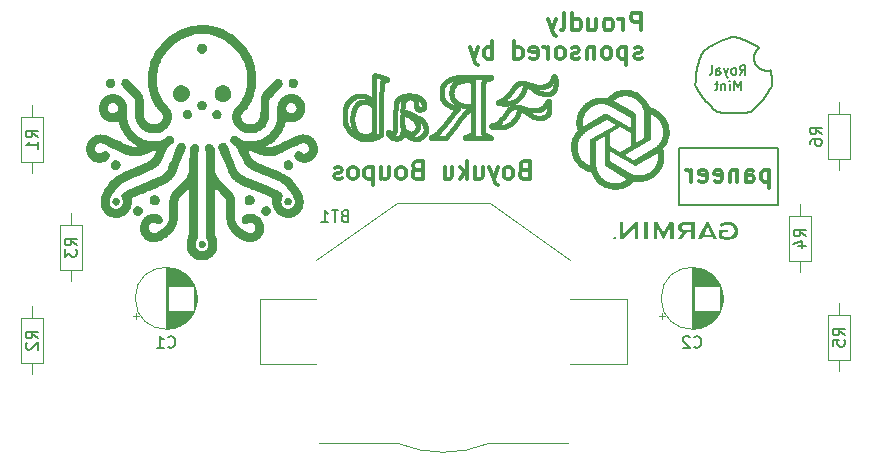
<source format=gbo>
G04 #@! TF.GenerationSoftware,KiCad,Pcbnew,7.0.8*
G04 #@! TF.CreationDate,2023-10-22T13:22:11+01:00*
G04 #@! TF.ProjectId,Badge,42616467-652e-46b6-9963-61645f706362,rev?*
G04 #@! TF.SameCoordinates,Original*
G04 #@! TF.FileFunction,Legend,Bot*
G04 #@! TF.FilePolarity,Positive*
%FSLAX46Y46*%
G04 Gerber Fmt 4.6, Leading zero omitted, Abs format (unit mm)*
G04 Created by KiCad (PCBNEW 7.0.8) date 2023-10-22 13:22:11*
%MOMM*%
%LPD*%
G01*
G04 APERTURE LIST*
%ADD10C,0.000000*%
%ADD11C,0.150000*%
%ADD12C,0.300000*%
%ADD13C,0.425000*%
%ADD14C,0.200000*%
%ADD15C,0.120000*%
%ADD16C,4.000000*%
%ADD17R,1.600000X1.600000*%
%ADD18C,1.600000*%
%ADD19C,1.400000*%
%ADD20O,1.400000X1.400000*%
%ADD21R,5.100000X5.100000*%
%ADD22C,17.800000*%
%ADD23R,1.050000X1.500000*%
%ADD24O,1.050000X1.500000*%
%ADD25C,1.800000*%
%ADD26R,1.800000X1.800000*%
G04 APERTURE END LIST*
D10*
G36*
X129540000Y-45974000D02*
G01*
X129546519Y-45992802D01*
X129552349Y-46010485D01*
X129555005Y-46018952D01*
X129557486Y-46027194D01*
X129559793Y-46035228D01*
X129561926Y-46043073D01*
X129562548Y-46043073D01*
X129566902Y-46026860D01*
X129571763Y-46010032D01*
X129577188Y-45992457D01*
X129583230Y-45974000D01*
X129618260Y-45874764D01*
X129652047Y-45874764D01*
X129666359Y-46079897D01*
X129641101Y-46079897D01*
X129635648Y-45991972D01*
X129634361Y-45968297D01*
X129633232Y-45944560D01*
X129632322Y-45921853D01*
X129631695Y-45901266D01*
X129631072Y-45901266D01*
X129628794Y-45910484D01*
X129626325Y-45919890D01*
X129623669Y-45929498D01*
X129620827Y-45939321D01*
X129614594Y-45959665D01*
X129607645Y-45981028D01*
X129574151Y-46078689D01*
X129554055Y-46078689D01*
X129517817Y-45979197D01*
X129510449Y-45958404D01*
X129503756Y-45938502D01*
X129497634Y-45919466D01*
X129491974Y-45901266D01*
X129491352Y-45901266D01*
X129491270Y-45911150D01*
X129491042Y-45921737D01*
X129490244Y-45944295D01*
X129489159Y-45967484D01*
X129487984Y-45989849D01*
X129483080Y-46079897D01*
X129456871Y-46079897D01*
X129469683Y-45874764D01*
X129503469Y-45874764D01*
X129540000Y-45974000D01*
G37*
G36*
X129850845Y-45897313D02*
G01*
X129788435Y-45897313D01*
X129788435Y-46079933D01*
X129761640Y-46079933D01*
X129761640Y-45897313D01*
X129698936Y-45897313D01*
X129698936Y-45874801D01*
X129850845Y-45874801D01*
X129850845Y-45897313D01*
G37*
G36*
X139244990Y-44597417D02*
G01*
X139317409Y-44603099D01*
X139385295Y-44612280D01*
X139448796Y-44624727D01*
X139508058Y-44640206D01*
X139563226Y-44658483D01*
X139614448Y-44679324D01*
X139661869Y-44702496D01*
X139705636Y-44727764D01*
X139745895Y-44754895D01*
X139782793Y-44783655D01*
X139816475Y-44813811D01*
X139847088Y-44845127D01*
X139874778Y-44877372D01*
X139899692Y-44910310D01*
X139921976Y-44943707D01*
X139941776Y-44977331D01*
X139959238Y-45010947D01*
X139987735Y-45077221D01*
X140008636Y-45140658D01*
X140023113Y-45199387D01*
X140032336Y-45251538D01*
X140037475Y-45295241D01*
X140040181Y-45349817D01*
X140038093Y-45414453D01*
X140031986Y-45475255D01*
X140022102Y-45532339D01*
X140008679Y-45585824D01*
X139991956Y-45635824D01*
X139972173Y-45682459D01*
X139949570Y-45725843D01*
X139924385Y-45766095D01*
X139896858Y-45803330D01*
X139867229Y-45837667D01*
X139835737Y-45869221D01*
X139802620Y-45898110D01*
X139768120Y-45924451D01*
X139732475Y-45948360D01*
X139695924Y-45969954D01*
X139658706Y-45989350D01*
X139621062Y-46006666D01*
X139583231Y-46022017D01*
X139545451Y-46035521D01*
X139507963Y-46047294D01*
X139434818Y-46066118D01*
X139365712Y-46079422D01*
X139302558Y-46088143D01*
X139247273Y-46093214D01*
X139167967Y-46096149D01*
X139080811Y-46094684D01*
X139000058Y-46090540D01*
X138925587Y-46084089D01*
X138857274Y-46075705D01*
X138795000Y-46065761D01*
X138738641Y-46054631D01*
X138688076Y-46042689D01*
X138643184Y-46030306D01*
X138603843Y-46017858D01*
X138569930Y-46005717D01*
X138517906Y-45983850D01*
X138486137Y-45967694D01*
X138473650Y-45960236D01*
X138467928Y-45956831D01*
X138462116Y-45953001D01*
X138456278Y-45948727D01*
X138450476Y-45943991D01*
X138444774Y-45938773D01*
X138439235Y-45933056D01*
X138436546Y-45930005D01*
X138433923Y-45926821D01*
X138431371Y-45923503D01*
X138428901Y-45920049D01*
X138426518Y-45916455D01*
X138424232Y-45912721D01*
X138422050Y-45908843D01*
X138419980Y-45904819D01*
X138418031Y-45900647D01*
X138416209Y-45896324D01*
X138414523Y-45891849D01*
X138412981Y-45887218D01*
X138411591Y-45882430D01*
X138410360Y-45877482D01*
X138409297Y-45872372D01*
X138408409Y-45867098D01*
X138407705Y-45861657D01*
X138407193Y-45856046D01*
X138406879Y-45850265D01*
X138406773Y-45844309D01*
X138406773Y-45354027D01*
X138406880Y-45349818D01*
X138407197Y-45345663D01*
X138407719Y-45341567D01*
X138408442Y-45337537D01*
X138409359Y-45333576D01*
X138410466Y-45329690D01*
X138411757Y-45325885D01*
X138413227Y-45322165D01*
X138414872Y-45318536D01*
X138416685Y-45315003D01*
X138418661Y-45311571D01*
X138420797Y-45308245D01*
X138423085Y-45305031D01*
X138425521Y-45301933D01*
X138428101Y-45298958D01*
X138430817Y-45296109D01*
X138433667Y-45293393D01*
X138436643Y-45290815D01*
X138439742Y-45288379D01*
X138442957Y-45286091D01*
X138446285Y-45283956D01*
X138449718Y-45281980D01*
X138453253Y-45280167D01*
X138456884Y-45278523D01*
X138460606Y-45277053D01*
X138464413Y-45275762D01*
X138468302Y-45274655D01*
X138472265Y-45273738D01*
X138476298Y-45273016D01*
X138480397Y-45272493D01*
X138484555Y-45272176D01*
X138488767Y-45272069D01*
X139094464Y-45272069D01*
X139098663Y-45272176D01*
X139102769Y-45272493D01*
X139106777Y-45273016D01*
X139110687Y-45273738D01*
X139114496Y-45274655D01*
X139118200Y-45275762D01*
X139121798Y-45277053D01*
X139125286Y-45278523D01*
X139128662Y-45280167D01*
X139131924Y-45281980D01*
X139135069Y-45283956D01*
X139138094Y-45286091D01*
X139140997Y-45288379D01*
X139143775Y-45290815D01*
X139146425Y-45293393D01*
X139148946Y-45296109D01*
X139151334Y-45298958D01*
X139153586Y-45301933D01*
X139155701Y-45305031D01*
X139157675Y-45308245D01*
X139159506Y-45311571D01*
X139161192Y-45315003D01*
X139162729Y-45318536D01*
X139164116Y-45322165D01*
X139165349Y-45325885D01*
X139166426Y-45329690D01*
X139167344Y-45333576D01*
X139168102Y-45337537D01*
X139168695Y-45341567D01*
X139169123Y-45345663D01*
X139169381Y-45349818D01*
X139169467Y-45354027D01*
X139169467Y-45404798D01*
X139169381Y-45409014D01*
X139169123Y-45413176D01*
X139168695Y-45417279D01*
X139168102Y-45421317D01*
X139167344Y-45425285D01*
X139166426Y-45429178D01*
X139165349Y-45432991D01*
X139164116Y-45436719D01*
X139162729Y-45440356D01*
X139161192Y-45443897D01*
X139159506Y-45447336D01*
X139157675Y-45450670D01*
X139155701Y-45453891D01*
X139153586Y-45456996D01*
X139151334Y-45459979D01*
X139148946Y-45462834D01*
X139146425Y-45465557D01*
X139143775Y-45468142D01*
X139140997Y-45470584D01*
X139138094Y-45472878D01*
X139135069Y-45475018D01*
X139131924Y-45477000D01*
X139128662Y-45478818D01*
X139125286Y-45480466D01*
X139121798Y-45481940D01*
X139118200Y-45483235D01*
X139114496Y-45484345D01*
X139110687Y-45485264D01*
X139106777Y-45485989D01*
X139102769Y-45486513D01*
X139098663Y-45486831D01*
X139094464Y-45486938D01*
X138744121Y-45486938D01*
X138740969Y-45487018D01*
X138737859Y-45487255D01*
X138734793Y-45487645D01*
X138731776Y-45488184D01*
X138728811Y-45488869D01*
X138725903Y-45489695D01*
X138723055Y-45490659D01*
X138720272Y-45491756D01*
X138717557Y-45492984D01*
X138714913Y-45494338D01*
X138712346Y-45495814D01*
X138709858Y-45497408D01*
X138707454Y-45499117D01*
X138705137Y-45500937D01*
X138702911Y-45502863D01*
X138700781Y-45504893D01*
X138698750Y-45507021D01*
X138696822Y-45509245D01*
X138695000Y-45511560D01*
X138693290Y-45513963D01*
X138691694Y-45516449D01*
X138690216Y-45519015D01*
X138688861Y-45521657D01*
X138687632Y-45524371D01*
X138686533Y-45527153D01*
X138685568Y-45530000D01*
X138684741Y-45532907D01*
X138684055Y-45535871D01*
X138683516Y-45538887D01*
X138683125Y-45541953D01*
X138682888Y-45545063D01*
X138682808Y-45548215D01*
X138683138Y-45776737D01*
X138720026Y-45789904D01*
X138776369Y-45806521D01*
X138810709Y-45815330D01*
X138848559Y-45824052D01*
X138889469Y-45832368D01*
X138932987Y-45839962D01*
X138978663Y-45846518D01*
X139026045Y-45851717D01*
X139074681Y-45855244D01*
X139124122Y-45856781D01*
X139173915Y-45856012D01*
X139223610Y-45852619D01*
X139248280Y-45849840D01*
X139272756Y-45846286D01*
X139296982Y-45841917D01*
X139320901Y-45836695D01*
X139354365Y-45827838D01*
X139385901Y-45817798D01*
X139415565Y-45806654D01*
X139443414Y-45794483D01*
X139469505Y-45781365D01*
X139493895Y-45767376D01*
X139516640Y-45752596D01*
X139537798Y-45737103D01*
X139557425Y-45720975D01*
X139575578Y-45704291D01*
X139592314Y-45687128D01*
X139607689Y-45669565D01*
X139621760Y-45651681D01*
X139634585Y-45633553D01*
X139646220Y-45615260D01*
X139656721Y-45596880D01*
X139666146Y-45578492D01*
X139674551Y-45560173D01*
X139688530Y-45524058D01*
X139699111Y-45489160D01*
X139706750Y-45456108D01*
X139711900Y-45425526D01*
X139715016Y-45398042D01*
X139716552Y-45374280D01*
X139716963Y-45354869D01*
X139715101Y-45313233D01*
X139711881Y-45284048D01*
X139706343Y-45250552D01*
X139697894Y-45213695D01*
X139685939Y-45174428D01*
X139678461Y-45154188D01*
X139669884Y-45133701D01*
X139660133Y-45113087D01*
X139649135Y-45092464D01*
X139636814Y-45071951D01*
X139623097Y-45051668D01*
X139607910Y-45031732D01*
X139591177Y-45012262D01*
X139572826Y-44993378D01*
X139552781Y-44975198D01*
X139530968Y-44957840D01*
X139507314Y-44941425D01*
X139481744Y-44926070D01*
X139454183Y-44911894D01*
X139424557Y-44899016D01*
X139392792Y-44887555D01*
X139358815Y-44877629D01*
X139322549Y-44869358D01*
X139283922Y-44862860D01*
X139242859Y-44858254D01*
X139175859Y-44854408D01*
X139111949Y-44854275D01*
X139051296Y-44857380D01*
X138994064Y-44863247D01*
X138940420Y-44871401D01*
X138890531Y-44881364D01*
X138844562Y-44892662D01*
X138802680Y-44904819D01*
X138765050Y-44917359D01*
X138731839Y-44929807D01*
X138679339Y-44952520D01*
X138634673Y-44975901D01*
X138630644Y-44977876D01*
X138626610Y-44979629D01*
X138622575Y-44981163D01*
X138618544Y-44982477D01*
X138614520Y-44983575D01*
X138610508Y-44984457D01*
X138606510Y-44985125D01*
X138602532Y-44985581D01*
X138598578Y-44985826D01*
X138594651Y-44985861D01*
X138590756Y-44985689D01*
X138586896Y-44985311D01*
X138583075Y-44984728D01*
X138579299Y-44983942D01*
X138575569Y-44982954D01*
X138571892Y-44981767D01*
X138568270Y-44980381D01*
X138564707Y-44978798D01*
X138561209Y-44977021D01*
X138557778Y-44975049D01*
X138554419Y-44972885D01*
X138551136Y-44970531D01*
X138547932Y-44967987D01*
X138544813Y-44965256D01*
X138541781Y-44962339D01*
X138538841Y-44959238D01*
X138535998Y-44955953D01*
X138533254Y-44952488D01*
X138530614Y-44948843D01*
X138528082Y-44945019D01*
X138525662Y-44941019D01*
X138523358Y-44936844D01*
X138477786Y-44844491D01*
X138474537Y-44837380D01*
X138471903Y-44830250D01*
X138470823Y-44826682D01*
X138469904Y-44823115D01*
X138469150Y-44819550D01*
X138468562Y-44815988D01*
X138468144Y-44812432D01*
X138467898Y-44808883D01*
X138467826Y-44805343D01*
X138467933Y-44801814D01*
X138468219Y-44798297D01*
X138468688Y-44794793D01*
X138469343Y-44791306D01*
X138470186Y-44787836D01*
X138471219Y-44784385D01*
X138472446Y-44780954D01*
X138473869Y-44777547D01*
X138475491Y-44774163D01*
X138477314Y-44770806D01*
X138479342Y-44767476D01*
X138481576Y-44764175D01*
X138484019Y-44760905D01*
X138486675Y-44757668D01*
X138489545Y-44754465D01*
X138492633Y-44751299D01*
X138495941Y-44748170D01*
X138499471Y-44745081D01*
X138503227Y-44742033D01*
X138507211Y-44739028D01*
X138511425Y-44736068D01*
X138524219Y-44729522D01*
X138559419Y-44713358D01*
X138585014Y-44702680D01*
X138615719Y-44690809D01*
X138651372Y-44678151D01*
X138691809Y-44665110D01*
X138736866Y-44652089D01*
X138786380Y-44639492D01*
X138840187Y-44627725D01*
X138868649Y-44622278D01*
X138898124Y-44617191D01*
X138928589Y-44612512D01*
X138960026Y-44608294D01*
X138992413Y-44604586D01*
X139025731Y-44601439D01*
X139059958Y-44598903D01*
X139095075Y-44597029D01*
X139131060Y-44595868D01*
X139167893Y-44595469D01*
X139244990Y-44597417D01*
G37*
G36*
X132301873Y-44623906D02*
G01*
X132305507Y-44624116D01*
X132309089Y-44624470D01*
X132312615Y-44624966D01*
X132316080Y-44625607D01*
X132319480Y-44626391D01*
X132322810Y-44627319D01*
X132326065Y-44628392D01*
X132329242Y-44629609D01*
X132332334Y-44630971D01*
X132335339Y-44632479D01*
X132338250Y-44634132D01*
X132341064Y-44635930D01*
X132343776Y-44637875D01*
X132346382Y-44639966D01*
X132348876Y-44642204D01*
X132351255Y-44644589D01*
X132353514Y-44647121D01*
X132355647Y-44649800D01*
X132357651Y-44652627D01*
X132359521Y-44655603D01*
X132361253Y-44658726D01*
X132362841Y-44661998D01*
X132364282Y-44665419D01*
X132365570Y-44668990D01*
X132366701Y-44672709D01*
X132367671Y-44676579D01*
X132368475Y-44680598D01*
X132369108Y-44684768D01*
X132369566Y-44689088D01*
X132369844Y-44693559D01*
X132369938Y-44698182D01*
X132369939Y-44698182D01*
X132369939Y-46017193D01*
X132369845Y-46020563D01*
X132369567Y-46023864D01*
X132369109Y-46027093D01*
X132368476Y-46030248D01*
X132367672Y-46033326D01*
X132366702Y-46036325D01*
X132365571Y-46039242D01*
X132364283Y-46042075D01*
X132362842Y-46044821D01*
X132361254Y-46047478D01*
X132359522Y-46050043D01*
X132357652Y-46052515D01*
X132355648Y-46054890D01*
X132353514Y-46057166D01*
X132351256Y-46059340D01*
X132348877Y-46061411D01*
X132346383Y-46063375D01*
X132343777Y-46065231D01*
X132341065Y-46066975D01*
X132338251Y-46068605D01*
X132335339Y-46070119D01*
X132332335Y-46071514D01*
X132329242Y-46072788D01*
X132326066Y-46073939D01*
X132322811Y-46074963D01*
X132319481Y-46075859D01*
X132316081Y-46076624D01*
X132312616Y-46077255D01*
X132309090Y-46077750D01*
X132305508Y-46078107D01*
X132301874Y-46078323D01*
X132298193Y-46078395D01*
X132124284Y-46078395D01*
X132120610Y-46078322D01*
X132116982Y-46078103D01*
X132113406Y-46077740D01*
X132109885Y-46077236D01*
X132106424Y-46076593D01*
X132103028Y-46075811D01*
X132099701Y-46074894D01*
X132096448Y-46073844D01*
X132093275Y-46072662D01*
X132090184Y-46071350D01*
X132087181Y-46069911D01*
X132084271Y-46068346D01*
X132081458Y-46066658D01*
X132078746Y-46064848D01*
X132076141Y-46062918D01*
X132073647Y-46060871D01*
X132071268Y-46058708D01*
X132069009Y-46056432D01*
X132066875Y-46054044D01*
X132064870Y-46051546D01*
X132063000Y-46048941D01*
X132061267Y-46046230D01*
X132059678Y-46043415D01*
X132058237Y-46040499D01*
X132056948Y-46037484D01*
X132055815Y-46034370D01*
X132054845Y-46031161D01*
X132054040Y-46027859D01*
X132053407Y-46024464D01*
X132052948Y-46020981D01*
X132052670Y-46017409D01*
X132052576Y-46013752D01*
X132052576Y-44695510D01*
X132052650Y-44691829D01*
X132052872Y-44688196D01*
X132053238Y-44684615D01*
X132053748Y-44681090D01*
X132054398Y-44677627D01*
X132055187Y-44674229D01*
X132056113Y-44670901D01*
X132057173Y-44667648D01*
X132058365Y-44664475D01*
X132059688Y-44661385D01*
X132061139Y-44658384D01*
X132062716Y-44655476D01*
X132064417Y-44652665D01*
X132066240Y-44649956D01*
X132068182Y-44647354D01*
X132070242Y-44644863D01*
X132072418Y-44642487D01*
X132074707Y-44640232D01*
X132077107Y-44638102D01*
X132079617Y-44636101D01*
X132082233Y-44634234D01*
X132084954Y-44632506D01*
X132087779Y-44630920D01*
X132090704Y-44629482D01*
X132093727Y-44628197D01*
X132096847Y-44627068D01*
X132100062Y-44626100D01*
X132103369Y-44625298D01*
X132106765Y-44624666D01*
X132110250Y-44624209D01*
X132113821Y-44623931D01*
X132117476Y-44623838D01*
X132298193Y-44623838D01*
X132301873Y-44623906D01*
G37*
G36*
X134490572Y-44623895D02*
G01*
X134494203Y-44624172D01*
X134497783Y-44624629D01*
X134501308Y-44625261D01*
X134504772Y-44626063D01*
X134508171Y-44627031D01*
X134511501Y-44628160D01*
X134514757Y-44629446D01*
X134517934Y-44630884D01*
X134521028Y-44632469D01*
X134524034Y-44634198D01*
X134526947Y-44636065D01*
X134529763Y-44638065D01*
X134532477Y-44640196D01*
X134535085Y-44642451D01*
X134537582Y-44644826D01*
X134539964Y-44647317D01*
X134542225Y-44649919D01*
X134544361Y-44652628D01*
X134546368Y-44655439D01*
X134548241Y-44658347D01*
X134549975Y-44661349D01*
X134551566Y-44664438D01*
X134553009Y-44667612D01*
X134554299Y-44670865D01*
X134555433Y-44674192D01*
X134556404Y-44677590D01*
X134557210Y-44681054D01*
X134557844Y-44684578D01*
X134558303Y-44688159D01*
X134558582Y-44691793D01*
X134558676Y-44695473D01*
X134558676Y-46012068D01*
X134558600Y-46015724D01*
X134558373Y-46019304D01*
X134557997Y-46022805D01*
X134557472Y-46026226D01*
X134556800Y-46029564D01*
X134555982Y-46032815D01*
X134555018Y-46035977D01*
X134553910Y-46039048D01*
X134552658Y-46042025D01*
X134551265Y-46044904D01*
X134549731Y-46047685D01*
X134548057Y-46050363D01*
X134546244Y-46052936D01*
X134544294Y-46055403D01*
X134542207Y-46057758D01*
X134539984Y-46060002D01*
X134537628Y-46062130D01*
X134535138Y-46064139D01*
X134532515Y-46066028D01*
X134529762Y-46067794D01*
X134526879Y-46069434D01*
X134523866Y-46070945D01*
X134520726Y-46072325D01*
X134517460Y-46073571D01*
X134514067Y-46074680D01*
X134510550Y-46075650D01*
X134506910Y-46076478D01*
X134503147Y-46077161D01*
X134499263Y-46077697D01*
X134495259Y-46078083D01*
X134491135Y-46078317D01*
X134486894Y-46078395D01*
X134347760Y-46078395D01*
X134344090Y-46078323D01*
X134340488Y-46078107D01*
X134336957Y-46077749D01*
X134333501Y-46077252D01*
X134330122Y-46076617D01*
X134326824Y-46075848D01*
X134323609Y-46074945D01*
X134320482Y-46073912D01*
X134317445Y-46072750D01*
X134314501Y-46071462D01*
X134311654Y-46070049D01*
X134308907Y-46068514D01*
X134306263Y-46066859D01*
X134303725Y-46065086D01*
X134301296Y-46063198D01*
X134298980Y-46061196D01*
X134296779Y-46059082D01*
X134294698Y-46056860D01*
X134292738Y-46054530D01*
X134290904Y-46052095D01*
X134289198Y-46049557D01*
X134287624Y-46046919D01*
X134286184Y-46044182D01*
X134284883Y-46041349D01*
X134283723Y-46038421D01*
X134282707Y-46035402D01*
X134281838Y-46032292D01*
X134281121Y-46029095D01*
X134280557Y-46025813D01*
X134280151Y-46022446D01*
X134279904Y-46018999D01*
X134279822Y-46015472D01*
X134277735Y-45057895D01*
X133762598Y-46015216D01*
X133760777Y-46018371D01*
X133758808Y-46021324D01*
X133756699Y-46024074D01*
X133754462Y-46026621D01*
X133752106Y-46028965D01*
X133749640Y-46031107D01*
X133747074Y-46033045D01*
X133744419Y-46034781D01*
X133741685Y-46036314D01*
X133738880Y-46037644D01*
X133736015Y-46038771D01*
X133733100Y-46039695D01*
X133730145Y-46040416D01*
X133727159Y-46040934D01*
X133724152Y-46041249D01*
X133721134Y-46041361D01*
X133718116Y-46041270D01*
X133715106Y-46040975D01*
X133712114Y-46040478D01*
X133709151Y-46039777D01*
X133706227Y-46038873D01*
X133703350Y-46037766D01*
X133700531Y-46036455D01*
X133697781Y-46034941D01*
X133695108Y-46033224D01*
X133692522Y-46031304D01*
X133690034Y-46029180D01*
X133687652Y-46026853D01*
X133685388Y-46024322D01*
X133683251Y-46021588D01*
X133681250Y-46018650D01*
X133679396Y-46015509D01*
X133160050Y-45060641D01*
X133159025Y-46015472D01*
X133158936Y-46019002D01*
X133158673Y-46022453D01*
X133158240Y-46025821D01*
X133157641Y-46029106D01*
X133156878Y-46032305D01*
X133155957Y-46035416D01*
X133154881Y-46038436D01*
X133153655Y-46041364D01*
X133152281Y-46044198D01*
X133150764Y-46046935D01*
X133149109Y-46049574D01*
X133147317Y-46052111D01*
X133145395Y-46054546D01*
X133143345Y-46056875D01*
X133141172Y-46059097D01*
X133138879Y-46061210D01*
X133136470Y-46063211D01*
X133133949Y-46065099D01*
X133131321Y-46066870D01*
X133128588Y-46068524D01*
X133125756Y-46070058D01*
X133122827Y-46071469D01*
X133119806Y-46072757D01*
X133116697Y-46073917D01*
X133113503Y-46074950D01*
X133110229Y-46075851D01*
X133106878Y-46076620D01*
X133103454Y-46077254D01*
X133099961Y-46077750D01*
X133096404Y-46078107D01*
X133092785Y-46078323D01*
X133089110Y-46078396D01*
X132928855Y-46078396D01*
X132921541Y-46078162D01*
X132914435Y-46077450D01*
X132907574Y-46076239D01*
X132904246Y-46075441D01*
X132900993Y-46074511D01*
X132897820Y-46073448D01*
X132894730Y-46072248D01*
X132891729Y-46070910D01*
X132888821Y-46069431D01*
X132886010Y-46067809D01*
X132883301Y-46066042D01*
X132880699Y-46064127D01*
X132878208Y-46062061D01*
X132875832Y-46059843D01*
X132873577Y-46057470D01*
X132871447Y-46054940D01*
X132869446Y-46052251D01*
X132867579Y-46049399D01*
X132865851Y-46046384D01*
X132864265Y-46043202D01*
X132862827Y-46039851D01*
X132861542Y-46036329D01*
X132860413Y-46032634D01*
X132859445Y-46028763D01*
X132858643Y-46024713D01*
X132858011Y-46020483D01*
X132857554Y-46016071D01*
X132857276Y-46011473D01*
X132857183Y-46006687D01*
X132857183Y-44695510D01*
X132857276Y-44691829D01*
X132857554Y-44688196D01*
X132858011Y-44684615D01*
X132858643Y-44681090D01*
X132859445Y-44677627D01*
X132860413Y-44674229D01*
X132861542Y-44670901D01*
X132862827Y-44667649D01*
X132864265Y-44664475D01*
X132865851Y-44661385D01*
X132867579Y-44658384D01*
X132869446Y-44655476D01*
X132871447Y-44652665D01*
X132873577Y-44649956D01*
X132875832Y-44647354D01*
X132878208Y-44644863D01*
X132880699Y-44642487D01*
X132883301Y-44640232D01*
X132886010Y-44638102D01*
X132888821Y-44636101D01*
X132891729Y-44634234D01*
X132894730Y-44632506D01*
X132897820Y-44630920D01*
X132900993Y-44629483D01*
X132904246Y-44628197D01*
X132907574Y-44627068D01*
X132910972Y-44626100D01*
X132914435Y-44625298D01*
X132917960Y-44624666D01*
X132921541Y-44624209D01*
X132925174Y-44623931D01*
X132928855Y-44623838D01*
X133143431Y-44623838D01*
X133153445Y-44624160D01*
X133162960Y-44625105D01*
X133171988Y-44626642D01*
X133180543Y-44628738D01*
X133188635Y-44631362D01*
X133196278Y-44634484D01*
X133203485Y-44638070D01*
X133210266Y-44642090D01*
X133216636Y-44646512D01*
X133222605Y-44651304D01*
X133228187Y-44656435D01*
X133233394Y-44661873D01*
X133238238Y-44667587D01*
X133242732Y-44673545D01*
X133246888Y-44679715D01*
X133250719Y-44686066D01*
X133677126Y-45446014D01*
X133678956Y-45449142D01*
X133680855Y-45452068D01*
X133682816Y-45454791D01*
X133684836Y-45457312D01*
X133686911Y-45459630D01*
X133689035Y-45461746D01*
X133691204Y-45463660D01*
X133693413Y-45465371D01*
X133695659Y-45466881D01*
X133697936Y-45468188D01*
X133700239Y-45469292D01*
X133702565Y-45470195D01*
X133704908Y-45470895D01*
X133707264Y-45471394D01*
X133709628Y-45471690D01*
X133711997Y-45471784D01*
X133714364Y-45471676D01*
X133716727Y-45471366D01*
X133719079Y-45470854D01*
X133721417Y-45470141D01*
X133723735Y-45469225D01*
X133726031Y-45468107D01*
X133728298Y-45466788D01*
X133730532Y-45465266D01*
X133732728Y-45463543D01*
X133734883Y-45461618D01*
X133736992Y-45459491D01*
X133739049Y-45457162D01*
X133741050Y-45454632D01*
X133742991Y-45451900D01*
X133744868Y-45448967D01*
X133746675Y-45445831D01*
X134159392Y-44687896D01*
X134162895Y-44681379D01*
X134166824Y-44675042D01*
X134171172Y-44668918D01*
X134175935Y-44663041D01*
X134181104Y-44657443D01*
X134186675Y-44652157D01*
X134189609Y-44649642D01*
X134192640Y-44647218D01*
X134195769Y-44644888D01*
X134198994Y-44642657D01*
X134202315Y-44640529D01*
X134205730Y-44638509D01*
X134209239Y-44636600D01*
X134212842Y-44634806D01*
X134216537Y-44633132D01*
X134220323Y-44631582D01*
X134224201Y-44630159D01*
X134228168Y-44628869D01*
X134232225Y-44627715D01*
X134236370Y-44626702D01*
X134240603Y-44625833D01*
X134244923Y-44625112D01*
X134249329Y-44624545D01*
X134253821Y-44624135D01*
X134258397Y-44623885D01*
X134263056Y-44623801D01*
X134486894Y-44623801D01*
X134490572Y-44623895D01*
G37*
G36*
X131484569Y-44623878D02*
G01*
X131489005Y-44624107D01*
X131493278Y-44624482D01*
X131497390Y-44624999D01*
X131501342Y-44625653D01*
X131505135Y-44626438D01*
X131508771Y-44627351D01*
X131512250Y-44628387D01*
X131515574Y-44629539D01*
X131518743Y-44630805D01*
X131521759Y-44632179D01*
X131524624Y-44633656D01*
X131527337Y-44635231D01*
X131529901Y-44636899D01*
X131532317Y-44638656D01*
X131534584Y-44640498D01*
X131536706Y-44642418D01*
X131538683Y-44644412D01*
X131540515Y-44646476D01*
X131542205Y-44648604D01*
X131543753Y-44650792D01*
X131545160Y-44653035D01*
X131546428Y-44655328D01*
X131547557Y-44657667D01*
X131549406Y-44662460D01*
X131550715Y-44667377D01*
X131551494Y-44672379D01*
X131551752Y-44677427D01*
X131551752Y-46025832D01*
X131551677Y-46028350D01*
X131551455Y-46030856D01*
X131551086Y-46033346D01*
X131550574Y-46035815D01*
X131549920Y-46038259D01*
X131549127Y-46040673D01*
X131548197Y-46043054D01*
X131547131Y-46045395D01*
X131545933Y-46047694D01*
X131544604Y-46049945D01*
X131543146Y-46052144D01*
X131541562Y-46054287D01*
X131539853Y-46056368D01*
X131538023Y-46058385D01*
X131536072Y-46060331D01*
X131534003Y-46062203D01*
X131531819Y-46063996D01*
X131529521Y-46065706D01*
X131527112Y-46067328D01*
X131524594Y-46068858D01*
X131521968Y-46070291D01*
X131519237Y-46071623D01*
X131516404Y-46072850D01*
X131513470Y-46073966D01*
X131510437Y-46074968D01*
X131507308Y-46075850D01*
X131504085Y-46076610D01*
X131500770Y-46077241D01*
X131497365Y-46077739D01*
X131493872Y-46078101D01*
X131490294Y-46078321D01*
X131486632Y-46078396D01*
X131327585Y-46078396D01*
X131320349Y-46078146D01*
X131313411Y-46077403D01*
X131306795Y-46076177D01*
X131303614Y-46075386D01*
X131300523Y-46074477D01*
X131297525Y-46073452D01*
X131294621Y-46072313D01*
X131291815Y-46071060D01*
X131289109Y-46069694D01*
X131286508Y-46068217D01*
X131284013Y-46066630D01*
X131281627Y-46064935D01*
X131279354Y-46063132D01*
X131277196Y-46061222D01*
X131275156Y-46059207D01*
X131273238Y-46057089D01*
X131271443Y-46054867D01*
X131269776Y-46052544D01*
X131268238Y-46050121D01*
X131266832Y-46047599D01*
X131265563Y-46044978D01*
X131264432Y-46042261D01*
X131263442Y-46039448D01*
X131262596Y-46036541D01*
X131261898Y-46033541D01*
X131261350Y-46030449D01*
X131260955Y-46027266D01*
X131260716Y-46023994D01*
X131260635Y-46020634D01*
X131259830Y-45132313D01*
X131259765Y-45128706D01*
X131259573Y-45125279D01*
X131259256Y-45122033D01*
X131258819Y-45118969D01*
X131258263Y-45116088D01*
X131257593Y-45113392D01*
X131256811Y-45110882D01*
X131255920Y-45108559D01*
X131254924Y-45106425D01*
X131253826Y-45104481D01*
X131252629Y-45102728D01*
X131251337Y-45101167D01*
X131249951Y-45099800D01*
X131248476Y-45098628D01*
X131246915Y-45097653D01*
X131245271Y-45096875D01*
X131243546Y-45096296D01*
X131241745Y-45095917D01*
X131239870Y-45095740D01*
X131237925Y-45095766D01*
X131235912Y-45095995D01*
X131233835Y-45096431D01*
X131231697Y-45097072D01*
X131229501Y-45097922D01*
X131227250Y-45098981D01*
X131224948Y-45100251D01*
X131222598Y-45101732D01*
X131220202Y-45103427D01*
X131217765Y-45105336D01*
X131215288Y-45107461D01*
X131212776Y-45109803D01*
X131210231Y-45112363D01*
X130329853Y-46027589D01*
X130324534Y-46032774D01*
X130319045Y-46037812D01*
X130313354Y-46042676D01*
X130307434Y-46047341D01*
X130301252Y-46051781D01*
X130294780Y-46055970D01*
X130287987Y-46059883D01*
X130280844Y-46063493D01*
X130273321Y-46066775D01*
X130265387Y-46069704D01*
X130261257Y-46071027D01*
X130257012Y-46072252D01*
X130252651Y-46073376D01*
X130248168Y-46074395D01*
X130243559Y-46075306D01*
X130238822Y-46076107D01*
X130233953Y-46076793D01*
X130228947Y-46077361D01*
X130223801Y-46077809D01*
X130218511Y-46078133D01*
X130213073Y-46078330D01*
X130207485Y-46078396D01*
X130088007Y-46078396D01*
X130084326Y-46078302D01*
X130080692Y-46078024D01*
X130077110Y-46077566D01*
X130073584Y-46076933D01*
X130070119Y-46076129D01*
X130066719Y-46075160D01*
X130063389Y-46074028D01*
X130060134Y-46072740D01*
X130056958Y-46071300D01*
X130053865Y-46069712D01*
X130050861Y-46067981D01*
X130047949Y-46066111D01*
X130045135Y-46064108D01*
X130042423Y-46061975D01*
X130039818Y-46059717D01*
X130037323Y-46057339D01*
X130034944Y-46054846D01*
X130032686Y-46052241D01*
X130030552Y-46049530D01*
X130028548Y-46046717D01*
X130026678Y-46043807D01*
X130024947Y-46040804D01*
X130023358Y-46037713D01*
X130021918Y-46034539D01*
X130020630Y-46031286D01*
X130019498Y-46027958D01*
X130018529Y-46024561D01*
X130017725Y-46021098D01*
X130017092Y-46017575D01*
X130016634Y-46013995D01*
X130016356Y-46010365D01*
X130016262Y-46006687D01*
X130016262Y-44695510D01*
X130016356Y-44691829D01*
X130016634Y-44688196D01*
X130017092Y-44684615D01*
X130017725Y-44681090D01*
X130018529Y-44677627D01*
X130019498Y-44674229D01*
X130020630Y-44670901D01*
X130021918Y-44667649D01*
X130023359Y-44664475D01*
X130024947Y-44661385D01*
X130026678Y-44658384D01*
X130028549Y-44655476D01*
X130030553Y-44652665D01*
X130032686Y-44649956D01*
X130034945Y-44647354D01*
X130037324Y-44644863D01*
X130039818Y-44642487D01*
X130042424Y-44640232D01*
X130045136Y-44638102D01*
X130047950Y-44636101D01*
X130050861Y-44634234D01*
X130053866Y-44632506D01*
X130056958Y-44630920D01*
X130060134Y-44629483D01*
X130063390Y-44628197D01*
X130066720Y-44627068D01*
X130070119Y-44626100D01*
X130073584Y-44625298D01*
X130077110Y-44624666D01*
X130080692Y-44624209D01*
X130084326Y-44623931D01*
X130088007Y-44623838D01*
X130234718Y-44623838D01*
X130234718Y-44623801D01*
X130238391Y-44623877D01*
X130242015Y-44624102D01*
X130245587Y-44624475D01*
X130249101Y-44624992D01*
X130252552Y-44625651D01*
X130255938Y-44626450D01*
X130259252Y-44627386D01*
X130262491Y-44628456D01*
X130265650Y-44629658D01*
X130268725Y-44630989D01*
X130271711Y-44632446D01*
X130274604Y-44634028D01*
X130277399Y-44635731D01*
X130280092Y-44637554D01*
X130282679Y-44639493D01*
X130285154Y-44641545D01*
X130287514Y-44643709D01*
X130289754Y-44645982D01*
X130291870Y-44648361D01*
X130293857Y-44650844D01*
X130295710Y-44653427D01*
X130297426Y-44656109D01*
X130298999Y-44658888D01*
X130300426Y-44661759D01*
X130301702Y-44664721D01*
X130302821Y-44667772D01*
X130303781Y-44670908D01*
X130304577Y-44674128D01*
X130305203Y-44677428D01*
X130305656Y-44680806D01*
X130305931Y-44684260D01*
X130306024Y-44687786D01*
X130305585Y-45531010D01*
X130305649Y-45534627D01*
X130305842Y-45538063D01*
X130306159Y-45541317D01*
X130306597Y-45544389D01*
X130307154Y-45547277D01*
X130307826Y-45549979D01*
X130308609Y-45552495D01*
X130309501Y-45554823D01*
X130310499Y-45556962D01*
X130311599Y-45558910D01*
X130312798Y-45560667D01*
X130314093Y-45562231D01*
X130315481Y-45563601D01*
X130316959Y-45564776D01*
X130318524Y-45565755D01*
X130320171Y-45566535D01*
X130321899Y-45567117D01*
X130323704Y-45567498D01*
X130325583Y-45567677D01*
X130327533Y-45567654D01*
X130329550Y-45567427D01*
X130331632Y-45566995D01*
X130333774Y-45566356D01*
X130335975Y-45565509D01*
X130338231Y-45564453D01*
X130340539Y-45563187D01*
X130342895Y-45561710D01*
X130345297Y-45560020D01*
X130347740Y-45558115D01*
X130350223Y-45555996D01*
X130352742Y-45553660D01*
X130355294Y-45551106D01*
X131199616Y-44675341D01*
X131204905Y-44670081D01*
X131210495Y-44664971D01*
X131216385Y-44660036D01*
X131222579Y-44655304D01*
X131229077Y-44650800D01*
X131235882Y-44646550D01*
X131242995Y-44642581D01*
X131250418Y-44638919D01*
X131258153Y-44635589D01*
X131266202Y-44632619D01*
X131274566Y-44630034D01*
X131283248Y-44627860D01*
X131292248Y-44626123D01*
X131301569Y-44624851D01*
X131311212Y-44624068D01*
X131321180Y-44623801D01*
X131479970Y-44623801D01*
X131484569Y-44623878D01*
G37*
G36*
X137478950Y-44624137D02*
G01*
X137486516Y-44625123D01*
X137494135Y-44626724D01*
X137501753Y-44628909D01*
X137509319Y-44631644D01*
X137516780Y-44634895D01*
X137524083Y-44638629D01*
X137531177Y-44642813D01*
X137538008Y-44647413D01*
X137544526Y-44652397D01*
X137550676Y-44657730D01*
X137556407Y-44663381D01*
X137561666Y-44669314D01*
X137566402Y-44675498D01*
X137570561Y-44681898D01*
X137574091Y-44688482D01*
X138210499Y-46018035D01*
X138212049Y-46021303D01*
X138213386Y-46024510D01*
X138214512Y-46027652D01*
X138215432Y-46030728D01*
X138216147Y-46033734D01*
X138216662Y-46036668D01*
X138216978Y-46039526D01*
X138217100Y-46042306D01*
X138217030Y-46045006D01*
X138216771Y-46047622D01*
X138216326Y-46050152D01*
X138215699Y-46052592D01*
X138214892Y-46054941D01*
X138213908Y-46057194D01*
X138212751Y-46059351D01*
X138211423Y-46061407D01*
X138209927Y-46063360D01*
X138208268Y-46065207D01*
X138206446Y-46066945D01*
X138204467Y-46068572D01*
X138202332Y-46070085D01*
X138200044Y-46071481D01*
X138197608Y-46072758D01*
X138195025Y-46073911D01*
X138192299Y-46074940D01*
X138189433Y-46075840D01*
X138186430Y-46076609D01*
X138183293Y-46077245D01*
X138180025Y-46077744D01*
X138176629Y-46078104D01*
X138173108Y-46078323D01*
X138169465Y-46078396D01*
X138022388Y-46078396D01*
X138011866Y-46078092D01*
X138002051Y-46077199D01*
X137992913Y-46075747D01*
X137984421Y-46073766D01*
X137976547Y-46071287D01*
X137969258Y-46068339D01*
X137962527Y-46064951D01*
X137956321Y-46061155D01*
X137950612Y-46056979D01*
X137945369Y-46052454D01*
X137940562Y-46047610D01*
X137936162Y-46042476D01*
X137932137Y-46037083D01*
X137928458Y-46031460D01*
X137925095Y-46025638D01*
X137922018Y-46019645D01*
X137864476Y-45902620D01*
X137863569Y-45900824D01*
X137862554Y-45899072D01*
X137861430Y-45897365D01*
X137860200Y-45895706D01*
X137858865Y-45894093D01*
X137857426Y-45892528D01*
X137855884Y-45891012D01*
X137854242Y-45889546D01*
X137852499Y-45888130D01*
X137850658Y-45886766D01*
X137848720Y-45885454D01*
X137846686Y-45884194D01*
X137844558Y-45882988D01*
X137842337Y-45881837D01*
X137840024Y-45880741D01*
X137837621Y-45879701D01*
X137835130Y-45878718D01*
X137832550Y-45877793D01*
X137829885Y-45876927D01*
X137827134Y-45876119D01*
X137824300Y-45875373D01*
X137821384Y-45874687D01*
X137818388Y-45874062D01*
X137815311Y-45873501D01*
X137812157Y-45873003D01*
X137808927Y-45872569D01*
X137802241Y-45871897D01*
X137795264Y-45871492D01*
X137788008Y-45871360D01*
X137103245Y-45871726D01*
X137096011Y-45871829D01*
X137089108Y-45872118D01*
X137082533Y-45872606D01*
X137076287Y-45873305D01*
X137070368Y-45874228D01*
X137064777Y-45875386D01*
X137059513Y-45876791D01*
X137054575Y-45878457D01*
X137049963Y-45880395D01*
X137045675Y-45882618D01*
X137041712Y-45885138D01*
X137038073Y-45887967D01*
X137034757Y-45891117D01*
X137031763Y-45894602D01*
X137029092Y-45898432D01*
X137026742Y-45902621D01*
X137016604Y-45921825D01*
X137000433Y-45951854D01*
X136982463Y-45985506D01*
X136974127Y-46001441D01*
X136966930Y-46015582D01*
X136963535Y-46021976D01*
X136959840Y-46028192D01*
X136955824Y-46034197D01*
X136951463Y-46039959D01*
X136946734Y-46045447D01*
X136944224Y-46048077D01*
X136941614Y-46050626D01*
X136938900Y-46053091D01*
X136936080Y-46055466D01*
X136933151Y-46057748D01*
X136930110Y-46059934D01*
X136926954Y-46062018D01*
X136923681Y-46063997D01*
X136920287Y-46065866D01*
X136916769Y-46067623D01*
X136913125Y-46069262D01*
X136909352Y-46070780D01*
X136905447Y-46072172D01*
X136901407Y-46073436D01*
X136897229Y-46074565D01*
X136892911Y-46075557D01*
X136888449Y-46076408D01*
X136883841Y-46077113D01*
X136879083Y-46077668D01*
X136874174Y-46078070D01*
X136869109Y-46078314D01*
X136863887Y-46078396D01*
X136650483Y-46078396D01*
X136646849Y-46078309D01*
X136643347Y-46078053D01*
X136639978Y-46077633D01*
X136636744Y-46077055D01*
X136633646Y-46076325D01*
X136630688Y-46075449D01*
X136627869Y-46074433D01*
X136625193Y-46073283D01*
X136622660Y-46072004D01*
X136620272Y-46070602D01*
X136618031Y-46069084D01*
X136615939Y-46067455D01*
X136613998Y-46065721D01*
X136612208Y-46063888D01*
X136610572Y-46061961D01*
X136609092Y-46059947D01*
X136607769Y-46057852D01*
X136606605Y-46055681D01*
X136605602Y-46053440D01*
X136604761Y-46051136D01*
X136604084Y-46048773D01*
X136603572Y-46046358D01*
X136603228Y-46043897D01*
X136603053Y-46041396D01*
X136603049Y-46038860D01*
X136603218Y-46036295D01*
X136603561Y-46033707D01*
X136604079Y-46031103D01*
X136604776Y-46028488D01*
X136605652Y-46025867D01*
X136606708Y-46023247D01*
X136607948Y-46020634D01*
X136808925Y-45626486D01*
X137170244Y-45626486D01*
X137170373Y-45629371D01*
X137170684Y-45632181D01*
X137171175Y-45634911D01*
X137171842Y-45637557D01*
X137172683Y-45640114D01*
X137173695Y-45642580D01*
X137174875Y-45644948D01*
X137176222Y-45647216D01*
X137177731Y-45649379D01*
X137179401Y-45651433D01*
X137181229Y-45653373D01*
X137183211Y-45655196D01*
X137185346Y-45656896D01*
X137187631Y-45658472D01*
X137190062Y-45659916D01*
X137192638Y-45661227D01*
X137195355Y-45662399D01*
X137198211Y-45663429D01*
X137201203Y-45664311D01*
X137204329Y-45665043D01*
X137207585Y-45665619D01*
X137210969Y-45666036D01*
X137214479Y-45666289D01*
X137218111Y-45666374D01*
X137689579Y-45666008D01*
X137693213Y-45665923D01*
X137696722Y-45665670D01*
X137700104Y-45665253D01*
X137703356Y-45664677D01*
X137706475Y-45663946D01*
X137709459Y-45663064D01*
X137712305Y-45662035D01*
X137715010Y-45660864D01*
X137717573Y-45659554D01*
X137719989Y-45658110D01*
X137722257Y-45656537D01*
X137724374Y-45654837D01*
X137726338Y-45653017D01*
X137728145Y-45651079D01*
X137729793Y-45649028D01*
X137731280Y-45646869D01*
X137732603Y-45644604D01*
X137733759Y-45642240D01*
X137734746Y-45639779D01*
X137735561Y-45637227D01*
X137736201Y-45634586D01*
X137736664Y-45631863D01*
X137736948Y-45629060D01*
X137737049Y-45626182D01*
X137736965Y-45623233D01*
X137736693Y-45620217D01*
X137736232Y-45617140D01*
X137735577Y-45614003D01*
X137734727Y-45610813D01*
X137733679Y-45607574D01*
X137732430Y-45604288D01*
X137730978Y-45600962D01*
X137480200Y-45063716D01*
X137478605Y-45060465D01*
X137476955Y-45057426D01*
X137475251Y-45054597D01*
X137473499Y-45051980D01*
X137471702Y-45049573D01*
X137469864Y-45047378D01*
X137467989Y-45045393D01*
X137466080Y-45043618D01*
X137464142Y-45042054D01*
X137462178Y-45040700D01*
X137460192Y-45039557D01*
X137458188Y-45038623D01*
X137456170Y-45037900D01*
X137454142Y-45037387D01*
X137452107Y-45037083D01*
X137450070Y-45036990D01*
X137448033Y-45037106D01*
X137446002Y-45037431D01*
X137443980Y-45037966D01*
X137441970Y-45038710D01*
X137439977Y-45039664D01*
X137438004Y-45040827D01*
X137436055Y-45042199D01*
X137434135Y-45043779D01*
X137432246Y-45045569D01*
X137430393Y-45047567D01*
X137428580Y-45049774D01*
X137426810Y-45052190D01*
X137425088Y-45054814D01*
X137423416Y-45057646D01*
X137421800Y-45060687D01*
X137420242Y-45063935D01*
X137176089Y-45601181D01*
X137174665Y-45604521D01*
X137173444Y-45607819D01*
X137172424Y-45611070D01*
X137171602Y-45614271D01*
X137170976Y-45617417D01*
X137170543Y-45620505D01*
X137170300Y-45623529D01*
X137170244Y-45626486D01*
X136808925Y-45626486D01*
X137287513Y-44687896D01*
X137289241Y-44684607D01*
X137291133Y-44681361D01*
X137293183Y-44678161D01*
X137295383Y-44675011D01*
X137297727Y-44671915D01*
X137300209Y-44668878D01*
X137302822Y-44665903D01*
X137305559Y-44662995D01*
X137308414Y-44660157D01*
X137311379Y-44657394D01*
X137317616Y-44652109D01*
X137324216Y-44647172D01*
X137331127Y-44642616D01*
X137338296Y-44638473D01*
X137345669Y-44634777D01*
X137353192Y-44631560D01*
X137356994Y-44630141D01*
X137360814Y-44628854D01*
X137364645Y-44627703D01*
X137368480Y-44626692D01*
X137372313Y-44625826D01*
X137376138Y-44625108D01*
X137379947Y-44624542D01*
X137383733Y-44624133D01*
X137387492Y-44623885D01*
X137391214Y-44623801D01*
X137471488Y-44623801D01*
X137478950Y-44624137D01*
G37*
G36*
X136311388Y-44623895D02*
G01*
X136315013Y-44624172D01*
X136318587Y-44624629D01*
X136322105Y-44625261D01*
X136325563Y-44626063D01*
X136328957Y-44627031D01*
X136332282Y-44628160D01*
X136335532Y-44629446D01*
X136338704Y-44630884D01*
X136341793Y-44632469D01*
X136344794Y-44634198D01*
X136347703Y-44636065D01*
X136350515Y-44638065D01*
X136353225Y-44640196D01*
X136355830Y-44642451D01*
X136358323Y-44644826D01*
X136360701Y-44647317D01*
X136362959Y-44649919D01*
X136365093Y-44652628D01*
X136367097Y-44655439D01*
X136368967Y-44658347D01*
X136370699Y-44661349D01*
X136372288Y-44664438D01*
X136373729Y-44667612D01*
X136375018Y-44670865D01*
X136376150Y-44674192D01*
X136377121Y-44677590D01*
X136377925Y-44681054D01*
X136378559Y-44684578D01*
X136379017Y-44688159D01*
X136379296Y-44691793D01*
X136379389Y-44695473D01*
X136379389Y-46013752D01*
X136379296Y-46017413D01*
X136379018Y-46020987D01*
X136378560Y-46024473D01*
X136377927Y-46027870D01*
X136377123Y-46031174D01*
X136376153Y-46034384D01*
X136375022Y-46037499D01*
X136373734Y-46040515D01*
X136372294Y-46043432D01*
X136370707Y-46046247D01*
X136368976Y-46048958D01*
X136367107Y-46051563D01*
X136365103Y-46054060D01*
X136362971Y-46056447D01*
X136360714Y-46058723D01*
X136358337Y-46060885D01*
X136355844Y-46062931D01*
X136353241Y-46064860D01*
X136350531Y-46066669D01*
X136347719Y-46068356D01*
X136344811Y-46069920D01*
X136341809Y-46071358D01*
X136338720Y-46072669D01*
X136335548Y-46073849D01*
X136332296Y-46074899D01*
X136328971Y-46075815D01*
X136325576Y-46076595D01*
X136322116Y-46077238D01*
X136318595Y-46077742D01*
X136315019Y-46078104D01*
X136311391Y-46078322D01*
X136307717Y-46078396D01*
X136136810Y-46078396D01*
X136133132Y-46078322D01*
X136129502Y-46078103D01*
X136125922Y-46077741D01*
X136122399Y-46077237D01*
X136118937Y-46076593D01*
X136115539Y-46075812D01*
X136112212Y-46074895D01*
X136108958Y-46073844D01*
X136105784Y-46072662D01*
X136102693Y-46071351D01*
X136099690Y-46069911D01*
X136096780Y-46068347D01*
X136093967Y-46066658D01*
X136091256Y-46064848D01*
X136088652Y-46062919D01*
X136086158Y-46060871D01*
X136083780Y-46058709D01*
X136081523Y-46056432D01*
X136079390Y-46054044D01*
X136077386Y-46051546D01*
X136075517Y-46048941D01*
X136073785Y-46046230D01*
X136072197Y-46043416D01*
X136070757Y-46040500D01*
X136069469Y-46037484D01*
X136068338Y-46034371D01*
X136067368Y-46031162D01*
X136066565Y-46027859D01*
X136065932Y-46024465D01*
X136065474Y-46020981D01*
X136065196Y-46017409D01*
X136065102Y-46013752D01*
X136064662Y-45489427D01*
X136064635Y-45489427D01*
X136064609Y-45489424D01*
X136064583Y-45489420D01*
X136064558Y-45489414D01*
X136064533Y-45489407D01*
X136064510Y-45489398D01*
X136064487Y-45489388D01*
X136064464Y-45489376D01*
X136064443Y-45489363D01*
X136064422Y-45489348D01*
X136064402Y-45489332D01*
X136064383Y-45489315D01*
X136064365Y-45489297D01*
X136064347Y-45489278D01*
X136064330Y-45489257D01*
X136064315Y-45489235D01*
X136064300Y-45489212D01*
X136064285Y-45489189D01*
X136064272Y-45489164D01*
X136064260Y-45489138D01*
X136064248Y-45489111D01*
X136064238Y-45489084D01*
X136064228Y-45489055D01*
X136064220Y-45489026D01*
X136064212Y-45488996D01*
X136064205Y-45488965D01*
X136064199Y-45488934D01*
X136064195Y-45488902D01*
X136064191Y-45488869D01*
X136064188Y-45488836D01*
X136064187Y-45488803D01*
X136064186Y-45488769D01*
X135740199Y-45487963D01*
X135732689Y-45488267D01*
X135724968Y-45489159D01*
X135717093Y-45490608D01*
X135709122Y-45492586D01*
X135701115Y-45495061D01*
X135693127Y-45498005D01*
X135685218Y-45501387D01*
X135677445Y-45505177D01*
X135669867Y-45509345D01*
X135662541Y-45513862D01*
X135655525Y-45518697D01*
X135648877Y-45523821D01*
X135642655Y-45529204D01*
X135636918Y-45534815D01*
X135631723Y-45540625D01*
X135627128Y-45546604D01*
X135290805Y-46020158D01*
X135284958Y-46027725D01*
X135279132Y-46034704D01*
X135273309Y-46041110D01*
X135267472Y-46046955D01*
X135261605Y-46052254D01*
X135255692Y-46057020D01*
X135249717Y-46061266D01*
X135243662Y-46065008D01*
X135237512Y-46068258D01*
X135231249Y-46071030D01*
X135224858Y-46073338D01*
X135218322Y-46075195D01*
X135211624Y-46076616D01*
X135204749Y-46077614D01*
X135197679Y-46078203D01*
X135190398Y-46078396D01*
X134967000Y-46078396D01*
X134963398Y-46078289D01*
X134959988Y-46077974D01*
X134956768Y-46077461D01*
X134953736Y-46076760D01*
X134950889Y-46075882D01*
X134948225Y-46074837D01*
X134945741Y-46073633D01*
X134943434Y-46072283D01*
X134941303Y-46070795D01*
X134939345Y-46069181D01*
X134937557Y-46067449D01*
X134935937Y-46065610D01*
X134934482Y-46063674D01*
X134933191Y-46061651D01*
X134932060Y-46059551D01*
X134931087Y-46057385D01*
X134930269Y-46055162D01*
X134929605Y-46052893D01*
X134929091Y-46050587D01*
X134928726Y-46048254D01*
X134928506Y-46045906D01*
X134928430Y-46043551D01*
X134928495Y-46041200D01*
X134928698Y-46038863D01*
X134929037Y-46036550D01*
X134929509Y-46034271D01*
X134930112Y-46032037D01*
X134930844Y-46029856D01*
X134931702Y-46027740D01*
X134932684Y-46025698D01*
X134933787Y-46023741D01*
X134935008Y-46021879D01*
X135284253Y-45524349D01*
X135284253Y-45524348D01*
X135284252Y-45524348D01*
X135286274Y-45521312D01*
X135288092Y-45518262D01*
X135289707Y-45515202D01*
X135291123Y-45512138D01*
X135292340Y-45509074D01*
X135293360Y-45506015D01*
X135294185Y-45502968D01*
X135294817Y-45499936D01*
X135295258Y-45496926D01*
X135295509Y-45493941D01*
X135295573Y-45490987D01*
X135295451Y-45488070D01*
X135295144Y-45485193D01*
X135294655Y-45482364D01*
X135293986Y-45479585D01*
X135293138Y-45476863D01*
X135292113Y-45474202D01*
X135290913Y-45471608D01*
X135289539Y-45469086D01*
X135287994Y-45466641D01*
X135286279Y-45464277D01*
X135284397Y-45462001D01*
X135282348Y-45459816D01*
X135280134Y-45457729D01*
X135277758Y-45455744D01*
X135275222Y-45453866D01*
X135272526Y-45452100D01*
X135269673Y-45450452D01*
X135266665Y-45448927D01*
X135263503Y-45447529D01*
X135260189Y-45446263D01*
X135256726Y-45445136D01*
X135232123Y-45437099D01*
X135205389Y-45427500D01*
X135189585Y-45421437D01*
X135172603Y-45414580D01*
X135154779Y-45406967D01*
X135136447Y-45398636D01*
X135117941Y-45389624D01*
X135099597Y-45379968D01*
X135081750Y-45369705D01*
X135064734Y-45358873D01*
X135048884Y-45347510D01*
X135041501Y-45341640D01*
X135034535Y-45335651D01*
X135021461Y-45323187D01*
X135009227Y-45310052D01*
X134997833Y-45296244D01*
X134987280Y-45281766D01*
X134977568Y-45266617D01*
X134968697Y-45250798D01*
X134960669Y-45234310D01*
X134953483Y-45217153D01*
X134947141Y-45199328D01*
X134941643Y-45180834D01*
X134936989Y-45161674D01*
X134933180Y-45141847D01*
X134930217Y-45121354D01*
X134928100Y-45100195D01*
X134926829Y-45078371D01*
X134926607Y-45066607D01*
X135243255Y-45066607D01*
X135243321Y-45072120D01*
X135243517Y-45077581D01*
X135243844Y-45082990D01*
X135244302Y-45088347D01*
X135244889Y-45093651D01*
X135245606Y-45098902D01*
X135246453Y-45104099D01*
X135247428Y-45109243D01*
X135248532Y-45114332D01*
X135249765Y-45119367D01*
X135251125Y-45124348D01*
X135252613Y-45129273D01*
X135254229Y-45134144D01*
X135255972Y-45138958D01*
X135257841Y-45143717D01*
X135259837Y-45148419D01*
X135262009Y-45153061D01*
X135264352Y-45157628D01*
X135266866Y-45162118D01*
X135269551Y-45166532D01*
X135272407Y-45170871D01*
X135275435Y-45175133D01*
X135278635Y-45179320D01*
X135282006Y-45183431D01*
X135285549Y-45187467D01*
X135289265Y-45191427D01*
X135293153Y-45195312D01*
X135297213Y-45199122D01*
X135301446Y-45202857D01*
X135305852Y-45206516D01*
X135310431Y-45210101D01*
X135315183Y-45213611D01*
X135320111Y-45217036D01*
X135325260Y-45220365D01*
X135330628Y-45223596D01*
X135336215Y-45226730D01*
X135342022Y-45229767D01*
X135348047Y-45232706D01*
X135354290Y-45235546D01*
X135360751Y-45238288D01*
X135367430Y-45240930D01*
X135374326Y-45243473D01*
X135381438Y-45245916D01*
X135388767Y-45248260D01*
X135396312Y-45250502D01*
X135404072Y-45252643D01*
X135412048Y-45254684D01*
X135420238Y-45256622D01*
X135436986Y-45260069D01*
X135453607Y-45262825D01*
X135469452Y-45264962D01*
X135483871Y-45266551D01*
X135505837Y-45268369D01*
X135514312Y-45268848D01*
X135547771Y-45270060D01*
X135585938Y-45271049D01*
X135624119Y-45271715D01*
X135657619Y-45271959D01*
X135992405Y-45271959D01*
X135996083Y-45271865D01*
X135999713Y-45271587D01*
X136003292Y-45271129D01*
X136006816Y-45270495D01*
X136010278Y-45269691D01*
X136013675Y-45268720D01*
X136017003Y-45267588D01*
X136020256Y-45266299D01*
X136023431Y-45264857D01*
X136026522Y-45263268D01*
X136029524Y-45261536D01*
X136032435Y-45259665D01*
X136035247Y-45257660D01*
X136037958Y-45255526D01*
X136040563Y-45253268D01*
X136043056Y-45250889D01*
X136045434Y-45248394D01*
X136047692Y-45245789D01*
X136049825Y-45243078D01*
X136051829Y-45240264D01*
X136053698Y-45237354D01*
X136055429Y-45234351D01*
X136057017Y-45231261D01*
X136058458Y-45228087D01*
X136059746Y-45224834D01*
X136060877Y-45221508D01*
X136061847Y-45218112D01*
X136062650Y-45214651D01*
X136063283Y-45211130D01*
X136063741Y-45207553D01*
X136064019Y-45203925D01*
X136064113Y-45200251D01*
X136064113Y-44933147D01*
X136064019Y-44929469D01*
X136063741Y-44925839D01*
X136063283Y-44922260D01*
X136062650Y-44918736D01*
X136061847Y-44915274D01*
X136060877Y-44911876D01*
X136059746Y-44908549D01*
X136058458Y-44905295D01*
X136057017Y-44902121D01*
X136055429Y-44899030D01*
X136053698Y-44896027D01*
X136051829Y-44893117D01*
X136049825Y-44890304D01*
X136047692Y-44887593D01*
X136045434Y-44884989D01*
X136043056Y-44882495D01*
X136040563Y-44880117D01*
X136037958Y-44877860D01*
X136035247Y-44875727D01*
X136032435Y-44873723D01*
X136029524Y-44871853D01*
X136026522Y-44870122D01*
X136023431Y-44868534D01*
X136020256Y-44867094D01*
X136017003Y-44865806D01*
X136013675Y-44864675D01*
X136010278Y-44863705D01*
X136006816Y-44862901D01*
X136003292Y-44862268D01*
X135999713Y-44861810D01*
X135996083Y-44861532D01*
X135992405Y-44861439D01*
X135657619Y-44861439D01*
X135624119Y-44861687D01*
X135585938Y-44862358D01*
X135547771Y-44863338D01*
X135514312Y-44864513D01*
X135505837Y-44864982D01*
X135496215Y-44865677D01*
X135483871Y-44866778D01*
X135469452Y-44868358D01*
X135461667Y-44869350D01*
X135453607Y-44870490D01*
X135445353Y-44871785D01*
X135436986Y-44873247D01*
X135428587Y-44874883D01*
X135420238Y-44876703D01*
X135404072Y-44880721D01*
X135388767Y-44885119D01*
X135374325Y-44889898D01*
X135367430Y-44892431D01*
X135360751Y-44895060D01*
X135354290Y-44897785D01*
X135348047Y-44900606D01*
X135342022Y-44903523D01*
X135336215Y-44906538D01*
X135330628Y-44909649D01*
X135325260Y-44912857D01*
X135320111Y-44916163D01*
X135315183Y-44919567D01*
X135310431Y-44923077D01*
X135305852Y-44926662D01*
X135301446Y-44930322D01*
X135297213Y-44934056D01*
X135293153Y-44937866D01*
X135289265Y-44941751D01*
X135285549Y-44945712D01*
X135282006Y-44949747D01*
X135278634Y-44953858D01*
X135275435Y-44958045D01*
X135272407Y-44962308D01*
X135269551Y-44966646D01*
X135266866Y-44971060D01*
X135264352Y-44975550D01*
X135262009Y-44980117D01*
X135259837Y-44984760D01*
X135257841Y-44989467D01*
X135255972Y-44994226D01*
X135254229Y-44999039D01*
X135252613Y-45003905D01*
X135251125Y-45008826D01*
X135249765Y-45013800D01*
X135248532Y-45018829D01*
X135247428Y-45023913D01*
X135246453Y-45029052D01*
X135245606Y-45034247D01*
X135244889Y-45039498D01*
X135244302Y-45044805D01*
X135243844Y-45050170D01*
X135243517Y-45055591D01*
X135243321Y-45061070D01*
X135243255Y-45066607D01*
X134926607Y-45066607D01*
X134926405Y-45055882D01*
X134926568Y-45041109D01*
X134927057Y-45026633D01*
X134927872Y-45012454D01*
X134929012Y-44998570D01*
X134930477Y-44984982D01*
X134932268Y-44971690D01*
X134934383Y-44958693D01*
X134936824Y-44945990D01*
X134939589Y-44933583D01*
X134942679Y-44921470D01*
X134946093Y-44909651D01*
X134949832Y-44898126D01*
X134953894Y-44886895D01*
X134958280Y-44875957D01*
X134962991Y-44865312D01*
X134968024Y-44854959D01*
X134973361Y-44844897D01*
X134978978Y-44835065D01*
X134984877Y-44825467D01*
X134991057Y-44816101D01*
X134997519Y-44806970D01*
X135004261Y-44798074D01*
X135011285Y-44789414D01*
X135018589Y-44780991D01*
X135026175Y-44772805D01*
X135034041Y-44764858D01*
X135042188Y-44757150D01*
X135050616Y-44749682D01*
X135059325Y-44742456D01*
X135068315Y-44735471D01*
X135077585Y-44728729D01*
X135087136Y-44722231D01*
X135096946Y-44715928D01*
X135106995Y-44709838D01*
X135117282Y-44703963D01*
X135127808Y-44698303D01*
X135138573Y-44692857D01*
X135149575Y-44687628D01*
X135160817Y-44682614D01*
X135172297Y-44677816D01*
X135184015Y-44673235D01*
X135195972Y-44668871D01*
X135208167Y-44664724D01*
X135220601Y-44660795D01*
X135233274Y-44657085D01*
X135246184Y-44653592D01*
X135259334Y-44650319D01*
X135272722Y-44647265D01*
X135300718Y-44641909D01*
X135329640Y-44637514D01*
X135358051Y-44634003D01*
X135384517Y-44631301D01*
X135425866Y-44628018D01*
X135442201Y-44627059D01*
X135475701Y-44625793D01*
X135513882Y-44624758D01*
X135552049Y-44624058D01*
X135585508Y-44623801D01*
X136307717Y-44623801D01*
X136311388Y-44623895D01*
G37*
D11*
X140182476Y-32134295D02*
X140449143Y-31753342D01*
X140639619Y-32134295D02*
X140639619Y-31334295D01*
X140639619Y-31334295D02*
X140334857Y-31334295D01*
X140334857Y-31334295D02*
X140258667Y-31372390D01*
X140258667Y-31372390D02*
X140220572Y-31410485D01*
X140220572Y-31410485D02*
X140182476Y-31486676D01*
X140182476Y-31486676D02*
X140182476Y-31600961D01*
X140182476Y-31600961D02*
X140220572Y-31677152D01*
X140220572Y-31677152D02*
X140258667Y-31715247D01*
X140258667Y-31715247D02*
X140334857Y-31753342D01*
X140334857Y-31753342D02*
X140639619Y-31753342D01*
X139725334Y-32134295D02*
X139801524Y-32096200D01*
X139801524Y-32096200D02*
X139839619Y-32058104D01*
X139839619Y-32058104D02*
X139877715Y-31981914D01*
X139877715Y-31981914D02*
X139877715Y-31753342D01*
X139877715Y-31753342D02*
X139839619Y-31677152D01*
X139839619Y-31677152D02*
X139801524Y-31639057D01*
X139801524Y-31639057D02*
X139725334Y-31600961D01*
X139725334Y-31600961D02*
X139611048Y-31600961D01*
X139611048Y-31600961D02*
X139534857Y-31639057D01*
X139534857Y-31639057D02*
X139496762Y-31677152D01*
X139496762Y-31677152D02*
X139458667Y-31753342D01*
X139458667Y-31753342D02*
X139458667Y-31981914D01*
X139458667Y-31981914D02*
X139496762Y-32058104D01*
X139496762Y-32058104D02*
X139534857Y-32096200D01*
X139534857Y-32096200D02*
X139611048Y-32134295D01*
X139611048Y-32134295D02*
X139725334Y-32134295D01*
X139192000Y-31600961D02*
X139001524Y-32134295D01*
X138811047Y-31600961D02*
X139001524Y-32134295D01*
X139001524Y-32134295D02*
X139077714Y-32324771D01*
X139077714Y-32324771D02*
X139115809Y-32362866D01*
X139115809Y-32362866D02*
X139192000Y-32400961D01*
X138163428Y-32134295D02*
X138163428Y-31715247D01*
X138163428Y-31715247D02*
X138201523Y-31639057D01*
X138201523Y-31639057D02*
X138277714Y-31600961D01*
X138277714Y-31600961D02*
X138430095Y-31600961D01*
X138430095Y-31600961D02*
X138506285Y-31639057D01*
X138163428Y-32096200D02*
X138239619Y-32134295D01*
X138239619Y-32134295D02*
X138430095Y-32134295D01*
X138430095Y-32134295D02*
X138506285Y-32096200D01*
X138506285Y-32096200D02*
X138544381Y-32020009D01*
X138544381Y-32020009D02*
X138544381Y-31943819D01*
X138544381Y-31943819D02*
X138506285Y-31867628D01*
X138506285Y-31867628D02*
X138430095Y-31829533D01*
X138430095Y-31829533D02*
X138239619Y-31829533D01*
X138239619Y-31829533D02*
X138163428Y-31791438D01*
X137668190Y-32134295D02*
X137744380Y-32096200D01*
X137744380Y-32096200D02*
X137782475Y-32020009D01*
X137782475Y-32020009D02*
X137782475Y-31334295D01*
X140239618Y-33422295D02*
X140239618Y-32622295D01*
X140239618Y-32622295D02*
X139972952Y-33193723D01*
X139972952Y-33193723D02*
X139706285Y-32622295D01*
X139706285Y-32622295D02*
X139706285Y-33422295D01*
X139325332Y-33422295D02*
X139325332Y-32888961D01*
X139325332Y-32622295D02*
X139363428Y-32660390D01*
X139363428Y-32660390D02*
X139325332Y-32698485D01*
X139325332Y-32698485D02*
X139287237Y-32660390D01*
X139287237Y-32660390D02*
X139325332Y-32622295D01*
X139325332Y-32622295D02*
X139325332Y-32698485D01*
X138944380Y-32888961D02*
X138944380Y-33422295D01*
X138944380Y-32965152D02*
X138906285Y-32927057D01*
X138906285Y-32927057D02*
X138830095Y-32888961D01*
X138830095Y-32888961D02*
X138715809Y-32888961D01*
X138715809Y-32888961D02*
X138639618Y-32927057D01*
X138639618Y-32927057D02*
X138601523Y-33003247D01*
X138601523Y-33003247D02*
X138601523Y-33422295D01*
X138334856Y-32888961D02*
X138030094Y-32888961D01*
X138220570Y-32622295D02*
X138220570Y-33308009D01*
X138220570Y-33308009D02*
X138182475Y-33384200D01*
X138182475Y-33384200D02*
X138106285Y-33422295D01*
X138106285Y-33422295D02*
X138030094Y-33422295D01*
D12*
X121881489Y-40163114D02*
X121667203Y-40234542D01*
X121667203Y-40234542D02*
X121595774Y-40305971D01*
X121595774Y-40305971D02*
X121524346Y-40448828D01*
X121524346Y-40448828D02*
X121524346Y-40663114D01*
X121524346Y-40663114D02*
X121595774Y-40805971D01*
X121595774Y-40805971D02*
X121667203Y-40877400D01*
X121667203Y-40877400D02*
X121810060Y-40948828D01*
X121810060Y-40948828D02*
X122381489Y-40948828D01*
X122381489Y-40948828D02*
X122381489Y-39448828D01*
X122381489Y-39448828D02*
X121881489Y-39448828D01*
X121881489Y-39448828D02*
X121738632Y-39520257D01*
X121738632Y-39520257D02*
X121667203Y-39591685D01*
X121667203Y-39591685D02*
X121595774Y-39734542D01*
X121595774Y-39734542D02*
X121595774Y-39877400D01*
X121595774Y-39877400D02*
X121667203Y-40020257D01*
X121667203Y-40020257D02*
X121738632Y-40091685D01*
X121738632Y-40091685D02*
X121881489Y-40163114D01*
X121881489Y-40163114D02*
X122381489Y-40163114D01*
X120667203Y-40948828D02*
X120810060Y-40877400D01*
X120810060Y-40877400D02*
X120881489Y-40805971D01*
X120881489Y-40805971D02*
X120952917Y-40663114D01*
X120952917Y-40663114D02*
X120952917Y-40234542D01*
X120952917Y-40234542D02*
X120881489Y-40091685D01*
X120881489Y-40091685D02*
X120810060Y-40020257D01*
X120810060Y-40020257D02*
X120667203Y-39948828D01*
X120667203Y-39948828D02*
X120452917Y-39948828D01*
X120452917Y-39948828D02*
X120310060Y-40020257D01*
X120310060Y-40020257D02*
X120238632Y-40091685D01*
X120238632Y-40091685D02*
X120167203Y-40234542D01*
X120167203Y-40234542D02*
X120167203Y-40663114D01*
X120167203Y-40663114D02*
X120238632Y-40805971D01*
X120238632Y-40805971D02*
X120310060Y-40877400D01*
X120310060Y-40877400D02*
X120452917Y-40948828D01*
X120452917Y-40948828D02*
X120667203Y-40948828D01*
X119667203Y-39948828D02*
X119310060Y-40948828D01*
X118952917Y-39948828D02*
X119310060Y-40948828D01*
X119310060Y-40948828D02*
X119452917Y-41305971D01*
X119452917Y-41305971D02*
X119524346Y-41377400D01*
X119524346Y-41377400D02*
X119667203Y-41448828D01*
X117738632Y-39948828D02*
X117738632Y-40948828D01*
X118381489Y-39948828D02*
X118381489Y-40734542D01*
X118381489Y-40734542D02*
X118310060Y-40877400D01*
X118310060Y-40877400D02*
X118167203Y-40948828D01*
X118167203Y-40948828D02*
X117952917Y-40948828D01*
X117952917Y-40948828D02*
X117810060Y-40877400D01*
X117810060Y-40877400D02*
X117738632Y-40805971D01*
X117024346Y-40948828D02*
X117024346Y-39448828D01*
X116881489Y-40377400D02*
X116452917Y-40948828D01*
X116452917Y-39948828D02*
X117024346Y-40520257D01*
X115167203Y-39948828D02*
X115167203Y-40948828D01*
X115810060Y-39948828D02*
X115810060Y-40734542D01*
X115810060Y-40734542D02*
X115738631Y-40877400D01*
X115738631Y-40877400D02*
X115595774Y-40948828D01*
X115595774Y-40948828D02*
X115381488Y-40948828D01*
X115381488Y-40948828D02*
X115238631Y-40877400D01*
X115238631Y-40877400D02*
X115167203Y-40805971D01*
X112810060Y-40163114D02*
X112595774Y-40234542D01*
X112595774Y-40234542D02*
X112524345Y-40305971D01*
X112524345Y-40305971D02*
X112452917Y-40448828D01*
X112452917Y-40448828D02*
X112452917Y-40663114D01*
X112452917Y-40663114D02*
X112524345Y-40805971D01*
X112524345Y-40805971D02*
X112595774Y-40877400D01*
X112595774Y-40877400D02*
X112738631Y-40948828D01*
X112738631Y-40948828D02*
X113310060Y-40948828D01*
X113310060Y-40948828D02*
X113310060Y-39448828D01*
X113310060Y-39448828D02*
X112810060Y-39448828D01*
X112810060Y-39448828D02*
X112667203Y-39520257D01*
X112667203Y-39520257D02*
X112595774Y-39591685D01*
X112595774Y-39591685D02*
X112524345Y-39734542D01*
X112524345Y-39734542D02*
X112524345Y-39877400D01*
X112524345Y-39877400D02*
X112595774Y-40020257D01*
X112595774Y-40020257D02*
X112667203Y-40091685D01*
X112667203Y-40091685D02*
X112810060Y-40163114D01*
X112810060Y-40163114D02*
X113310060Y-40163114D01*
X111595774Y-40948828D02*
X111738631Y-40877400D01*
X111738631Y-40877400D02*
X111810060Y-40805971D01*
X111810060Y-40805971D02*
X111881488Y-40663114D01*
X111881488Y-40663114D02*
X111881488Y-40234542D01*
X111881488Y-40234542D02*
X111810060Y-40091685D01*
X111810060Y-40091685D02*
X111738631Y-40020257D01*
X111738631Y-40020257D02*
X111595774Y-39948828D01*
X111595774Y-39948828D02*
X111381488Y-39948828D01*
X111381488Y-39948828D02*
X111238631Y-40020257D01*
X111238631Y-40020257D02*
X111167203Y-40091685D01*
X111167203Y-40091685D02*
X111095774Y-40234542D01*
X111095774Y-40234542D02*
X111095774Y-40663114D01*
X111095774Y-40663114D02*
X111167203Y-40805971D01*
X111167203Y-40805971D02*
X111238631Y-40877400D01*
X111238631Y-40877400D02*
X111381488Y-40948828D01*
X111381488Y-40948828D02*
X111595774Y-40948828D01*
X109810060Y-39948828D02*
X109810060Y-40948828D01*
X110452917Y-39948828D02*
X110452917Y-40734542D01*
X110452917Y-40734542D02*
X110381488Y-40877400D01*
X110381488Y-40877400D02*
X110238631Y-40948828D01*
X110238631Y-40948828D02*
X110024345Y-40948828D01*
X110024345Y-40948828D02*
X109881488Y-40877400D01*
X109881488Y-40877400D02*
X109810060Y-40805971D01*
X109095774Y-39948828D02*
X109095774Y-41448828D01*
X109095774Y-40020257D02*
X108952917Y-39948828D01*
X108952917Y-39948828D02*
X108667202Y-39948828D01*
X108667202Y-39948828D02*
X108524345Y-40020257D01*
X108524345Y-40020257D02*
X108452917Y-40091685D01*
X108452917Y-40091685D02*
X108381488Y-40234542D01*
X108381488Y-40234542D02*
X108381488Y-40663114D01*
X108381488Y-40663114D02*
X108452917Y-40805971D01*
X108452917Y-40805971D02*
X108524345Y-40877400D01*
X108524345Y-40877400D02*
X108667202Y-40948828D01*
X108667202Y-40948828D02*
X108952917Y-40948828D01*
X108952917Y-40948828D02*
X109095774Y-40877400D01*
X107524345Y-40948828D02*
X107667202Y-40877400D01*
X107667202Y-40877400D02*
X107738631Y-40805971D01*
X107738631Y-40805971D02*
X107810059Y-40663114D01*
X107810059Y-40663114D02*
X107810059Y-40234542D01*
X107810059Y-40234542D02*
X107738631Y-40091685D01*
X107738631Y-40091685D02*
X107667202Y-40020257D01*
X107667202Y-40020257D02*
X107524345Y-39948828D01*
X107524345Y-39948828D02*
X107310059Y-39948828D01*
X107310059Y-39948828D02*
X107167202Y-40020257D01*
X107167202Y-40020257D02*
X107095774Y-40091685D01*
X107095774Y-40091685D02*
X107024345Y-40234542D01*
X107024345Y-40234542D02*
X107024345Y-40663114D01*
X107024345Y-40663114D02*
X107095774Y-40805971D01*
X107095774Y-40805971D02*
X107167202Y-40877400D01*
X107167202Y-40877400D02*
X107310059Y-40948828D01*
X107310059Y-40948828D02*
X107524345Y-40948828D01*
X106452916Y-40877400D02*
X106310059Y-40948828D01*
X106310059Y-40948828D02*
X106024345Y-40948828D01*
X106024345Y-40948828D02*
X105881488Y-40877400D01*
X105881488Y-40877400D02*
X105810059Y-40734542D01*
X105810059Y-40734542D02*
X105810059Y-40663114D01*
X105810059Y-40663114D02*
X105881488Y-40520257D01*
X105881488Y-40520257D02*
X106024345Y-40448828D01*
X106024345Y-40448828D02*
X106238631Y-40448828D01*
X106238631Y-40448828D02*
X106381488Y-40377400D01*
X106381488Y-40377400D02*
X106452916Y-40234542D01*
X106452916Y-40234542D02*
X106452916Y-40163114D01*
X106452916Y-40163114D02*
X106381488Y-40020257D01*
X106381488Y-40020257D02*
X106238631Y-39948828D01*
X106238631Y-39948828D02*
X106024345Y-39948828D01*
X106024345Y-39948828D02*
X105881488Y-40020257D01*
D10*
G36*
X130663941Y-33407811D02*
G01*
X130833358Y-33427937D01*
X130999058Y-33461183D01*
X131160406Y-33507089D01*
X131316768Y-33565196D01*
X131467511Y-33635045D01*
X131611999Y-33716175D01*
X131749600Y-33808127D01*
X131879678Y-33910441D01*
X132001601Y-34022658D01*
X132114733Y-34144318D01*
X132218442Y-34274960D01*
X132312092Y-34414127D01*
X132395049Y-34561357D01*
X132466680Y-34716191D01*
X132526351Y-34878170D01*
X132637035Y-34903956D01*
X132745615Y-34935481D01*
X132851900Y-34972606D01*
X132955695Y-35015191D01*
X133056809Y-35063096D01*
X133155047Y-35116183D01*
X133250218Y-35174311D01*
X133342127Y-35237342D01*
X133430583Y-35305134D01*
X133515391Y-35377550D01*
X133596359Y-35454449D01*
X133673295Y-35535693D01*
X133746004Y-35621140D01*
X133814294Y-35710653D01*
X133877972Y-35804091D01*
X133936845Y-35901314D01*
X134017424Y-36054049D01*
X134084690Y-36210904D01*
X134138726Y-36371097D01*
X134179612Y-36533850D01*
X134207431Y-36698383D01*
X134222264Y-36863916D01*
X134224194Y-37029669D01*
X134213301Y-37194862D01*
X134189668Y-37358716D01*
X134153376Y-37520450D01*
X134104508Y-37679286D01*
X134043145Y-37834442D01*
X133969369Y-37985140D01*
X133883261Y-38130600D01*
X133784903Y-38270041D01*
X133674378Y-38402685D01*
X133707373Y-38511389D01*
X133734340Y-38621145D01*
X133755305Y-38731716D01*
X133770293Y-38842864D01*
X133779330Y-38954352D01*
X133782441Y-39065942D01*
X133779650Y-39177396D01*
X133770984Y-39288476D01*
X133756467Y-39398946D01*
X133736124Y-39508568D01*
X133709980Y-39617103D01*
X133678062Y-39724315D01*
X133640393Y-39829966D01*
X133597000Y-39933818D01*
X133547906Y-40035633D01*
X133493139Y-40135175D01*
X133448478Y-40209431D01*
X133401171Y-40281358D01*
X133351308Y-40350917D01*
X133298979Y-40418068D01*
X133244274Y-40482772D01*
X133187280Y-40544987D01*
X133128088Y-40604675D01*
X133066788Y-40661795D01*
X133003469Y-40716308D01*
X132938219Y-40768173D01*
X132871129Y-40817350D01*
X132802288Y-40863801D01*
X132731786Y-40907484D01*
X132659712Y-40948359D01*
X132586155Y-40986388D01*
X132511204Y-41021530D01*
X132434950Y-41053744D01*
X132357482Y-41082992D01*
X132278888Y-41109233D01*
X132199259Y-41132427D01*
X132118684Y-41152535D01*
X132037253Y-41169516D01*
X131955054Y-41183331D01*
X131872177Y-41193939D01*
X131788713Y-41201301D01*
X131704749Y-41205376D01*
X131620375Y-41206126D01*
X131535682Y-41203509D01*
X131450758Y-41197487D01*
X131365693Y-41188018D01*
X131280576Y-41175064D01*
X131195497Y-41158584D01*
X131117858Y-41241499D01*
X131036294Y-41319721D01*
X130951024Y-41393154D01*
X130862267Y-41461701D01*
X130770240Y-41525263D01*
X130675162Y-41583743D01*
X130577250Y-41637045D01*
X130476724Y-41685071D01*
X130373801Y-41727724D01*
X130268699Y-41764906D01*
X130161637Y-41796520D01*
X130052832Y-41822469D01*
X129942504Y-41842655D01*
X129830870Y-41856982D01*
X129718149Y-41865352D01*
X129604558Y-41867667D01*
X129431961Y-41861161D01*
X129262454Y-41841058D01*
X129096670Y-41807817D01*
X128935245Y-41761899D01*
X128778811Y-41703766D01*
X128628004Y-41633876D01*
X128483456Y-41552691D01*
X128345803Y-41460671D01*
X128215678Y-41358277D01*
X128093715Y-41245968D01*
X127980548Y-41124206D01*
X127876812Y-40993450D01*
X127783140Y-40854162D01*
X127700167Y-40706801D01*
X127628527Y-40551828D01*
X127568853Y-40389704D01*
X127458169Y-40363918D01*
X127349589Y-40332393D01*
X127243304Y-40295268D01*
X127139509Y-40252683D01*
X127038395Y-40204778D01*
X126940157Y-40151691D01*
X126844986Y-40093563D01*
X126753077Y-40030533D01*
X126664621Y-39962740D01*
X126579813Y-39890324D01*
X126498844Y-39813425D01*
X126421909Y-39732182D01*
X126349200Y-39646735D01*
X126280910Y-39557222D01*
X126217232Y-39463785D01*
X126158359Y-39366561D01*
X126077876Y-39213835D01*
X126010699Y-39057005D01*
X125956745Y-38896851D01*
X125915934Y-38734148D01*
X125888183Y-38569676D01*
X125873409Y-38404210D01*
X125871812Y-38263427D01*
X126426490Y-38263427D01*
X126426635Y-38340088D01*
X126430507Y-38416869D01*
X126438143Y-38493635D01*
X126449579Y-38570250D01*
X126464851Y-38646577D01*
X126483997Y-38722479D01*
X126507053Y-38797822D01*
X126534055Y-38872468D01*
X126565040Y-38946280D01*
X126600045Y-39019124D01*
X126639106Y-39090862D01*
X126675119Y-39150197D01*
X126713557Y-39207707D01*
X126754345Y-39263332D01*
X126797409Y-39317006D01*
X126842675Y-39368668D01*
X126890067Y-39418256D01*
X126939512Y-39465705D01*
X126990936Y-39510954D01*
X127044262Y-39553939D01*
X127099419Y-39594599D01*
X127156330Y-39632869D01*
X127214922Y-39668687D01*
X127275120Y-39701991D01*
X127336849Y-39732717D01*
X127400036Y-39760803D01*
X127464606Y-39786187D01*
X127464606Y-39727718D01*
X128018908Y-39727718D01*
X128021064Y-39809270D01*
X128027269Y-39889753D01*
X128037422Y-39969066D01*
X128051424Y-40047111D01*
X128069177Y-40123789D01*
X128090582Y-40199000D01*
X128115539Y-40272644D01*
X128143949Y-40344623D01*
X128175713Y-40414838D01*
X128210732Y-40483189D01*
X128248907Y-40549576D01*
X128290139Y-40613902D01*
X128334328Y-40676065D01*
X128381375Y-40735968D01*
X128431182Y-40793510D01*
X128483649Y-40848593D01*
X128538677Y-40901117D01*
X128596167Y-40950983D01*
X128656020Y-40998091D01*
X128718137Y-41042344D01*
X128782418Y-41083640D01*
X128848765Y-41121881D01*
X128917078Y-41156968D01*
X128987259Y-41188801D01*
X129059207Y-41217282D01*
X129132825Y-41242310D01*
X129208012Y-41263787D01*
X129284670Y-41281613D01*
X129362700Y-41295689D01*
X129442002Y-41305916D01*
X129522478Y-41312194D01*
X129604028Y-41314425D01*
X129604028Y-41314423D01*
X129673478Y-41312995D01*
X129742563Y-41308543D01*
X129811191Y-41301101D01*
X129879269Y-41290702D01*
X129946705Y-41277378D01*
X130013408Y-41261163D01*
X130079284Y-41242088D01*
X130144241Y-41220188D01*
X130208187Y-41195494D01*
X130271031Y-41168040D01*
X130332679Y-41137858D01*
X130393040Y-41104981D01*
X130452021Y-41069442D01*
X130509530Y-41031274D01*
X130565474Y-40990510D01*
X130619762Y-40947182D01*
X130608526Y-40941121D01*
X130595355Y-40933820D01*
X130581886Y-40926123D01*
X130575551Y-40922388D01*
X130569756Y-40918871D01*
X128883831Y-39945205D01*
X128875843Y-39940491D01*
X128868054Y-39935533D01*
X128860468Y-39930337D01*
X128853088Y-39924909D01*
X128845918Y-39919256D01*
X128838962Y-39913384D01*
X128832223Y-39907300D01*
X128825705Y-39901011D01*
X128819413Y-39894522D01*
X128813348Y-39887840D01*
X128807516Y-39880972D01*
X128801920Y-39873925D01*
X128796563Y-39866704D01*
X128791449Y-39859316D01*
X128786583Y-39851769D01*
X128781967Y-39844067D01*
X128777605Y-39836218D01*
X128773501Y-39828228D01*
X128769658Y-39820105D01*
X128766081Y-39811853D01*
X128762773Y-39803480D01*
X128759738Y-39794992D01*
X128756979Y-39786396D01*
X128754500Y-39777698D01*
X128752304Y-39768904D01*
X128750396Y-39760022D01*
X128748779Y-39751058D01*
X128747457Y-39742017D01*
X128746433Y-39732907D01*
X128745712Y-39723735D01*
X128745296Y-39714506D01*
X128745190Y-39705227D01*
X128745190Y-39434822D01*
X129130910Y-39434822D01*
X129130970Y-39436396D01*
X129131128Y-39437956D01*
X129131382Y-39439498D01*
X129131731Y-39441018D01*
X129132170Y-39442513D01*
X129132698Y-39443978D01*
X129133312Y-39445409D01*
X129134009Y-39446804D01*
X129134787Y-39448157D01*
X129135643Y-39449465D01*
X129136575Y-39450725D01*
X129137580Y-39451932D01*
X129138655Y-39453082D01*
X129139798Y-39454172D01*
X129141006Y-39455198D01*
X130845188Y-40439184D01*
X130916946Y-40478125D01*
X130989802Y-40513020D01*
X131063618Y-40543904D01*
X131138260Y-40570813D01*
X131213591Y-40593785D01*
X131289477Y-40612855D01*
X131365782Y-40628060D01*
X131442369Y-40639436D01*
X131519104Y-40647019D01*
X131595850Y-40650847D01*
X131672473Y-40650955D01*
X131748835Y-40647380D01*
X131824803Y-40640158D01*
X131900239Y-40629325D01*
X131975009Y-40614918D01*
X132048976Y-40596974D01*
X132122006Y-40575528D01*
X132193962Y-40550617D01*
X132264709Y-40522278D01*
X132334110Y-40490547D01*
X132402032Y-40455459D01*
X132468337Y-40417053D01*
X132532890Y-40375363D01*
X132595556Y-40330427D01*
X132656199Y-40282280D01*
X132714682Y-40230959D01*
X132770872Y-40176501D01*
X132824631Y-40118942D01*
X132875825Y-40058318D01*
X132924317Y-39994666D01*
X132969972Y-39928022D01*
X133012655Y-39858422D01*
X133012919Y-39858422D01*
X133046396Y-39797564D01*
X133077066Y-39735508D01*
X133104911Y-39672350D01*
X133129914Y-39608188D01*
X133152059Y-39543119D01*
X133171328Y-39477241D01*
X133187704Y-39410650D01*
X133201170Y-39343443D01*
X133211709Y-39275719D01*
X133219304Y-39207575D01*
X133223938Y-39139107D01*
X133225594Y-39070414D01*
X133224255Y-39001591D01*
X133219904Y-38932738D01*
X133212523Y-38863950D01*
X133202096Y-38795325D01*
X133178284Y-38809679D01*
X133164741Y-38817798D01*
X133152090Y-38825223D01*
X131466164Y-39798890D01*
X131449912Y-39807680D01*
X131433241Y-39815298D01*
X131416211Y-39821744D01*
X131398882Y-39827018D01*
X131381312Y-39831120D01*
X131363562Y-39834050D01*
X131345689Y-39835808D01*
X131327754Y-39836394D01*
X131309816Y-39835808D01*
X131291935Y-39834050D01*
X131274169Y-39831120D01*
X131256577Y-39827018D01*
X131239220Y-39821744D01*
X131222156Y-39815298D01*
X131205445Y-39807680D01*
X131189146Y-39798890D01*
X129661081Y-38916506D01*
X130435090Y-38916506D01*
X131147613Y-39327933D01*
X131148973Y-39328779D01*
X131150372Y-39329532D01*
X131151806Y-39330192D01*
X131153271Y-39330757D01*
X131154762Y-39331227D01*
X131156276Y-39331603D01*
X131157807Y-39331884D01*
X131159352Y-39332069D01*
X131160907Y-39332157D01*
X131162466Y-39332149D01*
X131164027Y-39332045D01*
X131165583Y-39331843D01*
X131167132Y-39331543D01*
X131168669Y-39331145D01*
X131170190Y-39330648D01*
X131171690Y-39330053D01*
X132876139Y-38345270D01*
X132945691Y-38302613D01*
X133012290Y-38256982D01*
X133075900Y-38208515D01*
X133136485Y-38157346D01*
X133194009Y-38103611D01*
X133248434Y-38047446D01*
X133299725Y-37988987D01*
X133347845Y-37928370D01*
X133392758Y-37865729D01*
X133434428Y-37801200D01*
X133472818Y-37734920D01*
X133507891Y-37667023D01*
X133539612Y-37597646D01*
X133567943Y-37526924D01*
X133592849Y-37454993D01*
X133614293Y-37381988D01*
X133632239Y-37308046D01*
X133646651Y-37233301D01*
X133657491Y-37157889D01*
X133664724Y-37081947D01*
X133668313Y-37005609D01*
X133668222Y-36929011D01*
X133664415Y-36852290D01*
X133656854Y-36775580D01*
X133645504Y-36699017D01*
X133630329Y-36622738D01*
X133611291Y-36546876D01*
X133588355Y-36471569D01*
X133561485Y-36396952D01*
X133530643Y-36323161D01*
X133495793Y-36250331D01*
X133456899Y-36178597D01*
X133456626Y-36178333D01*
X133420656Y-36118905D01*
X133382250Y-36061313D01*
X133341483Y-36005619D01*
X133298430Y-35951886D01*
X133253166Y-35900177D01*
X133205767Y-35850552D01*
X133156307Y-35803076D01*
X133104862Y-35757810D01*
X133051508Y-35714817D01*
X132996318Y-35674159D01*
X132939369Y-35635898D01*
X132880736Y-35600098D01*
X132820493Y-35566820D01*
X132758716Y-35536126D01*
X132695481Y-35508080D01*
X132630862Y-35482743D01*
X132631661Y-35540951D01*
X132631661Y-37488549D01*
X132631134Y-37507010D01*
X132629386Y-37525252D01*
X132626446Y-37543221D01*
X132622343Y-37560867D01*
X132617108Y-37578135D01*
X132610771Y-37594975D01*
X132603360Y-37611333D01*
X132594906Y-37627157D01*
X132585439Y-37642396D01*
X132574988Y-37656996D01*
X132563582Y-37670905D01*
X132551252Y-37684072D01*
X132538028Y-37696443D01*
X132523939Y-37707967D01*
X132509014Y-37718590D01*
X132493284Y-37728261D01*
X130435090Y-38916506D01*
X129661081Y-38916506D01*
X129130952Y-38610383D01*
X129130952Y-39433237D01*
X129130910Y-39434822D01*
X128745190Y-39434822D01*
X128745190Y-38163765D01*
X129131218Y-38163765D01*
X130048000Y-38692933D01*
X130964780Y-38163765D01*
X130964780Y-37105433D01*
X130048000Y-36576000D01*
X129131218Y-37105167D01*
X129131218Y-38163765D01*
X128745190Y-38163765D01*
X128745190Y-37328475D01*
X128032667Y-37739902D01*
X128031956Y-37740260D01*
X128031260Y-37740639D01*
X128030580Y-37741039D01*
X128029917Y-37741459D01*
X128029270Y-37741898D01*
X128028640Y-37742358D01*
X128027430Y-37743332D01*
X128026290Y-37744378D01*
X128025222Y-37745491D01*
X128024227Y-37746668D01*
X128023308Y-37747905D01*
X128022467Y-37749197D01*
X128021704Y-37750542D01*
X128021023Y-37751934D01*
X128020426Y-37753371D01*
X128019914Y-37754848D01*
X128019489Y-37756362D01*
X128019153Y-37757908D01*
X128018908Y-37759482D01*
X128018908Y-39727718D01*
X127464606Y-39727718D01*
X127464606Y-37780381D01*
X127465077Y-37761922D01*
X127466772Y-37743689D01*
X127469659Y-37725731D01*
X127473711Y-37708100D01*
X127478895Y-37690848D01*
X127485183Y-37674025D01*
X127492545Y-37657682D01*
X127500951Y-37641872D01*
X127510370Y-37626644D01*
X127520774Y-37612050D01*
X127532132Y-37598142D01*
X127544415Y-37584970D01*
X127557591Y-37572585D01*
X127571633Y-37561039D01*
X127586509Y-37550383D01*
X127602190Y-37540668D01*
X127602454Y-37540673D01*
X129660648Y-36352164D01*
X128948125Y-35941001D01*
X128946765Y-35940155D01*
X128945366Y-35939402D01*
X128943931Y-35938743D01*
X128942466Y-35938177D01*
X128940975Y-35937707D01*
X128939462Y-35937331D01*
X128937930Y-35937050D01*
X128936385Y-35936866D01*
X128934831Y-35936777D01*
X128933271Y-35936785D01*
X128931711Y-35936889D01*
X128930154Y-35937091D01*
X128928605Y-35937391D01*
X128927068Y-35937789D01*
X128925548Y-35938286D01*
X128924048Y-35938881D01*
X127219602Y-36922866D01*
X127149930Y-36965504D01*
X127083216Y-37011125D01*
X127019498Y-37059593D01*
X126958811Y-37110771D01*
X126901194Y-37164524D01*
X126846681Y-37220714D01*
X126795311Y-37279205D01*
X126747118Y-37339862D01*
X126702141Y-37402548D01*
X126660415Y-37467126D01*
X126621977Y-37533461D01*
X126586864Y-37601415D01*
X126555112Y-37670854D01*
X126526758Y-37741640D01*
X126501838Y-37813638D01*
X126480390Y-37886710D01*
X126462448Y-37960721D01*
X126448051Y-38035535D01*
X126437235Y-38111014D01*
X126430035Y-38187024D01*
X126426490Y-38263427D01*
X125871812Y-38263427D01*
X125871530Y-38238528D01*
X125882465Y-38073409D01*
X125906130Y-37909629D01*
X125942445Y-37747967D01*
X125991326Y-37589198D01*
X126052691Y-37434102D01*
X126126459Y-37283454D01*
X126212547Y-37138034D01*
X126310873Y-36998618D01*
X126421355Y-36865984D01*
X126421619Y-36866514D01*
X126388625Y-36757809D01*
X126361657Y-36648053D01*
X126340692Y-36537482D01*
X126325703Y-36426333D01*
X126316666Y-36314846D01*
X126313556Y-36203256D01*
X126313669Y-36198736D01*
X126870997Y-36198736D01*
X126872224Y-36267425D01*
X126876439Y-36336153D01*
X126883659Y-36404824D01*
X126893855Y-36473048D01*
X126904236Y-36466701D01*
X126917184Y-36458892D01*
X126930728Y-36450834D01*
X126943378Y-36443445D01*
X128629302Y-35469778D01*
X128645555Y-35460988D01*
X128662226Y-35453370D01*
X128679256Y-35446924D01*
X128696585Y-35441650D01*
X128714155Y-35437548D01*
X128731905Y-35434618D01*
X128749778Y-35432860D01*
X128767713Y-35432274D01*
X128785650Y-35432860D01*
X128803532Y-35434618D01*
X128821298Y-35437548D01*
X128838890Y-35441650D01*
X128856247Y-35446924D01*
X128873311Y-35453370D01*
X128890022Y-35460988D01*
X128906321Y-35469778D01*
X130964514Y-36658288D01*
X130964514Y-35835433D01*
X130964556Y-35833849D01*
X130964497Y-35832275D01*
X130964339Y-35830714D01*
X130964084Y-35829172D01*
X130963736Y-35827652D01*
X130963297Y-35826158D01*
X130962769Y-35824692D01*
X130962155Y-35823261D01*
X130961458Y-35821866D01*
X130960680Y-35820513D01*
X130959823Y-35819205D01*
X130958892Y-35817945D01*
X130957887Y-35816738D01*
X130956812Y-35815588D01*
X130955668Y-35814498D01*
X130954460Y-35813472D01*
X129250278Y-34830282D01*
X129178517Y-34791270D01*
X129105654Y-34756315D01*
X129031824Y-34725379D01*
X128957164Y-34698426D01*
X128881811Y-34675420D01*
X128805901Y-34656324D01*
X128729569Y-34641101D01*
X128652953Y-34629715D01*
X128576188Y-34622129D01*
X128499412Y-34618306D01*
X128422759Y-34618211D01*
X128346367Y-34621806D01*
X128270371Y-34629054D01*
X128194908Y-34639920D01*
X128120115Y-34654367D01*
X128046127Y-34672358D01*
X127973081Y-34693856D01*
X127901113Y-34718826D01*
X127830359Y-34747229D01*
X127760956Y-34779031D01*
X127693040Y-34814194D01*
X127626747Y-34852681D01*
X127562214Y-34894457D01*
X127499576Y-34939484D01*
X127438971Y-34987726D01*
X127380534Y-35039146D01*
X127324401Y-35093708D01*
X127270709Y-35151375D01*
X127219595Y-35212111D01*
X127171193Y-35275879D01*
X127125642Y-35342642D01*
X127083076Y-35412365D01*
X127049785Y-35473117D01*
X127019277Y-35535058D01*
X126991568Y-35598090D01*
X126966676Y-35662119D01*
X126944618Y-35727049D01*
X126925412Y-35792784D01*
X126909073Y-35859228D01*
X126895619Y-35926285D01*
X126885068Y-35993861D01*
X126877435Y-36061858D01*
X126872739Y-36130181D01*
X126870997Y-36198736D01*
X126313669Y-36198736D01*
X126316346Y-36091802D01*
X126325013Y-35980721D01*
X126339530Y-35870251D01*
X126359873Y-35760629D01*
X126386017Y-35652094D01*
X126417935Y-35544882D01*
X126455604Y-35439231D01*
X126498998Y-35335379D01*
X126548091Y-35233563D01*
X126602859Y-35134021D01*
X126647520Y-35059766D01*
X126694827Y-34987839D01*
X126744690Y-34918280D01*
X126797019Y-34851128D01*
X126851725Y-34786425D01*
X126908718Y-34724210D01*
X126967910Y-34664522D01*
X127029210Y-34607402D01*
X127092530Y-34552889D01*
X127157779Y-34501024D01*
X127224869Y-34451847D01*
X127293710Y-34405397D01*
X127364212Y-34361714D01*
X127434210Y-34322016D01*
X129476234Y-34322016D01*
X129487434Y-34328077D01*
X129500543Y-34335378D01*
X129514000Y-34343075D01*
X129526241Y-34350326D01*
X131212166Y-35323993D01*
X131220154Y-35328705D01*
X131227943Y-35333661D01*
X131235529Y-35338854D01*
X131242909Y-35344277D01*
X131250079Y-35349924D01*
X131257035Y-35355788D01*
X131263774Y-35361864D01*
X131270291Y-35368145D01*
X131276584Y-35374624D01*
X131282649Y-35381295D01*
X131288481Y-35388152D01*
X131294077Y-35395188D01*
X131299434Y-35402397D01*
X131304548Y-35409773D01*
X131309414Y-35417308D01*
X131314030Y-35424997D01*
X131318392Y-35432834D01*
X131322496Y-35440811D01*
X131326339Y-35448923D01*
X131329916Y-35457163D01*
X131333224Y-35465525D01*
X131336259Y-35474002D01*
X131339019Y-35482587D01*
X131341498Y-35491276D01*
X131343693Y-35500060D01*
X131345601Y-35508935D01*
X131347218Y-35517892D01*
X131348540Y-35526927D01*
X131349564Y-35536032D01*
X131350286Y-35545201D01*
X131350702Y-35554428D01*
X131350808Y-35563706D01*
X131351868Y-37939399D01*
X131351865Y-37939928D01*
X132064654Y-37528501D01*
X132065365Y-37528143D01*
X132066061Y-37527764D01*
X132066740Y-37527365D01*
X132067404Y-37526945D01*
X132068681Y-37526046D01*
X132069890Y-37525071D01*
X132071030Y-37524026D01*
X132072098Y-37522913D01*
X132073093Y-37521736D01*
X132074012Y-37520499D01*
X132074854Y-37519207D01*
X132075616Y-37517862D01*
X132076297Y-37516470D01*
X132076894Y-37515033D01*
X132077407Y-37513556D01*
X132077831Y-37512043D01*
X132078167Y-37510497D01*
X132078412Y-37508922D01*
X132078412Y-35540687D01*
X132076300Y-35459038D01*
X132070125Y-35378461D01*
X132059988Y-35299058D01*
X132045986Y-35220927D01*
X132028221Y-35144169D01*
X132006792Y-35068882D01*
X131981799Y-34995168D01*
X131953343Y-34923125D01*
X131921521Y-34852853D01*
X131886435Y-34784452D01*
X131848185Y-34718022D01*
X131806869Y-34653662D01*
X131762589Y-34591472D01*
X131715443Y-34531552D01*
X131665532Y-34474002D01*
X131612955Y-34418920D01*
X131557812Y-34366407D01*
X131500203Y-34316563D01*
X131440228Y-34269487D01*
X131377987Y-34225279D01*
X131313579Y-34184039D01*
X131247105Y-34145866D01*
X131178663Y-34110860D01*
X131108355Y-34079120D01*
X131036279Y-34050748D01*
X130962535Y-34025841D01*
X130887224Y-34004500D01*
X130810445Y-33986825D01*
X130732298Y-33972915D01*
X130652883Y-33962870D01*
X130572300Y-33956790D01*
X130490648Y-33954774D01*
X130421300Y-33956294D01*
X130352322Y-33960831D01*
X130283804Y-33968350D01*
X130215837Y-33978818D01*
X130148512Y-33992201D01*
X130081919Y-34008464D01*
X130016150Y-34027573D01*
X129951295Y-34049495D01*
X129887444Y-34074195D01*
X129824688Y-34101639D01*
X129763119Y-34131792D01*
X129702826Y-34164622D01*
X129643900Y-34200093D01*
X129586433Y-34238172D01*
X129530514Y-34278824D01*
X129476234Y-34322016D01*
X127434210Y-34322016D01*
X127436287Y-34320838D01*
X127509844Y-34282809D01*
X127584794Y-34247668D01*
X127661048Y-34215453D01*
X127738516Y-34186205D01*
X127817110Y-34159964D01*
X127896739Y-34136770D01*
X127977314Y-34116663D01*
X128058745Y-34099682D01*
X128140944Y-34085867D01*
X128223820Y-34075259D01*
X128307285Y-34067897D01*
X128391249Y-34063821D01*
X128475622Y-34063072D01*
X128560316Y-34065688D01*
X128645240Y-34071711D01*
X128730305Y-34081179D01*
X128815421Y-34094134D01*
X128900500Y-34110614D01*
X128978184Y-34027699D01*
X129059780Y-33949475D01*
X129145072Y-33876041D01*
X129233843Y-33807492D01*
X129325875Y-33743926D01*
X129420953Y-33685440D01*
X129518858Y-33632130D01*
X129619374Y-33584093D01*
X129722283Y-33541427D01*
X129827369Y-33504227D01*
X129934415Y-33472592D01*
X130043203Y-33446617D01*
X130153517Y-33426400D01*
X130265139Y-33412038D01*
X130377853Y-33403628D01*
X130491441Y-33401265D01*
X130663941Y-33407811D01*
G37*
D12*
X131779489Y-28373828D02*
X131779489Y-26873828D01*
X131779489Y-26873828D02*
X131208060Y-26873828D01*
X131208060Y-26873828D02*
X131065203Y-26945257D01*
X131065203Y-26945257D02*
X130993774Y-27016685D01*
X130993774Y-27016685D02*
X130922346Y-27159542D01*
X130922346Y-27159542D02*
X130922346Y-27373828D01*
X130922346Y-27373828D02*
X130993774Y-27516685D01*
X130993774Y-27516685D02*
X131065203Y-27588114D01*
X131065203Y-27588114D02*
X131208060Y-27659542D01*
X131208060Y-27659542D02*
X131779489Y-27659542D01*
X130279489Y-28373828D02*
X130279489Y-27373828D01*
X130279489Y-27659542D02*
X130208060Y-27516685D01*
X130208060Y-27516685D02*
X130136632Y-27445257D01*
X130136632Y-27445257D02*
X129993774Y-27373828D01*
X129993774Y-27373828D02*
X129850917Y-27373828D01*
X129136632Y-28373828D02*
X129279489Y-28302400D01*
X129279489Y-28302400D02*
X129350918Y-28230971D01*
X129350918Y-28230971D02*
X129422346Y-28088114D01*
X129422346Y-28088114D02*
X129422346Y-27659542D01*
X129422346Y-27659542D02*
X129350918Y-27516685D01*
X129350918Y-27516685D02*
X129279489Y-27445257D01*
X129279489Y-27445257D02*
X129136632Y-27373828D01*
X129136632Y-27373828D02*
X128922346Y-27373828D01*
X128922346Y-27373828D02*
X128779489Y-27445257D01*
X128779489Y-27445257D02*
X128708061Y-27516685D01*
X128708061Y-27516685D02*
X128636632Y-27659542D01*
X128636632Y-27659542D02*
X128636632Y-28088114D01*
X128636632Y-28088114D02*
X128708061Y-28230971D01*
X128708061Y-28230971D02*
X128779489Y-28302400D01*
X128779489Y-28302400D02*
X128922346Y-28373828D01*
X128922346Y-28373828D02*
X129136632Y-28373828D01*
X127350918Y-27373828D02*
X127350918Y-28373828D01*
X127993775Y-27373828D02*
X127993775Y-28159542D01*
X127993775Y-28159542D02*
X127922346Y-28302400D01*
X127922346Y-28302400D02*
X127779489Y-28373828D01*
X127779489Y-28373828D02*
X127565203Y-28373828D01*
X127565203Y-28373828D02*
X127422346Y-28302400D01*
X127422346Y-28302400D02*
X127350918Y-28230971D01*
X125993775Y-28373828D02*
X125993775Y-26873828D01*
X125993775Y-28302400D02*
X126136632Y-28373828D01*
X126136632Y-28373828D02*
X126422346Y-28373828D01*
X126422346Y-28373828D02*
X126565203Y-28302400D01*
X126565203Y-28302400D02*
X126636632Y-28230971D01*
X126636632Y-28230971D02*
X126708060Y-28088114D01*
X126708060Y-28088114D02*
X126708060Y-27659542D01*
X126708060Y-27659542D02*
X126636632Y-27516685D01*
X126636632Y-27516685D02*
X126565203Y-27445257D01*
X126565203Y-27445257D02*
X126422346Y-27373828D01*
X126422346Y-27373828D02*
X126136632Y-27373828D01*
X126136632Y-27373828D02*
X125993775Y-27445257D01*
X125065203Y-28373828D02*
X125208060Y-28302400D01*
X125208060Y-28302400D02*
X125279489Y-28159542D01*
X125279489Y-28159542D02*
X125279489Y-26873828D01*
X124636632Y-27373828D02*
X124279489Y-28373828D01*
X123922346Y-27373828D02*
X124279489Y-28373828D01*
X124279489Y-28373828D02*
X124422346Y-28730971D01*
X124422346Y-28730971D02*
X124493775Y-28802400D01*
X124493775Y-28802400D02*
X124636632Y-28873828D01*
X131850917Y-30717400D02*
X131708060Y-30788828D01*
X131708060Y-30788828D02*
X131422346Y-30788828D01*
X131422346Y-30788828D02*
X131279489Y-30717400D01*
X131279489Y-30717400D02*
X131208060Y-30574542D01*
X131208060Y-30574542D02*
X131208060Y-30503114D01*
X131208060Y-30503114D02*
X131279489Y-30360257D01*
X131279489Y-30360257D02*
X131422346Y-30288828D01*
X131422346Y-30288828D02*
X131636632Y-30288828D01*
X131636632Y-30288828D02*
X131779489Y-30217400D01*
X131779489Y-30217400D02*
X131850917Y-30074542D01*
X131850917Y-30074542D02*
X131850917Y-30003114D01*
X131850917Y-30003114D02*
X131779489Y-29860257D01*
X131779489Y-29860257D02*
X131636632Y-29788828D01*
X131636632Y-29788828D02*
X131422346Y-29788828D01*
X131422346Y-29788828D02*
X131279489Y-29860257D01*
X130565203Y-29788828D02*
X130565203Y-31288828D01*
X130565203Y-29860257D02*
X130422346Y-29788828D01*
X130422346Y-29788828D02*
X130136631Y-29788828D01*
X130136631Y-29788828D02*
X129993774Y-29860257D01*
X129993774Y-29860257D02*
X129922346Y-29931685D01*
X129922346Y-29931685D02*
X129850917Y-30074542D01*
X129850917Y-30074542D02*
X129850917Y-30503114D01*
X129850917Y-30503114D02*
X129922346Y-30645971D01*
X129922346Y-30645971D02*
X129993774Y-30717400D01*
X129993774Y-30717400D02*
X130136631Y-30788828D01*
X130136631Y-30788828D02*
X130422346Y-30788828D01*
X130422346Y-30788828D02*
X130565203Y-30717400D01*
X128993774Y-30788828D02*
X129136631Y-30717400D01*
X129136631Y-30717400D02*
X129208060Y-30645971D01*
X129208060Y-30645971D02*
X129279488Y-30503114D01*
X129279488Y-30503114D02*
X129279488Y-30074542D01*
X129279488Y-30074542D02*
X129208060Y-29931685D01*
X129208060Y-29931685D02*
X129136631Y-29860257D01*
X129136631Y-29860257D02*
X128993774Y-29788828D01*
X128993774Y-29788828D02*
X128779488Y-29788828D01*
X128779488Y-29788828D02*
X128636631Y-29860257D01*
X128636631Y-29860257D02*
X128565203Y-29931685D01*
X128565203Y-29931685D02*
X128493774Y-30074542D01*
X128493774Y-30074542D02*
X128493774Y-30503114D01*
X128493774Y-30503114D02*
X128565203Y-30645971D01*
X128565203Y-30645971D02*
X128636631Y-30717400D01*
X128636631Y-30717400D02*
X128779488Y-30788828D01*
X128779488Y-30788828D02*
X128993774Y-30788828D01*
X127850917Y-29788828D02*
X127850917Y-30788828D01*
X127850917Y-29931685D02*
X127779488Y-29860257D01*
X127779488Y-29860257D02*
X127636631Y-29788828D01*
X127636631Y-29788828D02*
X127422345Y-29788828D01*
X127422345Y-29788828D02*
X127279488Y-29860257D01*
X127279488Y-29860257D02*
X127208060Y-30003114D01*
X127208060Y-30003114D02*
X127208060Y-30788828D01*
X126565202Y-30717400D02*
X126422345Y-30788828D01*
X126422345Y-30788828D02*
X126136631Y-30788828D01*
X126136631Y-30788828D02*
X125993774Y-30717400D01*
X125993774Y-30717400D02*
X125922345Y-30574542D01*
X125922345Y-30574542D02*
X125922345Y-30503114D01*
X125922345Y-30503114D02*
X125993774Y-30360257D01*
X125993774Y-30360257D02*
X126136631Y-30288828D01*
X126136631Y-30288828D02*
X126350917Y-30288828D01*
X126350917Y-30288828D02*
X126493774Y-30217400D01*
X126493774Y-30217400D02*
X126565202Y-30074542D01*
X126565202Y-30074542D02*
X126565202Y-30003114D01*
X126565202Y-30003114D02*
X126493774Y-29860257D01*
X126493774Y-29860257D02*
X126350917Y-29788828D01*
X126350917Y-29788828D02*
X126136631Y-29788828D01*
X126136631Y-29788828D02*
X125993774Y-29860257D01*
X125065202Y-30788828D02*
X125208059Y-30717400D01*
X125208059Y-30717400D02*
X125279488Y-30645971D01*
X125279488Y-30645971D02*
X125350916Y-30503114D01*
X125350916Y-30503114D02*
X125350916Y-30074542D01*
X125350916Y-30074542D02*
X125279488Y-29931685D01*
X125279488Y-29931685D02*
X125208059Y-29860257D01*
X125208059Y-29860257D02*
X125065202Y-29788828D01*
X125065202Y-29788828D02*
X124850916Y-29788828D01*
X124850916Y-29788828D02*
X124708059Y-29860257D01*
X124708059Y-29860257D02*
X124636631Y-29931685D01*
X124636631Y-29931685D02*
X124565202Y-30074542D01*
X124565202Y-30074542D02*
X124565202Y-30503114D01*
X124565202Y-30503114D02*
X124636631Y-30645971D01*
X124636631Y-30645971D02*
X124708059Y-30717400D01*
X124708059Y-30717400D02*
X124850916Y-30788828D01*
X124850916Y-30788828D02*
X125065202Y-30788828D01*
X123922345Y-30788828D02*
X123922345Y-29788828D01*
X123922345Y-30074542D02*
X123850916Y-29931685D01*
X123850916Y-29931685D02*
X123779488Y-29860257D01*
X123779488Y-29860257D02*
X123636630Y-29788828D01*
X123636630Y-29788828D02*
X123493773Y-29788828D01*
X122422345Y-30717400D02*
X122565202Y-30788828D01*
X122565202Y-30788828D02*
X122850917Y-30788828D01*
X122850917Y-30788828D02*
X122993774Y-30717400D01*
X122993774Y-30717400D02*
X123065202Y-30574542D01*
X123065202Y-30574542D02*
X123065202Y-30003114D01*
X123065202Y-30003114D02*
X122993774Y-29860257D01*
X122993774Y-29860257D02*
X122850917Y-29788828D01*
X122850917Y-29788828D02*
X122565202Y-29788828D01*
X122565202Y-29788828D02*
X122422345Y-29860257D01*
X122422345Y-29860257D02*
X122350917Y-30003114D01*
X122350917Y-30003114D02*
X122350917Y-30145971D01*
X122350917Y-30145971D02*
X123065202Y-30288828D01*
X121065203Y-30788828D02*
X121065203Y-29288828D01*
X121065203Y-30717400D02*
X121208060Y-30788828D01*
X121208060Y-30788828D02*
X121493774Y-30788828D01*
X121493774Y-30788828D02*
X121636631Y-30717400D01*
X121636631Y-30717400D02*
X121708060Y-30645971D01*
X121708060Y-30645971D02*
X121779488Y-30503114D01*
X121779488Y-30503114D02*
X121779488Y-30074542D01*
X121779488Y-30074542D02*
X121708060Y-29931685D01*
X121708060Y-29931685D02*
X121636631Y-29860257D01*
X121636631Y-29860257D02*
X121493774Y-29788828D01*
X121493774Y-29788828D02*
X121208060Y-29788828D01*
X121208060Y-29788828D02*
X121065203Y-29860257D01*
X119208060Y-30788828D02*
X119208060Y-29288828D01*
X119208060Y-29860257D02*
X119065203Y-29788828D01*
X119065203Y-29788828D02*
X118779488Y-29788828D01*
X118779488Y-29788828D02*
X118636631Y-29860257D01*
X118636631Y-29860257D02*
X118565203Y-29931685D01*
X118565203Y-29931685D02*
X118493774Y-30074542D01*
X118493774Y-30074542D02*
X118493774Y-30503114D01*
X118493774Y-30503114D02*
X118565203Y-30645971D01*
X118565203Y-30645971D02*
X118636631Y-30717400D01*
X118636631Y-30717400D02*
X118779488Y-30788828D01*
X118779488Y-30788828D02*
X119065203Y-30788828D01*
X119065203Y-30788828D02*
X119208060Y-30717400D01*
X117993774Y-29788828D02*
X117636631Y-30788828D01*
X117279488Y-29788828D02*
X117636631Y-30788828D01*
X117636631Y-30788828D02*
X117779488Y-31145971D01*
X117779488Y-31145971D02*
X117850917Y-31217400D01*
X117850917Y-31217400D02*
X117993774Y-31288828D01*
D13*
X113099385Y-37475942D02*
X113099382Y-37475946D01*
X113052474Y-37499169D02*
X113099385Y-37475942D01*
X113006100Y-37520827D02*
X113052474Y-37499169D01*
X112961465Y-37540442D02*
X113006100Y-37520827D01*
X112919771Y-37557543D02*
X112961465Y-37540442D01*
X112900402Y-37565002D02*
X112919771Y-37557543D01*
X112882218Y-37571655D02*
X112900402Y-37565002D01*
X112865371Y-37577443D02*
X112882218Y-37571655D01*
X112850010Y-37582305D02*
X112865371Y-37577443D01*
X112836285Y-37586184D02*
X112850010Y-37582305D01*
X112824347Y-37589021D02*
X112836285Y-37586184D01*
X112814345Y-37590755D02*
X112824347Y-37589021D01*
X112806430Y-37591327D02*
X112814345Y-37590755D01*
X112766873Y-37589314D02*
X112806430Y-37591327D01*
X112723186Y-37583690D02*
X112766873Y-37589314D01*
X112675796Y-37574634D02*
X112723186Y-37583690D01*
X112625134Y-37562323D02*
X112675796Y-37574634D01*
X112571630Y-37546933D02*
X112625134Y-37562323D01*
X112515713Y-37528642D02*
X112571630Y-37546933D01*
X112457811Y-37507627D02*
X112515713Y-37528642D01*
X112398356Y-37484065D02*
X112457811Y-37507627D01*
X112337776Y-37458133D02*
X112398356Y-37484065D01*
X112276502Y-37430008D02*
X112337776Y-37458133D01*
X112214961Y-37399868D02*
X112276502Y-37430008D01*
X112153585Y-37367889D02*
X112214961Y-37399868D01*
X112092802Y-37334249D02*
X112153585Y-37367889D01*
X112033042Y-37299124D02*
X112092802Y-37334249D01*
X111974735Y-37262692D02*
X112033042Y-37299124D01*
X111918309Y-37225130D02*
X111974735Y-37262692D01*
X111868224Y-37190918D02*
X111918309Y-37225130D01*
X111823196Y-37160725D02*
X111868224Y-37190918D01*
X111782973Y-37134469D02*
X111823196Y-37160725D01*
X111764585Y-37122790D02*
X111782973Y-37134469D01*
X111747304Y-37112064D02*
X111764585Y-37122790D01*
X111731099Y-37102279D02*
X111747304Y-37112064D01*
X111715937Y-37093426D02*
X111731099Y-37102279D01*
X111701788Y-37085494D02*
X111715937Y-37093426D01*
X111688619Y-37078472D02*
X111701788Y-37085494D01*
X111676400Y-37072349D02*
X111688619Y-37078472D01*
X111665099Y-37067116D02*
X111676400Y-37072349D01*
X111654684Y-37062761D02*
X111665099Y-37067116D01*
X111645124Y-37059275D02*
X111654684Y-37062761D01*
X111636388Y-37056646D02*
X111645124Y-37059275D01*
X111628443Y-37054864D02*
X111636388Y-37056646D01*
X111621259Y-37053919D02*
X111628443Y-37054864D01*
X111617942Y-37053756D02*
X111621259Y-37053919D01*
X111614804Y-37053799D02*
X111617942Y-37053756D01*
X111611840Y-37054046D02*
X111614804Y-37053799D01*
X111609046Y-37054495D02*
X111611840Y-37054046D01*
X111606419Y-37055146D02*
X111609046Y-37054495D01*
X111603954Y-37055997D02*
X111606419Y-37055146D01*
X111601648Y-37057046D02*
X111603954Y-37055997D01*
X111599497Y-37058292D02*
X111601648Y-37057046D01*
X111597496Y-37059735D02*
X111599497Y-37058292D01*
X111595643Y-37061372D02*
X111597496Y-37059735D01*
X111593932Y-37063202D02*
X111595643Y-37061372D01*
X111592359Y-37065224D02*
X111593932Y-37063202D01*
X111590922Y-37067438D02*
X111592359Y-37065224D01*
X111589616Y-37069840D02*
X111590922Y-37067438D01*
X111587382Y-37075208D02*
X111589616Y-37069840D01*
X111585624Y-37081318D02*
X111587382Y-37075208D01*
X111584312Y-37088159D02*
X111585624Y-37081318D01*
X111583413Y-37095721D02*
X111584312Y-37088159D01*
X111582897Y-37103993D02*
X111583413Y-37095721D01*
X111582732Y-37112964D02*
X111582897Y-37103993D01*
X111581006Y-37151789D02*
X111582732Y-37112964D01*
X111575924Y-37188957D02*
X111581006Y-37151789D01*
X111567635Y-37224432D02*
X111575924Y-37188957D01*
X111556286Y-37258178D02*
X111567635Y-37224432D01*
X111542026Y-37290158D02*
X111556286Y-37258178D01*
X111525001Y-37320337D02*
X111542026Y-37290158D01*
X111505359Y-37348678D02*
X111525001Y-37320337D01*
X111483247Y-37375146D02*
X111505359Y-37348678D01*
X111458815Y-37399704D02*
X111483247Y-37375146D01*
X111432208Y-37422317D02*
X111458815Y-37399704D01*
X111403575Y-37442947D02*
X111432208Y-37422317D01*
X111373063Y-37461559D02*
X111403575Y-37442947D01*
X111340820Y-37478117D02*
X111373063Y-37461559D01*
X111306993Y-37492585D02*
X111340820Y-37478117D01*
X111271731Y-37504927D02*
X111306993Y-37492585D01*
X111235180Y-37515106D02*
X111271731Y-37504927D01*
X111197489Y-37523086D02*
X111235180Y-37515106D01*
X111158804Y-37528832D02*
X111197489Y-37523086D01*
X111119274Y-37532307D02*
X111158804Y-37528832D01*
X111079047Y-37533475D02*
X111119274Y-37532307D01*
X111038269Y-37532300D02*
X111079047Y-37533475D01*
X110997089Y-37528746D02*
X111038269Y-37532300D01*
X110955653Y-37522777D02*
X110997089Y-37528746D01*
X110914111Y-37514356D02*
X110955653Y-37522777D01*
X110872608Y-37503448D02*
X110914111Y-37514356D01*
X110831294Y-37490017D02*
X110872608Y-37503448D01*
X110790315Y-37474025D02*
X110831294Y-37490017D01*
X110749819Y-37455438D02*
X110790315Y-37474025D01*
X110709954Y-37434219D02*
X110749819Y-37455438D01*
X110670868Y-37410332D02*
X110709954Y-37434219D01*
X110632707Y-37383741D02*
X110670868Y-37410332D01*
X110595620Y-37354410D02*
X110632707Y-37383741D01*
X110574889Y-37336413D02*
X110595620Y-37354410D01*
X110554739Y-37317835D02*
X110574889Y-37336413D01*
X110535274Y-37298820D02*
X110554739Y-37317835D01*
X110516600Y-37279510D02*
X110535274Y-37298820D01*
X110498820Y-37260047D02*
X110516600Y-37279510D01*
X110482039Y-37240573D02*
X110498820Y-37260047D01*
X110466360Y-37221231D02*
X110482039Y-37240573D01*
X110451889Y-37202164D02*
X110466360Y-37221231D01*
X110438730Y-37183514D02*
X110451889Y-37202164D01*
X110426987Y-37165422D02*
X110438730Y-37183514D01*
X110416764Y-37148033D02*
X110426987Y-37165422D01*
X110408166Y-37131488D02*
X110416764Y-37148033D01*
X110401297Y-37115929D02*
X110408166Y-37131488D01*
X110396262Y-37101500D02*
X110401297Y-37115929D01*
X110394464Y-37094753D02*
X110396262Y-37101500D01*
X110393164Y-37088341D02*
X110394464Y-37094753D01*
X110392374Y-37082284D02*
X110393164Y-37088341D01*
X110392108Y-37076597D02*
X110392374Y-37082284D01*
X110392321Y-37061954D02*
X110392108Y-37076597D01*
X110392987Y-37049099D02*
X110392321Y-37061954D01*
X110393501Y-37043337D02*
X110392987Y-37049099D01*
X110394143Y-37038018D02*
X110393501Y-37043337D01*
X110394917Y-37033139D02*
X110394143Y-37038018D01*
X110395829Y-37028698D02*
X110394917Y-37033139D01*
X110396882Y-37024695D02*
X110395829Y-37028698D01*
X110398083Y-37021126D02*
X110396882Y-37024695D01*
X110399436Y-37017992D02*
X110398083Y-37021126D01*
X110400945Y-37015289D02*
X110399436Y-37017992D01*
X110402615Y-37013017D02*
X110400945Y-37015289D01*
X110404452Y-37011174D02*
X110402615Y-37013017D01*
X110406460Y-37009757D02*
X110404452Y-37011174D01*
X110408645Y-37008766D02*
X110406460Y-37009757D01*
X110411010Y-37008199D02*
X110408645Y-37008766D01*
X110413560Y-37008053D02*
X110411010Y-37008199D01*
X110416301Y-37008329D02*
X110413560Y-37008053D01*
X110419238Y-37009022D02*
X110416301Y-37008329D01*
X110422375Y-37010133D02*
X110419238Y-37009022D01*
X110425717Y-37011659D02*
X110422375Y-37010133D01*
X110429269Y-37013599D02*
X110425717Y-37011659D01*
X110433036Y-37015951D02*
X110429269Y-37013599D01*
X110437022Y-37018714D02*
X110433036Y-37015951D01*
X110441233Y-37021885D02*
X110437022Y-37018714D01*
X110445673Y-37025464D02*
X110441233Y-37021885D01*
X110450347Y-37029447D02*
X110445673Y-37025464D01*
X110460417Y-37038625D02*
X110450347Y-37029447D01*
X110471482Y-37049404D02*
X110460417Y-37038625D01*
X110481605Y-37058812D02*
X110471482Y-37049404D01*
X110492503Y-37067602D02*
X110481605Y-37058812D01*
X110504121Y-37075774D02*
X110492503Y-37067602D01*
X110516404Y-37083329D02*
X110504121Y-37075774D01*
X110529298Y-37090266D02*
X110516404Y-37083329D01*
X110542747Y-37096587D02*
X110529298Y-37090266D01*
X110556697Y-37102291D02*
X110542747Y-37096587D01*
X110571092Y-37107380D02*
X110556697Y-37102291D01*
X110585879Y-37111854D02*
X110571092Y-37107380D01*
X110601002Y-37115713D02*
X110585879Y-37111854D01*
X110632036Y-37121587D02*
X110601002Y-37115713D01*
X110663757Y-37125007D02*
X110632036Y-37121587D01*
X110695725Y-37125977D02*
X110663757Y-37125007D01*
X110727501Y-37124499D02*
X110695725Y-37125977D01*
X110758646Y-37120578D02*
X110727501Y-37124499D01*
X110788722Y-37114216D02*
X110758646Y-37120578D01*
X110803221Y-37110122D02*
X110788722Y-37114216D01*
X110817289Y-37105418D02*
X110803221Y-37110122D01*
X110830870Y-37100106D02*
X110817289Y-37105418D01*
X110843909Y-37094187D02*
X110830870Y-37100106D01*
X110856351Y-37087660D02*
X110843909Y-37094187D01*
X110868142Y-37080526D02*
X110856351Y-37087660D01*
X110879227Y-37072785D02*
X110868142Y-37080526D01*
X110889551Y-37064439D02*
X110879227Y-37072785D01*
X110899058Y-37055486D02*
X110889551Y-37064439D01*
X110907695Y-37045929D02*
X110899058Y-37055486D01*
X110915212Y-37031076D02*
X110907695Y-37045929D01*
X110922633Y-37005034D02*
X110915212Y-37031076D01*
X110937062Y-36921254D02*
X110922633Y-37005034D01*
X110950722Y-36798334D02*
X110937062Y-36921254D01*
X110963356Y-36640018D02*
X110950722Y-36798334D01*
X110974707Y-36450049D02*
X110963356Y-36640018D01*
X110984516Y-36232173D02*
X110974707Y-36450049D01*
X110992525Y-35990132D02*
X110984516Y-36232173D01*
X110998477Y-35727670D02*
X110992525Y-35990132D01*
X111005949Y-35350361D02*
X110998477Y-35727670D01*
X111009904Y-35193019D02*
X111005949Y-35350361D01*
X111014232Y-35054514D02*
X111009904Y-35193019D01*
X111019104Y-34933320D02*
X111014232Y-35054514D01*
X111024692Y-34827908D02*
X111019104Y-34933320D01*
X111031165Y-34736750D02*
X111024692Y-34827908D01*
X111038696Y-34658320D02*
X111031165Y-34736750D01*
X111042911Y-34623400D02*
X111038696Y-34658320D01*
X111047454Y-34591088D02*
X111042911Y-34623400D01*
X111052347Y-34561195D02*
X111047454Y-34591088D01*
X111057611Y-34533528D02*
X111052347Y-34561195D01*
X111063267Y-34507897D02*
X111057611Y-34533528D01*
X111069337Y-34484111D02*
X111063267Y-34507897D01*
X111075842Y-34461979D02*
X111069337Y-34484111D01*
X111082803Y-34441310D02*
X111075842Y-34461979D01*
X111090242Y-34421913D02*
X111082803Y-34441310D01*
X111098180Y-34403598D02*
X111090242Y-34421913D01*
X111106639Y-34386172D02*
X111098180Y-34403598D01*
X111115640Y-34369445D02*
X111106639Y-34386172D01*
X111125203Y-34353226D02*
X111115640Y-34369445D01*
X111135351Y-34337325D02*
X111125203Y-34353226D01*
X111157487Y-34305710D02*
X111135351Y-34337325D01*
X111197961Y-34254166D02*
X111157487Y-34305710D01*
X111241139Y-34206130D02*
X111197961Y-34254166D01*
X111287080Y-34161576D02*
X111241139Y-34206130D01*
X111335847Y-34120479D02*
X111287080Y-34161576D01*
X111387500Y-34082814D02*
X111335847Y-34120479D01*
X111442100Y-34048556D02*
X111387500Y-34082814D01*
X111499708Y-34017678D02*
X111442100Y-34048556D01*
X111560386Y-33990156D02*
X111499708Y-34017678D01*
X111624194Y-33965964D02*
X111560386Y-33990156D01*
X111691194Y-33945078D02*
X111624194Y-33965964D01*
X111761446Y-33927470D02*
X111691194Y-33945078D01*
X111835012Y-33913117D02*
X111761446Y-33927470D01*
X111911953Y-33901993D02*
X111835012Y-33913117D01*
X111992329Y-33894072D02*
X111911953Y-33901993D01*
X112076202Y-33889329D02*
X111992329Y-33894072D01*
X112163632Y-33887739D02*
X112076202Y-33889329D01*
X112254030Y-33888941D02*
X112163632Y-33887739D01*
X112339513Y-33892684D02*
X112254030Y-33888941D01*
X112420438Y-33899102D02*
X112339513Y-33892684D01*
X112497163Y-33908329D02*
X112420438Y-33899102D01*
X112570042Y-33920502D02*
X112497163Y-33908329D01*
X112639432Y-33935754D02*
X112570042Y-33920502D01*
X112705690Y-33954220D02*
X112639432Y-33935754D01*
X112769172Y-33976035D02*
X112705690Y-33954220D01*
X112830234Y-34001334D02*
X112769172Y-33976035D01*
X112889233Y-34030251D02*
X112830234Y-34001334D01*
X112946524Y-34062922D02*
X112889233Y-34030251D01*
X113002464Y-34099481D02*
X112946524Y-34062922D01*
X113057410Y-34140063D02*
X113002464Y-34099481D01*
X113111717Y-34184802D02*
X113057410Y-34140063D01*
X113165743Y-34233835D02*
X113111717Y-34184802D01*
X113219842Y-34287294D02*
X113165743Y-34233835D01*
X113249691Y-34319490D02*
X113219842Y-34287294D01*
X113277149Y-34352231D02*
X113249691Y-34319490D01*
X113302235Y-34385415D02*
X113277149Y-34352231D01*
X113324966Y-34418939D02*
X113302235Y-34385415D01*
X113345360Y-34452700D02*
X113324966Y-34418939D01*
X113363436Y-34486596D02*
X113345360Y-34452700D01*
X113379213Y-34520524D02*
X113363436Y-34486596D01*
X113392708Y-34554380D02*
X113379213Y-34520524D01*
X113403939Y-34588062D02*
X113392708Y-34554380D01*
X113412925Y-34621468D02*
X113403939Y-34588062D01*
X113419685Y-34654494D02*
X113412925Y-34621468D01*
X113424235Y-34687038D02*
X113419685Y-34654494D01*
X113426596Y-34718996D02*
X113424235Y-34687038D01*
X113426784Y-34750266D02*
X113426596Y-34718996D01*
X113424818Y-34780745D02*
X113426784Y-34750266D01*
X113420716Y-34810331D02*
X113424818Y-34780745D01*
X113414497Y-34838920D02*
X113420716Y-34810331D01*
X113406179Y-34866410D02*
X113414497Y-34838920D01*
X113395779Y-34892698D02*
X113406179Y-34866410D01*
X113383317Y-34917681D02*
X113395779Y-34892698D01*
X113368811Y-34941256D02*
X113383317Y-34917681D01*
X113352278Y-34963320D02*
X113368811Y-34941256D01*
X113333737Y-34983771D02*
X113352278Y-34963320D01*
X113313206Y-35002506D02*
X113333737Y-34983771D01*
X113290704Y-35019421D02*
X113313206Y-35002506D01*
X113266248Y-35034415D02*
X113290704Y-35019421D01*
X113239858Y-35047385D02*
X113266248Y-35034415D01*
X113211550Y-35058226D02*
X113239858Y-35047385D01*
X113181344Y-35066838D02*
X113211550Y-35058226D01*
X113149258Y-35073116D02*
X113181344Y-35066838D01*
X113115309Y-35076958D02*
X113149258Y-35073116D01*
X113079516Y-35078262D02*
X113115309Y-35076958D01*
X113039361Y-35076754D02*
X113079516Y-35078262D01*
X113002392Y-35072148D02*
X113039361Y-35076754D01*
X112985077Y-35068644D02*
X113002392Y-35072148D01*
X112968527Y-35064318D02*
X112985077Y-35068644D01*
X112952733Y-35059155D02*
X112968527Y-35064318D01*
X112937684Y-35053139D02*
X112952733Y-35059155D01*
X112923370Y-35046255D02*
X112937684Y-35053139D01*
X112909780Y-35038486D02*
X112923370Y-35046255D01*
X112896905Y-35029818D02*
X112909780Y-35038486D01*
X112884734Y-35020235D02*
X112896905Y-35029818D01*
X112873257Y-35009720D02*
X112884734Y-35020235D01*
X112862463Y-34998259D02*
X112873257Y-35009720D01*
X112852343Y-34985836D02*
X112862463Y-34998259D01*
X112842885Y-34972434D02*
X112852343Y-34985836D01*
X112834081Y-34958039D02*
X112842885Y-34972434D01*
X112825919Y-34942636D02*
X112834081Y-34958039D01*
X112818389Y-34926207D02*
X112825919Y-34942636D01*
X112811481Y-34908738D02*
X112818389Y-34926207D01*
X112799489Y-34870615D02*
X112811481Y-34908738D01*
X112789862Y-34828144D02*
X112799489Y-34870615D01*
X112782518Y-34781198D02*
X112789862Y-34828144D01*
X112777373Y-34729653D02*
X112782518Y-34781198D01*
X112774347Y-34673383D02*
X112777373Y-34729653D01*
X112773357Y-34612264D02*
X112774347Y-34673383D01*
X112772378Y-34570359D02*
X112773357Y-34612264D01*
X112769470Y-34529845D02*
X112772378Y-34570359D01*
X112764673Y-34490749D02*
X112769470Y-34529845D01*
X112758027Y-34453098D02*
X112764673Y-34490749D01*
X112749574Y-34416917D02*
X112758027Y-34453098D01*
X112739353Y-34382235D02*
X112749574Y-34416917D01*
X112727405Y-34349077D02*
X112739353Y-34382235D01*
X112713770Y-34317471D02*
X112727405Y-34349077D01*
X112698490Y-34287442D02*
X112713770Y-34317471D01*
X112681604Y-34259018D02*
X112698490Y-34287442D01*
X112663154Y-34232226D02*
X112681604Y-34259018D01*
X112643180Y-34207092D02*
X112663154Y-34232226D01*
X112621722Y-34183642D02*
X112643180Y-34207092D01*
X112598820Y-34161905D02*
X112621722Y-34183642D01*
X112574517Y-34141905D02*
X112598820Y-34161905D01*
X112548851Y-34123671D02*
X112574517Y-34141905D01*
X112521864Y-34107228D02*
X112548851Y-34123671D01*
X112493595Y-34092603D02*
X112521864Y-34107228D01*
X112464087Y-34079824D02*
X112493595Y-34092603D01*
X112433379Y-34068916D02*
X112464087Y-34079824D01*
X112401511Y-34059907D02*
X112433379Y-34068916D01*
X112368525Y-34052822D02*
X112401511Y-34059907D01*
X112334460Y-34047690D02*
X112368525Y-34052822D01*
X112299358Y-34044537D02*
X112334460Y-34047690D01*
X112263259Y-34043388D02*
X112299358Y-34044537D01*
X112226203Y-34044272D02*
X112263259Y-34043388D01*
X112188231Y-34047214D02*
X112226203Y-34044272D01*
X112149384Y-34052242D02*
X112188231Y-34047214D01*
X112109701Y-34059381D02*
X112149384Y-34052242D01*
X112069225Y-34068660D02*
X112109701Y-34059381D01*
X112027994Y-34080104D02*
X112069225Y-34068660D01*
X111986051Y-34093740D02*
X112027994Y-34080104D01*
X111939293Y-34111239D02*
X111986051Y-34093740D01*
X111896934Y-34129880D02*
X111939293Y-34111239D01*
X111858705Y-34150167D02*
X111896934Y-34129880D01*
X111824341Y-34172605D02*
X111858705Y-34150167D01*
X111793573Y-34197701D02*
X111824341Y-34172605D01*
X111766135Y-34225959D02*
X111793573Y-34197701D01*
X111741759Y-34257884D02*
X111766135Y-34225959D01*
X111720179Y-34293983D02*
X111741759Y-34257884D01*
X111701128Y-34334759D02*
X111720179Y-34293983D01*
X111684338Y-34380719D02*
X111701128Y-34334759D01*
X111669542Y-34432369D02*
X111684338Y-34380719D01*
X111656473Y-34490212D02*
X111669542Y-34432369D01*
X111644865Y-34554754D02*
X111656473Y-34490212D01*
X111634450Y-34626502D02*
X111644865Y-34554754D01*
X111624960Y-34705959D02*
X111634450Y-34626502D01*
X111616130Y-34793632D02*
X111624960Y-34705959D01*
X111579425Y-35186561D02*
X111616130Y-34793632D01*
X112139045Y-35399133D02*
X111579425Y-35186561D01*
X112321010Y-35470876D02*
X112139045Y-35399133D01*
X112489262Y-35542767D02*
X112321010Y-35470876D01*
X112644111Y-35615091D02*
X112489262Y-35542767D01*
X112785865Y-35688132D02*
X112644111Y-35615091D01*
X112914835Y-35762176D02*
X112785865Y-35688132D01*
X112974622Y-35799663D02*
X112914835Y-35762176D01*
X113031329Y-35837507D02*
X112974622Y-35799663D01*
X113084994Y-35875744D02*
X113031329Y-35837507D01*
X113135656Y-35914409D02*
X113084994Y-35875744D01*
X113183354Y-35953539D02*
X113135656Y-35914409D01*
X113228126Y-35993168D02*
X113183354Y-35953539D01*
X113270011Y-36033332D02*
X113228126Y-35993168D01*
X113309048Y-36074068D02*
X113270011Y-36033332D01*
X113345275Y-36115410D02*
X113309048Y-36074068D01*
X113378731Y-36157394D02*
X113345275Y-36115410D01*
X113409454Y-36200056D02*
X113378731Y-36157394D01*
X113437484Y-36243431D02*
X113409454Y-36200056D01*
X113462859Y-36287555D02*
X113437484Y-36243431D01*
X113485616Y-36332463D02*
X113462859Y-36287555D01*
X113505797Y-36378191D02*
X113485616Y-36332463D01*
X113523438Y-36424775D02*
X113505797Y-36378191D01*
X113538578Y-36472251D02*
X113523438Y-36424775D01*
X113551256Y-36520653D02*
X113538578Y-36472251D01*
X113561512Y-36570017D02*
X113551256Y-36520653D01*
X113569382Y-36620380D02*
X113561512Y-36570017D01*
X113574907Y-36671776D02*
X113569382Y-36620380D01*
X113578124Y-36724241D02*
X113574907Y-36671776D01*
X113578833Y-36755044D02*
X113578124Y-36724241D01*
X113578526Y-36785381D02*
X113578833Y-36755044D01*
X113577206Y-36815251D02*
X113578526Y-36785381D01*
X113574871Y-36844655D02*
X113577206Y-36815251D01*
X113571523Y-36873590D02*
X113574871Y-36844655D01*
X113567162Y-36902058D02*
X113571523Y-36873590D01*
X113561788Y-36930057D02*
X113567162Y-36902058D01*
X113555401Y-36957587D02*
X113561788Y-36930057D01*
X113548002Y-36984647D02*
X113555401Y-36957587D01*
X113539592Y-37011236D02*
X113548002Y-36984647D01*
X113530171Y-37037354D02*
X113539592Y-37011236D01*
X113519738Y-37063001D02*
X113530171Y-37037354D01*
X113508295Y-37088175D02*
X113519738Y-37063001D01*
X113495842Y-37112876D02*
X113508295Y-37088175D01*
X113482379Y-37137103D02*
X113495842Y-37112876D01*
X113467907Y-37160857D02*
X113482379Y-37137103D01*
X113452425Y-37184136D02*
X113467907Y-37160857D01*
X113435935Y-37206939D02*
X113452425Y-37184136D01*
X113418437Y-37229267D02*
X113435935Y-37206939D01*
X113399931Y-37251118D02*
X113418437Y-37229267D01*
X113380417Y-37272492D02*
X113399931Y-37251118D01*
X113359896Y-37293388D02*
X113380417Y-37272492D01*
X113338369Y-37313806D02*
X113359896Y-37293388D01*
X113315835Y-37333745D02*
X113338369Y-37313806D01*
X113292295Y-37353204D02*
X113315835Y-37333745D01*
X113267750Y-37372184D02*
X113292295Y-37353204D01*
X113215644Y-37408700D02*
X113267750Y-37372184D01*
X113159520Y-37443289D02*
X113215644Y-37408700D01*
X113099382Y-37475946D02*
X113159520Y-37443289D01*
X112011827Y-37045967D02*
X111950065Y-37017929D01*
X112070662Y-37069692D02*
X112011827Y-37045967D01*
X112126792Y-37089080D02*
X112070662Y-37069692D01*
X112153913Y-37097140D02*
X112126792Y-37089080D01*
X112180442Y-37104107D02*
X112153913Y-37097140D01*
X112206407Y-37109978D02*
X112180442Y-37104107D01*
X112231836Y-37114749D02*
X112206407Y-37109978D01*
X112256757Y-37118417D02*
X112231836Y-37114749D01*
X112281197Y-37120981D02*
X112256757Y-37118417D01*
X112305186Y-37122435D02*
X112281197Y-37120981D01*
X112328750Y-37122778D02*
X112305186Y-37122435D01*
X112351919Y-37122007D02*
X112328750Y-37122778D01*
X112374719Y-37120118D02*
X112351919Y-37122007D01*
X112397179Y-37117109D02*
X112374719Y-37120118D01*
X112419327Y-37112975D02*
X112397179Y-37117109D01*
X112441191Y-37107716D02*
X112419327Y-37112975D01*
X112462798Y-37101326D02*
X112441191Y-37107716D01*
X112484178Y-37093804D02*
X112462798Y-37101326D01*
X112505357Y-37085146D02*
X112484178Y-37093804D01*
X112526364Y-37075349D02*
X112505357Y-37085146D01*
X112547227Y-37064411D02*
X112526364Y-37075349D01*
X112567973Y-37052327D02*
X112547227Y-37064411D01*
X112588632Y-37039096D02*
X112567973Y-37052327D01*
X112609230Y-37024714D02*
X112588632Y-37039096D01*
X112629796Y-37009178D02*
X112609230Y-37024714D01*
X112650357Y-36992485D02*
X112629796Y-37009178D01*
X112670943Y-36974632D02*
X112650357Y-36992485D01*
X112712297Y-36935434D02*
X112670943Y-36974632D01*
X112747208Y-36898375D02*
X112712297Y-36935434D01*
X112778650Y-36860538D02*
X112747208Y-36898375D01*
X112806644Y-36821978D02*
X112778650Y-36860538D01*
X112831209Y-36782749D02*
X112806644Y-36821978D01*
X112852368Y-36742903D02*
X112831209Y-36782749D01*
X112870140Y-36702495D02*
X112852368Y-36742903D01*
X112884545Y-36661579D02*
X112870140Y-36702495D01*
X112895606Y-36620208D02*
X112884545Y-36661579D01*
X112903342Y-36578436D02*
X112895606Y-36620208D01*
X112907774Y-36536316D02*
X112903342Y-36578436D01*
X112908922Y-36493903D02*
X112907774Y-36536316D01*
X112906807Y-36451250D02*
X112908922Y-36493903D01*
X112901451Y-36408411D02*
X112906807Y-36451250D01*
X112892873Y-36365440D02*
X112901451Y-36408411D01*
X112881094Y-36322390D02*
X112892873Y-36365440D01*
X112866134Y-36279315D02*
X112881094Y-36322390D01*
X112848016Y-36236270D02*
X112866134Y-36279315D01*
X112826758Y-36193306D02*
X112848016Y-36236270D01*
X112802382Y-36150479D02*
X112826758Y-36193306D01*
X112774908Y-36107842D02*
X112802382Y-36150479D01*
X112744357Y-36065449D02*
X112774908Y-36107842D01*
X112710750Y-36023353D02*
X112744357Y-36065449D01*
X112674107Y-35981608D02*
X112710750Y-36023353D01*
X112634448Y-35940268D02*
X112674107Y-35981608D01*
X112591796Y-35899387D02*
X112634448Y-35940268D01*
X112546169Y-35859019D02*
X112591796Y-35899387D01*
X112497589Y-35819216D02*
X112546169Y-35859019D01*
X112446077Y-35780034D02*
X112497589Y-35819216D01*
X112391652Y-35741525D02*
X112446077Y-35780034D01*
X112334337Y-35703743D02*
X112391652Y-35741525D01*
X112274150Y-35666743D02*
X112334337Y-35703743D01*
X112211114Y-35630577D02*
X112274150Y-35666743D01*
X112015014Y-35523898D02*
X112211114Y-35630577D01*
X111935078Y-35483454D02*
X112015014Y-35523898D01*
X111866103Y-35452171D02*
X111935078Y-35483454D01*
X111835464Y-35440097D02*
X111866103Y-35452171D01*
X111807251Y-35430473D02*
X111835464Y-35440097D01*
X111781361Y-35423350D02*
X111807251Y-35430473D01*
X111757687Y-35418782D02*
X111781361Y-35423350D01*
X111736126Y-35416822D02*
X111757687Y-35418782D01*
X111716572Y-35417522D02*
X111736126Y-35416822D01*
X111698922Y-35420936D02*
X111716572Y-35417522D01*
X111683071Y-35427117D02*
X111698922Y-35420936D01*
X111668914Y-35436117D02*
X111683071Y-35427117D01*
X111656346Y-35447989D02*
X111668914Y-35436117D01*
X111645264Y-35462786D02*
X111656346Y-35447989D01*
X111635561Y-35480562D02*
X111645264Y-35462786D01*
X111627135Y-35501369D02*
X111635561Y-35480562D01*
X111619879Y-35525260D02*
X111627135Y-35501369D01*
X111613690Y-35552287D02*
X111619879Y-35525260D01*
X111608462Y-35582505D02*
X111613690Y-35552287D01*
X111600475Y-35652721D02*
X111608462Y-35582505D01*
X111595080Y-35736331D02*
X111600475Y-35652721D01*
X111591440Y-35833758D02*
X111595080Y-35736331D01*
X111588719Y-35945427D02*
X111591440Y-35833758D01*
X111587061Y-36070691D02*
X111588719Y-35945427D01*
X111587784Y-36185663D02*
X111587061Y-36070691D01*
X111591069Y-36290884D02*
X111587784Y-36185663D01*
X111593730Y-36340008D02*
X111591069Y-36290884D01*
X111597101Y-36386897D02*
X111593730Y-36340008D01*
X111601203Y-36431620D02*
X111597101Y-36386897D01*
X111606060Y-36474243D02*
X111601203Y-36431620D01*
X111611695Y-36514836D02*
X111606060Y-36474243D01*
X111618130Y-36553464D02*
X111611695Y-36514836D01*
X111625389Y-36590197D02*
X111618130Y-36553464D01*
X111633494Y-36625101D02*
X111625389Y-36590197D01*
X111642467Y-36658245D02*
X111633494Y-36625101D01*
X111652333Y-36689696D02*
X111642467Y-36658245D01*
X111663112Y-36719521D02*
X111652333Y-36689696D01*
X111674830Y-36747790D02*
X111663112Y-36719521D01*
X111687507Y-36774568D02*
X111674830Y-36747790D01*
X111701167Y-36799925D02*
X111687507Y-36774568D01*
X111715833Y-36823927D02*
X111701167Y-36799925D01*
X111731528Y-36846643D02*
X111715833Y-36823927D01*
X111748274Y-36868140D02*
X111731528Y-36846643D01*
X111766094Y-36888485D02*
X111748274Y-36868140D01*
X111785011Y-36907747D02*
X111766094Y-36888485D01*
X111805049Y-36925993D02*
X111785011Y-36907747D01*
X111826228Y-36943291D02*
X111805049Y-36925993D01*
X111848573Y-36959709D02*
X111826228Y-36943291D01*
X111872107Y-36975314D02*
X111848573Y-36959709D01*
X111896851Y-36990173D02*
X111872107Y-36975314D01*
X111922830Y-37004356D02*
X111896851Y-36990173D01*
X111950065Y-37017929D02*
X111922830Y-37004356D01*
X109186708Y-37494623D02*
X109186690Y-37494621D01*
X109101485Y-37519369D02*
X109186708Y-37494623D01*
X109016391Y-37540379D02*
X109101485Y-37519369D01*
X108931506Y-37557684D02*
X109016391Y-37540379D01*
X108846909Y-37571316D02*
X108931506Y-37557684D01*
X108762680Y-37581307D02*
X108846909Y-37571316D01*
X108678898Y-37587688D02*
X108762680Y-37581307D01*
X108595642Y-37590491D02*
X108678898Y-37587688D01*
X108512993Y-37589748D02*
X108595642Y-37590491D01*
X108431028Y-37585490D02*
X108512993Y-37589748D01*
X108349828Y-37577748D02*
X108431028Y-37585490D01*
X108269472Y-37566556D02*
X108349828Y-37577748D01*
X108190040Y-37551943D02*
X108269472Y-37566556D01*
X108111610Y-37533943D02*
X108190040Y-37551943D01*
X108034263Y-37512585D02*
X108111610Y-37533943D01*
X107958078Y-37487903D02*
X108034263Y-37512585D01*
X107883133Y-37459928D02*
X107958078Y-37487903D01*
X107809510Y-37428692D02*
X107883133Y-37459928D01*
X107737286Y-37394225D02*
X107809510Y-37428692D01*
X107666541Y-37356560D02*
X107737286Y-37394225D01*
X107597356Y-37315729D02*
X107666541Y-37356560D01*
X107529809Y-37271762D02*
X107597356Y-37315729D01*
X107463979Y-37224693D02*
X107529809Y-37271762D01*
X107399946Y-37174551D02*
X107463979Y-37224693D01*
X107337790Y-37121370D02*
X107399946Y-37174551D01*
X107277590Y-37065180D02*
X107337790Y-37121370D01*
X107219425Y-37006014D02*
X107277590Y-37065180D01*
X107163375Y-36943903D02*
X107219425Y-37006014D01*
X107109519Y-36878878D02*
X107163375Y-36943903D01*
X107057937Y-36810972D02*
X107109519Y-36878878D01*
X107008707Y-36740215D02*
X107057937Y-36810972D01*
X106961910Y-36666640D02*
X107008707Y-36740215D01*
X106917625Y-36590278D02*
X106961910Y-36666640D01*
X106857763Y-36478605D02*
X106917625Y-36590278D01*
X106833011Y-36428507D02*
X106857763Y-36478605D01*
X106811430Y-36380812D02*
X106833011Y-36428507D01*
X106792809Y-36334452D02*
X106811430Y-36380812D01*
X106776939Y-36288362D02*
X106792809Y-36334452D01*
X106763607Y-36241472D02*
X106776939Y-36288362D01*
X106752603Y-36192716D02*
X106763607Y-36241472D01*
X106743717Y-36141028D02*
X106752603Y-36192716D01*
X106736736Y-36085338D02*
X106743717Y-36141028D01*
X106731452Y-36024582D02*
X106736736Y-36085338D01*
X106727652Y-35957690D02*
X106731452Y-36024582D01*
X106723663Y-35801234D02*
X106727652Y-35957690D01*
X106723083Y-35607431D02*
X106723663Y-35801234D01*
X106724645Y-35482173D02*
X106723083Y-35607431D01*
X106728860Y-35365512D02*
X106724645Y-35482173D01*
X106735955Y-35256798D02*
X106728860Y-35365512D01*
X106746160Y-35155382D02*
X106735955Y-35256798D01*
X106759704Y-35060616D02*
X106746160Y-35155382D01*
X106776815Y-34971850D02*
X106759704Y-35060616D01*
X106797723Y-34888437D02*
X106776815Y-34971850D01*
X106809672Y-34848534D02*
X106797723Y-34888437D01*
X106822657Y-34809726D02*
X106809672Y-34848534D01*
X106836705Y-34771932D02*
X106822657Y-34809726D01*
X106851845Y-34735070D02*
X106836705Y-34771932D01*
X106868106Y-34699059D02*
X106851845Y-34735070D01*
X106885517Y-34663819D02*
X106868106Y-34699059D01*
X106904105Y-34629267D02*
X106885517Y-34663819D01*
X106923901Y-34595324D02*
X106904105Y-34629267D01*
X106944932Y-34561907D02*
X106923901Y-34595324D01*
X106967227Y-34528937D02*
X106944932Y-34561907D01*
X107015723Y-34464008D02*
X106967227Y-34528937D01*
X107069619Y-34399889D02*
X107015723Y-34464008D01*
X107129144Y-34335932D02*
X107069619Y-34399889D01*
X107194526Y-34271486D02*
X107129144Y-34335932D01*
X107245199Y-34225401D02*
X107194526Y-34271486D01*
X107296850Y-34182367D02*
X107245199Y-34225401D01*
X107349416Y-34142383D02*
X107296850Y-34182367D01*
X107402834Y-34105448D02*
X107349416Y-34142383D01*
X107457044Y-34071560D02*
X107402834Y-34105448D01*
X107511982Y-34040718D02*
X107457044Y-34071560D01*
X107567586Y-34012922D02*
X107511982Y-34040718D01*
X107623793Y-33988170D02*
X107567586Y-34012922D01*
X107680543Y-33966461D02*
X107623793Y-33988170D01*
X107737772Y-33947794D02*
X107680543Y-33966461D01*
X107795418Y-33932168D02*
X107737772Y-33947794D01*
X107853419Y-33919581D02*
X107795418Y-33932168D01*
X107911713Y-33910033D02*
X107853419Y-33919581D01*
X107970236Y-33903522D02*
X107911713Y-33910033D01*
X108028929Y-33900047D02*
X107970236Y-33903522D01*
X108087726Y-33899607D02*
X108028929Y-33900047D01*
X108146568Y-33902201D02*
X108087726Y-33899607D01*
X108205391Y-33907828D02*
X108146568Y-33902201D01*
X108264133Y-33916486D02*
X108205391Y-33907828D01*
X108322732Y-33928175D02*
X108264133Y-33916486D01*
X108381125Y-33942894D02*
X108322732Y-33928175D01*
X108439251Y-33960640D02*
X108381125Y-33942894D01*
X108497046Y-33981413D02*
X108439251Y-33960640D01*
X108554450Y-34005213D02*
X108497046Y-33981413D01*
X108611399Y-34032037D02*
X108554450Y-34005213D01*
X108667832Y-34061885D02*
X108611399Y-34032037D01*
X108723685Y-34094755D02*
X108667832Y-34061885D01*
X108778897Y-34130646D02*
X108723685Y-34094755D01*
X108833406Y-34169558D02*
X108778897Y-34130646D01*
X108887149Y-34211489D02*
X108833406Y-34169558D01*
X108940064Y-34256438D02*
X108887149Y-34211489D01*
X108992089Y-34304403D02*
X108940064Y-34256438D01*
X109212632Y-34516023D02*
X108992089Y-34304403D01*
X109200357Y-34284513D02*
X109212632Y-34516023D01*
X109196090Y-34119638D02*
X109200357Y-34284513D01*
X109193631Y-33841860D02*
X109196090Y-34119638D01*
X109194781Y-33102711D02*
X109193631Y-33841860D01*
X109196003Y-32948093D02*
X109194781Y-33102711D01*
X109197447Y-32811217D02*
X109196003Y-32948093D01*
X109199250Y-32691070D02*
X109197447Y-32811217D01*
X109201549Y-32586639D02*
X109199250Y-32691070D01*
X109202926Y-32540000D02*
X109201549Y-32586639D01*
X109204477Y-32496909D02*
X109202926Y-32540000D01*
X109206221Y-32457241D02*
X109204477Y-32496909D01*
X109208173Y-32420868D02*
X109206221Y-32457241D01*
X109210351Y-32387663D02*
X109208173Y-32420868D01*
X109212772Y-32357501D02*
X109210351Y-32387663D01*
X109215453Y-32330254D02*
X109212772Y-32357501D01*
X109218410Y-32305795D02*
X109215453Y-32330254D01*
X109221661Y-32283999D02*
X109218410Y-32305795D01*
X109225223Y-32264737D02*
X109221661Y-32283999D01*
X109229112Y-32247885D02*
X109225223Y-32264737D01*
X109231185Y-32240322D02*
X109229112Y-32247885D01*
X109233346Y-32233314D02*
X109231185Y-32240322D01*
X109235598Y-32226844D02*
X109233346Y-32233314D01*
X109237943Y-32220898D02*
X109235598Y-32226844D01*
X109240382Y-32215459D02*
X109237943Y-32220898D01*
X109242917Y-32210511D02*
X109240382Y-32215459D01*
X109245552Y-32206038D02*
X109242917Y-32210511D01*
X109248288Y-32202025D02*
X109245552Y-32206038D01*
X109251127Y-32198456D02*
X109248288Y-32202025D01*
X109254071Y-32195315D02*
X109251127Y-32198456D01*
X109257123Y-32192586D02*
X109254071Y-32195315D01*
X109260285Y-32190253D02*
X109257123Y-32192586D01*
X109263558Y-32188301D02*
X109260285Y-32190253D01*
X109266944Y-32186713D02*
X109263558Y-32188301D01*
X109270447Y-32185474D02*
X109266944Y-32186713D01*
X109274068Y-32184568D02*
X109270447Y-32185474D01*
X109277809Y-32183979D02*
X109274068Y-32184568D01*
X109281673Y-32183691D02*
X109277809Y-32183979D01*
X109285661Y-32183689D02*
X109281673Y-32183691D01*
X109289775Y-32183956D02*
X109285661Y-32183689D01*
X109298392Y-32185236D02*
X109289775Y-32183956D01*
X109307541Y-32187404D02*
X109298392Y-32185236D01*
X109317239Y-32190334D02*
X109307541Y-32187404D01*
X109524235Y-32253657D02*
X109317239Y-32190334D01*
X109859357Y-32352653D02*
X109524235Y-32253657D01*
X109902913Y-32365698D02*
X109859357Y-32352653D01*
X109945491Y-32379107D02*
X109902913Y-32365698D01*
X109986860Y-32392779D02*
X109945491Y-32379107D01*
X110026789Y-32406615D02*
X109986860Y-32392779D01*
X110065048Y-32420513D02*
X110026789Y-32406615D01*
X110101405Y-32434372D02*
X110065048Y-32420513D01*
X110135631Y-32448094D02*
X110101405Y-32434372D01*
X110167492Y-32461576D02*
X110135631Y-32448094D01*
X110196761Y-32474718D02*
X110167492Y-32461576D01*
X110223204Y-32487420D02*
X110196761Y-32474718D01*
X110246591Y-32499582D02*
X110223204Y-32487420D01*
X110266693Y-32511102D02*
X110246591Y-32499582D01*
X110283277Y-32521880D02*
X110266693Y-32511102D01*
X110296113Y-32531815D02*
X110283277Y-32521880D01*
X110301053Y-32536436D02*
X110296113Y-32531815D01*
X110304970Y-32540808D02*
X110301053Y-32536436D01*
X110307834Y-32544919D02*
X110304970Y-32540808D01*
X110309617Y-32548757D02*
X110307834Y-32544919D01*
X110310724Y-32552492D02*
X110309617Y-32548757D01*
X110311514Y-32556090D02*
X110310724Y-32552492D01*
X110311992Y-32559549D02*
X110311514Y-32556090D01*
X110312162Y-32562868D02*
X110311992Y-32559549D01*
X110312032Y-32566043D02*
X110312162Y-32562868D01*
X110311606Y-32569073D02*
X110312032Y-32566043D01*
X110310888Y-32571955D02*
X110311606Y-32569073D01*
X110309886Y-32574688D02*
X110310888Y-32571955D01*
X110308603Y-32577268D02*
X110309886Y-32574688D01*
X110307045Y-32579694D02*
X110308603Y-32577268D01*
X110305218Y-32581963D02*
X110307045Y-32579694D01*
X110303126Y-32584073D02*
X110305218Y-32581963D01*
X110300776Y-32586022D02*
X110303126Y-32584073D01*
X110298172Y-32587807D02*
X110300776Y-32586022D01*
X110295320Y-32589427D02*
X110298172Y-32587807D01*
X110292224Y-32590879D02*
X110295320Y-32589427D01*
X110288891Y-32592160D02*
X110292224Y-32590879D01*
X110285326Y-32593269D02*
X110288891Y-32592160D01*
X110281533Y-32594203D02*
X110285326Y-32593269D01*
X110277519Y-32594961D02*
X110281533Y-32594203D01*
X110268847Y-32595935D02*
X110277519Y-32594961D01*
X110259351Y-32596175D02*
X110268847Y-32595935D01*
X110249075Y-32595661D02*
X110259351Y-32596175D01*
X110238060Y-32594377D02*
X110249075Y-32595661D01*
X110226349Y-32592303D02*
X110238060Y-32594377D01*
X110213985Y-32589422D02*
X110226349Y-32592303D01*
X110201122Y-32586764D02*
X110213985Y-32589422D01*
X110187273Y-32585167D02*
X110201122Y-32586764D01*
X110172567Y-32584599D02*
X110187273Y-32585167D01*
X110157134Y-32585025D02*
X110172567Y-32584599D01*
X110141102Y-32586412D02*
X110157134Y-32585025D01*
X110124600Y-32588725D02*
X110141102Y-32586412D01*
X110107758Y-32591930D02*
X110124600Y-32588725D01*
X110090704Y-32595995D02*
X110107758Y-32591930D01*
X110073569Y-32600885D02*
X110090704Y-32595995D01*
X110056480Y-32606567D02*
X110073569Y-32600885D01*
X110039567Y-32613005D02*
X110056480Y-32606567D01*
X110022959Y-32620168D02*
X110039567Y-32613005D01*
X110006785Y-32628021D02*
X110022959Y-32620168D01*
X109991175Y-32636529D02*
X110006785Y-32628021D01*
X109976257Y-32645661D02*
X109991175Y-32636529D01*
X109962161Y-32655380D02*
X109976257Y-32645661D01*
X109919934Y-32694240D02*
X109962161Y-32655380D01*
X109902588Y-32721105D02*
X109919934Y-32694240D01*
X109887492Y-32756917D02*
X109902588Y-32721105D01*
X109874452Y-32804668D02*
X109887492Y-32756917D01*
X109863272Y-32867352D02*
X109874452Y-32804668D01*
X109845710Y-33049484D02*
X109863272Y-32867352D01*
X109833245Y-33327253D02*
X109845710Y-33049484D01*
X109824313Y-33724601D02*
X109833245Y-33327253D01*
X109810796Y-34973787D02*
X109824313Y-33724601D01*
X109791720Y-37195202D02*
X109810796Y-34973787D01*
X109630641Y-37300747D02*
X109791720Y-37195202D01*
X109612764Y-37311957D02*
X109630641Y-37300747D01*
X109592509Y-37323751D02*
X109612764Y-37311957D01*
X109545775Y-37348698D02*
X109592509Y-37323751D01*
X109492260Y-37374791D02*
X109545775Y-37348698D01*
X109433783Y-37401235D02*
X109492260Y-37374791D01*
X109372167Y-37427235D02*
X109433783Y-37401235D01*
X109309233Y-37451997D02*
X109372167Y-37427235D01*
X109246800Y-37474724D02*
X109309233Y-37451997D01*
X109186690Y-37494621D02*
X109246800Y-37474724D01*
X107897777Y-37197288D02*
X107897769Y-37197277D01*
X107949971Y-37225928D02*
X107897777Y-37197288D01*
X108006255Y-37250899D02*
X107949971Y-37225928D01*
X108066115Y-37272194D02*
X108006255Y-37250899D01*
X108129041Y-37289807D02*
X108066115Y-37272194D01*
X108194521Y-37303729D02*
X108129041Y-37289807D01*
X108262042Y-37313955D02*
X108194521Y-37303729D01*
X108331092Y-37320477D02*
X108262042Y-37313955D01*
X108401160Y-37323289D02*
X108331092Y-37320477D01*
X108471734Y-37322383D02*
X108401160Y-37323289D01*
X108542301Y-37317752D02*
X108471734Y-37322383D01*
X108612350Y-37309390D02*
X108542301Y-37317752D01*
X108681369Y-37297289D02*
X108612350Y-37309390D01*
X108748846Y-37281443D02*
X108681369Y-37297289D01*
X108814269Y-37261845D02*
X108748846Y-37281443D01*
X108877127Y-37238487D02*
X108814269Y-37261845D01*
X108936906Y-37211363D02*
X108877127Y-37238487D01*
X109168416Y-37095711D02*
X108936906Y-37211363D01*
X109187316Y-36037378D02*
X109168416Y-37095711D01*
X109190393Y-35821855D02*
X109187316Y-36037378D01*
X109191869Y-35615135D02*
X109190393Y-35821855D01*
X109191812Y-35422146D02*
X109191869Y-35615135D01*
X109190288Y-35247817D02*
X109191812Y-35422146D01*
X109187367Y-35097077D02*
X109190288Y-35247817D01*
X109183115Y-34974855D02*
X109187367Y-35097077D01*
X109177601Y-34886079D02*
X109183115Y-34974855D01*
X109174392Y-34855775D02*
X109177601Y-34886079D01*
X109170892Y-34835680D02*
X109174392Y-34855775D01*
X109166070Y-34820320D02*
X109170892Y-34835680D01*
X109158986Y-34803909D02*
X109166070Y-34820320D01*
X109149777Y-34786594D02*
X109158986Y-34803909D01*
X109138582Y-34768524D02*
X109149777Y-34786594D01*
X109125541Y-34749847D02*
X109138582Y-34768524D01*
X109110792Y-34730711D02*
X109125541Y-34749847D01*
X109094475Y-34711264D02*
X109110792Y-34730711D01*
X109076728Y-34691654D02*
X109094475Y-34711264D01*
X109057690Y-34672029D02*
X109076728Y-34691654D01*
X109037500Y-34652539D02*
X109057690Y-34672029D01*
X109016297Y-34633330D02*
X109037500Y-34652539D01*
X108994219Y-34614551D02*
X109016297Y-34633330D01*
X108971407Y-34596351D02*
X108994219Y-34614551D01*
X108947998Y-34578876D02*
X108971407Y-34596351D01*
X108924132Y-34562276D02*
X108947998Y-34578876D01*
X108899947Y-34546699D02*
X108924132Y-34562276D01*
X108864802Y-34525573D02*
X108899947Y-34546699D01*
X108831127Y-34506657D02*
X108864802Y-34525573D01*
X108798527Y-34489876D02*
X108831127Y-34506657D01*
X108766603Y-34475156D02*
X108798527Y-34489876D01*
X108734960Y-34462421D02*
X108766603Y-34475156D01*
X108703200Y-34451596D02*
X108734960Y-34462421D01*
X108670926Y-34442608D02*
X108703200Y-34451596D01*
X108637742Y-34435381D02*
X108670926Y-34442608D01*
X108603250Y-34429839D02*
X108637742Y-34435381D01*
X108567053Y-34425909D02*
X108603250Y-34429839D01*
X108528755Y-34423516D02*
X108567053Y-34425909D01*
X108487959Y-34422584D02*
X108528755Y-34423516D01*
X108444268Y-34423039D02*
X108487959Y-34422584D01*
X108397285Y-34424805D02*
X108444268Y-34423039D01*
X108346612Y-34427809D02*
X108397285Y-34424805D01*
X108291854Y-34431974D02*
X108346612Y-34427809D01*
X108234577Y-34437078D02*
X108291854Y-34431974D01*
X108182529Y-34442571D02*
X108234577Y-34437078D01*
X108135241Y-34448660D02*
X108182529Y-34442571D01*
X108092246Y-34455553D02*
X108135241Y-34448660D01*
X108053077Y-34463457D02*
X108092246Y-34455553D01*
X108034781Y-34467852D02*
X108053077Y-34463457D01*
X108017266Y-34472579D02*
X108034781Y-34467852D01*
X108000474Y-34477662D02*
X108017266Y-34472579D01*
X107984347Y-34483127D02*
X108000474Y-34477662D01*
X107968825Y-34489001D02*
X107984347Y-34483127D01*
X107953851Y-34495309D02*
X107968825Y-34489001D01*
X107939366Y-34502077D02*
X107953851Y-34495309D01*
X107925311Y-34509332D02*
X107939366Y-34502077D01*
X107911629Y-34517098D02*
X107925311Y-34509332D01*
X107898260Y-34525403D02*
X107911629Y-34517098D01*
X107885147Y-34534272D02*
X107898260Y-34525403D01*
X107872231Y-34543730D02*
X107885147Y-34534272D01*
X107859453Y-34553804D02*
X107872231Y-34543730D01*
X107846755Y-34564520D02*
X107859453Y-34553804D01*
X107834079Y-34575904D02*
X107846755Y-34564520D01*
X107821367Y-34587981D02*
X107834079Y-34575904D01*
X107795597Y-34614321D02*
X107821367Y-34587981D01*
X107768979Y-34643746D02*
X107795597Y-34614321D01*
X107741046Y-34676464D02*
X107768979Y-34643746D01*
X107689251Y-34742992D02*
X107741046Y-34676464D01*
X107641319Y-34813627D02*
X107689251Y-34742992D01*
X107597230Y-34888037D02*
X107641319Y-34813627D01*
X107556964Y-34965889D02*
X107597230Y-34888037D01*
X107520500Y-35046853D02*
X107556964Y-34965889D01*
X107487818Y-35130597D02*
X107520500Y-35046853D01*
X107458896Y-35216789D02*
X107487818Y-35130597D01*
X107433714Y-35305098D02*
X107458896Y-35216789D01*
X107412251Y-35395191D02*
X107433714Y-35305098D01*
X107394488Y-35486738D02*
X107412251Y-35395191D01*
X107380402Y-35579407D02*
X107394488Y-35486738D01*
X107369975Y-35672865D02*
X107380402Y-35579407D01*
X107360010Y-35860827D02*
X107369975Y-35672865D01*
X107364428Y-36047969D02*
X107360010Y-35860827D01*
X107383064Y-36231639D02*
X107364428Y-36047969D01*
X107397662Y-36321344D02*
X107383064Y-36231639D01*
X107415753Y-36409185D02*
X107397662Y-36321344D01*
X107437316Y-36494832D02*
X107415753Y-36409185D01*
X107462331Y-36577953D02*
X107437316Y-36494832D01*
X107490776Y-36658217D02*
X107462331Y-36577953D01*
X107522632Y-36735291D02*
X107490776Y-36658217D01*
X107557877Y-36808844D02*
X107522632Y-36735291D01*
X107596491Y-36878545D02*
X107557877Y-36808844D01*
X107638453Y-36944061D02*
X107596491Y-36878545D01*
X107683743Y-37005062D02*
X107638453Y-36944061D01*
X107732341Y-37061216D02*
X107683743Y-37005062D01*
X107784224Y-37112191D02*
X107732341Y-37061216D01*
X107839374Y-37157655D02*
X107784224Y-37112191D01*
X107897769Y-37197277D02*
X107839374Y-37157655D01*
X119057208Y-37469988D02*
X119057212Y-37469982D01*
X119051546Y-37475659D02*
X119057208Y-37469988D01*
X119034932Y-37481172D02*
X119051546Y-37475659D01*
X118971089Y-37491606D02*
X119034932Y-37481172D01*
X118870156Y-37501061D02*
X118971089Y-37491606D01*
X118736608Y-37509310D02*
X118870156Y-37501061D01*
X118574922Y-37516123D02*
X118736608Y-37509310D01*
X118389575Y-37521272D02*
X118574922Y-37516123D01*
X118185043Y-37524529D02*
X118389575Y-37521272D01*
X117965802Y-37525665D02*
X118185043Y-37524529D01*
X117746562Y-37524475D02*
X117965802Y-37525665D01*
X117542030Y-37521065D02*
X117746562Y-37524475D01*
X117356683Y-37515674D02*
X117542030Y-37521065D01*
X117194997Y-37508541D02*
X117356683Y-37515674D01*
X117061449Y-37499905D02*
X117194997Y-37508541D01*
X117006625Y-37495099D02*
X117061449Y-37499905D01*
X116960515Y-37490006D02*
X117006625Y-37495099D01*
X116923678Y-37484656D02*
X116960515Y-37490006D01*
X116896672Y-37479081D02*
X116923678Y-37484656D01*
X116880059Y-37473309D02*
X116896672Y-37479081D01*
X116875824Y-37470359D02*
X116880059Y-37473309D01*
X116874396Y-37467371D02*
X116875824Y-37470359D01*
X116874783Y-37464285D02*
X116874396Y-37467371D01*
X116875930Y-37461047D02*
X116874783Y-37464285D01*
X116880429Y-37454142D02*
X116875930Y-37461047D01*
X116887742Y-37446725D02*
X116880429Y-37454142D01*
X116897717Y-37438864D02*
X116887742Y-37446725D01*
X116910204Y-37430627D02*
X116897717Y-37438864D01*
X116925051Y-37422082D02*
X116910204Y-37430627D01*
X116942105Y-37413297D02*
X116925051Y-37422082D01*
X116961216Y-37404340D02*
X116942105Y-37413297D01*
X116982231Y-37395279D02*
X116961216Y-37404340D01*
X117005000Y-37386182D02*
X116982231Y-37395279D01*
X117055193Y-37368152D02*
X117005000Y-37386182D01*
X117110581Y-37350795D02*
X117055193Y-37368152D01*
X117169952Y-37334656D02*
X117110581Y-37350795D01*
X117201291Y-37326214D02*
X117169952Y-37334656D01*
X117232217Y-37316807D02*
X117201291Y-37326214D01*
X117262573Y-37306524D02*
X117232217Y-37316807D01*
X117292202Y-37295450D02*
X117262573Y-37306524D01*
X117320946Y-37283674D02*
X117292202Y-37295450D01*
X117348647Y-37271282D02*
X117320946Y-37283674D01*
X117375150Y-37258362D02*
X117348647Y-37271282D01*
X117400295Y-37245001D02*
X117375150Y-37258362D01*
X117423927Y-37231286D02*
X117400295Y-37245001D01*
X117445888Y-37217305D02*
X117423927Y-37231286D01*
X117466021Y-37203145D02*
X117445888Y-37217305D01*
X117484167Y-37188894D02*
X117466021Y-37203145D01*
X117500171Y-37174637D02*
X117484167Y-37188894D01*
X117507321Y-37167535D02*
X117500171Y-37174637D01*
X117513875Y-37160464D02*
X117507321Y-37167535D01*
X117519816Y-37153436D02*
X117513875Y-37160464D01*
X117525122Y-37146461D02*
X117519816Y-37153436D01*
X117529774Y-37139550D02*
X117525122Y-37146461D01*
X117533753Y-37132715D02*
X117529774Y-37139550D01*
X117540772Y-37114665D02*
X117533753Y-37132715D01*
X117547579Y-37087451D02*
X117540772Y-37114665D01*
X117560423Y-37007660D02*
X117547579Y-37087451D01*
X117572020Y-36897588D02*
X117560423Y-37007660D01*
X117582104Y-36761485D02*
X117572020Y-36897588D01*
X117590410Y-36603599D02*
X117582104Y-36761485D01*
X117596672Y-36428179D02*
X117590410Y-36603599D01*
X117600624Y-36239473D02*
X117596672Y-36428179D01*
X117602000Y-36041731D02*
X117600624Y-36239473D01*
X117602000Y-35078268D02*
X117602000Y-36041731D01*
X117380155Y-35078268D02*
X117602000Y-35078268D01*
X117342326Y-35079314D02*
X117380155Y-35078268D01*
X117306453Y-35083449D02*
X117342326Y-35079314D01*
X117271106Y-35092167D02*
X117306453Y-35083449D01*
X117234857Y-35106959D02*
X117271106Y-35092167D01*
X117196276Y-35129321D02*
X117234857Y-35106959D01*
X117153935Y-35160745D02*
X117196276Y-35129321D01*
X117106406Y-35202724D02*
X117153935Y-35160745D01*
X117052259Y-35256753D02*
X117106406Y-35202724D01*
X116990065Y-35324325D02*
X117052259Y-35256753D01*
X116918395Y-35406932D02*
X116990065Y-35324325D01*
X116740915Y-35623229D02*
X116918395Y-35406932D01*
X116508386Y-35917591D02*
X116740915Y-35623229D01*
X116209378Y-36301965D02*
X116508386Y-35917591D01*
X115260449Y-37525665D02*
X116209378Y-36301965D01*
X114649192Y-37525665D02*
X115260449Y-37525665D01*
X114530100Y-37524853D02*
X114649192Y-37525665D01*
X114423029Y-37522435D02*
X114530100Y-37524853D01*
X114328047Y-37518442D02*
X114423029Y-37522435D01*
X114245220Y-37512903D02*
X114328047Y-37518442D01*
X114174614Y-37505847D02*
X114245220Y-37512903D01*
X114143914Y-37501759D02*
X114174614Y-37505847D01*
X114116295Y-37497304D02*
X114143914Y-37501759D01*
X114091764Y-37492483D02*
X114116295Y-37497304D01*
X114070329Y-37487303D02*
X114091764Y-37492483D01*
X114052000Y-37481765D02*
X114070329Y-37487303D01*
X114036784Y-37475873D02*
X114052000Y-37481765D01*
X114024689Y-37469632D02*
X114036784Y-37475873D01*
X114015725Y-37463045D02*
X114024689Y-37469632D01*
X114009898Y-37456116D02*
X114015725Y-37463045D01*
X114007218Y-37448848D02*
X114009898Y-37456116D01*
X114007693Y-37441245D02*
X114007218Y-37448848D01*
X114011331Y-37433310D02*
X114007693Y-37441245D01*
X114018140Y-37425048D02*
X114011331Y-37433310D01*
X114028129Y-37416463D02*
X114018140Y-37425048D01*
X114041306Y-37407557D02*
X114028129Y-37416463D01*
X114057679Y-37398334D02*
X114041306Y-37407557D01*
X114077256Y-37388799D02*
X114057679Y-37398334D01*
X114100047Y-37378954D02*
X114077256Y-37388799D01*
X114126058Y-37368804D02*
X114100047Y-37378954D01*
X114155299Y-37358352D02*
X114126058Y-37368804D01*
X114223502Y-37336557D02*
X114155299Y-37358352D01*
X114263798Y-37322929D02*
X114223502Y-37336557D01*
X114303917Y-37305798D02*
X114263798Y-37322929D01*
X114344778Y-37284225D02*
X114303917Y-37305798D01*
X114387299Y-37257268D02*
X114344778Y-37284225D01*
X114432400Y-37223987D02*
X114387299Y-37257268D01*
X114481000Y-37183441D02*
X114432400Y-37223987D01*
X114534018Y-37134689D02*
X114481000Y-37183441D01*
X114592373Y-37076791D02*
X114534018Y-37134689D01*
X114656983Y-37008805D02*
X114592373Y-37076791D01*
X114728767Y-36929790D02*
X114656983Y-37008805D01*
X114897537Y-36734913D02*
X114728767Y-36929790D01*
X115106032Y-36484634D02*
X114897537Y-36734913D01*
X115361606Y-36171425D02*
X115106032Y-36484634D01*
X115706224Y-35743316D02*
X115361606Y-36171425D01*
X115991860Y-35382459D02*
X115706224Y-35743316D01*
X116103273Y-35239114D02*
X115991860Y-35382459D01*
X116188796Y-35126819D02*
X116103273Y-35239114D01*
X116244715Y-35050320D02*
X116188796Y-35126819D01*
X116260411Y-35026977D02*
X116244715Y-35050320D01*
X116267314Y-35014362D02*
X116260411Y-35026977D01*
X116268281Y-35010856D02*
X116267314Y-35014362D01*
X116268836Y-35007391D02*
X116268281Y-35010856D01*
X116268987Y-35003974D02*
X116268836Y-35007391D01*
X116268743Y-35000607D02*
X116268987Y-35003974D01*
X116268113Y-34997296D02*
X116268743Y-35000607D01*
X116267105Y-34994046D02*
X116268113Y-34997296D01*
X116265727Y-34990860D02*
X116267105Y-34994046D01*
X116263987Y-34987743D02*
X116265727Y-34990860D01*
X116261895Y-34984700D02*
X116263987Y-34987743D01*
X116259458Y-34981735D02*
X116261895Y-34984700D01*
X116256685Y-34978852D02*
X116259458Y-34981735D01*
X116253585Y-34976057D02*
X116256685Y-34978852D01*
X116246435Y-34970745D02*
X116253585Y-34976057D01*
X116238077Y-34965835D02*
X116246435Y-34970745D01*
X116228576Y-34961363D02*
X116238077Y-34965835D01*
X116218001Y-34957364D02*
X116228576Y-34961363D01*
X116206419Y-34953875D02*
X116218001Y-34957364D01*
X116193898Y-34950932D02*
X116206419Y-34953875D01*
X116180506Y-34948570D02*
X116193898Y-34950932D01*
X116166308Y-34946825D02*
X116180506Y-34948570D01*
X116151374Y-34945733D02*
X116166308Y-34946825D01*
X116135770Y-34945329D02*
X116151374Y-34945733D01*
X116109317Y-34944345D02*
X116135770Y-34945329D01*
X116081362Y-34941647D02*
X116109317Y-34944345D01*
X116021408Y-34931367D02*
X116081362Y-34941647D01*
X115956824Y-34914998D02*
X116021408Y-34931367D01*
X115888529Y-34893049D02*
X115956824Y-34914998D01*
X115817442Y-34866029D02*
X115888529Y-34893049D01*
X115744480Y-34834444D02*
X115817442Y-34866029D01*
X115670562Y-34798805D02*
X115744480Y-34834444D01*
X115596607Y-34759619D02*
X115670562Y-34798805D01*
X115523532Y-34717395D02*
X115596607Y-34759619D01*
X115452255Y-34672641D02*
X115523532Y-34717395D01*
X115383696Y-34625866D02*
X115452255Y-34672641D01*
X115318772Y-34577578D02*
X115383696Y-34625866D01*
X115258401Y-34528286D02*
X115318772Y-34577578D01*
X115203502Y-34478498D02*
X115258401Y-34528286D01*
X115154993Y-34428722D02*
X115203502Y-34478498D01*
X115113792Y-34379467D02*
X115154993Y-34428722D01*
X115083784Y-34339418D02*
X115113792Y-34379467D01*
X115057049Y-34301947D02*
X115083784Y-34339418D01*
X115033402Y-34266353D02*
X115057049Y-34301947D01*
X115012659Y-34231937D02*
X115033402Y-34266353D01*
X114994635Y-34197999D02*
X115012659Y-34231937D01*
X114979146Y-34163839D02*
X114994635Y-34197999D01*
X114966007Y-34128758D02*
X114979146Y-34163839D01*
X114955034Y-34092056D02*
X114966007Y-34128758D01*
X114946043Y-34053034D02*
X114955034Y-34092056D01*
X114938848Y-34010992D02*
X114946043Y-34053034D01*
X114933267Y-33965229D02*
X114938848Y-34010992D01*
X114929114Y-33915047D02*
X114933267Y-33965229D01*
X114926205Y-33859746D02*
X114929114Y-33915047D01*
X114924355Y-33798626D02*
X114926205Y-33859746D01*
X114923097Y-33656132D02*
X114924355Y-33798626D01*
X114923386Y-33581750D02*
X114923097Y-33656132D01*
X114924369Y-33514458D02*
X114923386Y-33581750D01*
X114926221Y-33453580D02*
X114924369Y-33514458D01*
X114929117Y-33398444D02*
X114926221Y-33453580D01*
X114933232Y-33348374D02*
X114929117Y-33398444D01*
X114938739Y-33302698D02*
X114933232Y-33348374D01*
X114945813Y-33260741D02*
X114938739Y-33302698D01*
X114954630Y-33221829D02*
X114945813Y-33260741D01*
X114959746Y-33203305D02*
X114954630Y-33221829D01*
X114965363Y-33185289D02*
X114959746Y-33203305D01*
X114971503Y-33167698D02*
X114965363Y-33185289D01*
X114978187Y-33150447D02*
X114971503Y-33167698D01*
X114985438Y-33133451D02*
X114978187Y-33150447D01*
X114993277Y-33116628D02*
X114985438Y-33133451D01*
X115010808Y-33083159D02*
X114993277Y-33116628D01*
X115030954Y-33049366D02*
X115010808Y-33083159D01*
X115053890Y-33014575D02*
X115030954Y-33049366D01*
X115079790Y-32978113D02*
X115053890Y-33014575D01*
X115108829Y-32939304D02*
X115079790Y-32978113D01*
X115150845Y-32887077D02*
X115108829Y-32939304D01*
X115195351Y-32837353D02*
X115150845Y-32887077D01*
X115242442Y-32790079D02*
X115195351Y-32837353D01*
X115292215Y-32745202D02*
X115242442Y-32790079D01*
X115344764Y-32702670D02*
X115292215Y-32745202D01*
X115400186Y-32662430D02*
X115344764Y-32702670D01*
X115458577Y-32624428D02*
X115400186Y-32662430D01*
X115520033Y-32588612D02*
X115458577Y-32624428D01*
X115584649Y-32554930D02*
X115520033Y-32588612D01*
X115652522Y-32523327D02*
X115584649Y-32554930D01*
X115723747Y-32493752D02*
X115652522Y-32523327D01*
X115798421Y-32466152D02*
X115723747Y-32493752D01*
X115876638Y-32440473D02*
X115798421Y-32466152D01*
X115958495Y-32416663D02*
X115876638Y-32440473D01*
X116044089Y-32394668D02*
X115958495Y-32416663D01*
X116133514Y-32374437D02*
X116044089Y-32394668D01*
X116237378Y-32358270D02*
X116133514Y-32374437D01*
X116382891Y-32344047D02*
X116237378Y-32358270D01*
X116772177Y-32321535D02*
X116382891Y-32344047D01*
X117248002Y-32307105D02*
X116772177Y-32321535D01*
X117756994Y-32300958D02*
X117248002Y-32307105D01*
X118245782Y-32303300D02*
X117756994Y-32300958D01*
X118660994Y-32314333D02*
X118245782Y-32303300D01*
X118949261Y-32334261D02*
X118660994Y-32314333D01*
X119029111Y-32347624D02*
X118949261Y-32334261D01*
X119050046Y-32355166D02*
X119029111Y-32347624D01*
X119057210Y-32363287D02*
X119050046Y-32355166D01*
X119056905Y-32366581D02*
X119057210Y-32363287D01*
X119056001Y-32369946D02*
X119056905Y-32366581D01*
X119054511Y-32373376D02*
X119056001Y-32369946D01*
X119052452Y-32376864D02*
X119054511Y-32373376D01*
X119046684Y-32383986D02*
X119052452Y-32376864D01*
X119038815Y-32391256D02*
X119046684Y-32383986D01*
X119028966Y-32398621D02*
X119038815Y-32391256D01*
X119017255Y-32406025D02*
X119028966Y-32398621D01*
X119003803Y-32413414D02*
X119017255Y-32406025D01*
X118988729Y-32420733D02*
X119003803Y-32413414D01*
X118972153Y-32427926D02*
X118988729Y-32420733D01*
X118954193Y-32434939D02*
X118972153Y-32427926D01*
X118934969Y-32441717D02*
X118954193Y-32434939D01*
X118914602Y-32448206D02*
X118934969Y-32441717D01*
X118893210Y-32454351D02*
X118914602Y-32448206D01*
X118870913Y-32460096D02*
X118893210Y-32454351D01*
X118847831Y-32465387D02*
X118870913Y-32460096D01*
X118824082Y-32470169D02*
X118847831Y-32465387D01*
X118683339Y-32501571D02*
X118824082Y-32470169D01*
X118626326Y-32523505D02*
X118683339Y-32501571D01*
X118577394Y-32554182D02*
X118626326Y-32523505D01*
X118535925Y-32597046D02*
X118577394Y-32554182D01*
X118501304Y-32655537D02*
X118535925Y-32597046D01*
X118472911Y-32733098D02*
X118501304Y-32655537D01*
X118450129Y-32833170D02*
X118472911Y-32733098D01*
X118432340Y-32959195D02*
X118450129Y-32833170D01*
X118418928Y-33114615D02*
X118432340Y-32959195D01*
X118402759Y-33527406D02*
X118418928Y-33114615D01*
X118396681Y-34099078D02*
X118402759Y-33527406D01*
X118395753Y-34857164D02*
X118396681Y-34099078D01*
X118397022Y-35279737D02*
X118395753Y-34857164D01*
X118400669Y-35678348D02*
X118397022Y-35279737D01*
X118406451Y-36044445D02*
X118400669Y-35678348D01*
X118414126Y-36369475D02*
X118406451Y-36044445D01*
X118423452Y-36644884D02*
X118414126Y-36369475D01*
X118434187Y-36862119D02*
X118423452Y-36644884D01*
X118446088Y-37012627D02*
X118434187Y-36862119D01*
X118452400Y-37060185D02*
X118446088Y-37012627D01*
X118458913Y-37087854D02*
X118452400Y-37060185D01*
X118467760Y-37108830D02*
X118458913Y-37087854D01*
X118478044Y-37128957D02*
X118467760Y-37108830D01*
X118489794Y-37148258D02*
X118478044Y-37128957D01*
X118503041Y-37166755D02*
X118489794Y-37148258D01*
X118517814Y-37184470D02*
X118503041Y-37166755D01*
X118534144Y-37201426D02*
X118517814Y-37184470D01*
X118552060Y-37217645D02*
X118534144Y-37201426D01*
X118571593Y-37233150D02*
X118552060Y-37217645D01*
X118592772Y-37247962D02*
X118571593Y-37233150D01*
X118615627Y-37262105D02*
X118592772Y-37247962D01*
X118640189Y-37275599D02*
X118615627Y-37262105D01*
X118666487Y-37288469D02*
X118640189Y-37275599D01*
X118694551Y-37300735D02*
X118666487Y-37288469D01*
X118724412Y-37312420D02*
X118694551Y-37300735D01*
X118756099Y-37323548D02*
X118724412Y-37312420D01*
X118789641Y-37334139D02*
X118756099Y-37323548D01*
X118816898Y-37342594D02*
X118789641Y-37334139D01*
X118843391Y-37351380D02*
X118816898Y-37342594D01*
X118868982Y-37360425D02*
X118843391Y-37351380D01*
X118893534Y-37369660D02*
X118868982Y-37360425D01*
X118916910Y-37379017D02*
X118893534Y-37369660D01*
X118938974Y-37388424D02*
X118916910Y-37379017D01*
X118959587Y-37397812D02*
X118938974Y-37388424D01*
X118978613Y-37407113D02*
X118959587Y-37397812D01*
X118995914Y-37416255D02*
X118978613Y-37407113D01*
X119011354Y-37425170D02*
X118995914Y-37416255D01*
X119024794Y-37433788D02*
X119011354Y-37425170D01*
X119030722Y-37437964D02*
X119024794Y-37433788D01*
X119036099Y-37442039D02*
X119030722Y-37437964D01*
X119040907Y-37446005D02*
X119036099Y-37442039D01*
X119045130Y-37449854D02*
X119040907Y-37446005D01*
X119048750Y-37453575D02*
X119045130Y-37449854D01*
X119051751Y-37457162D02*
X119048750Y-37453575D01*
X119054114Y-37460605D02*
X119051751Y-37457162D01*
X119055824Y-37463895D02*
X119054114Y-37460605D01*
X119056862Y-37467023D02*
X119055824Y-37463895D01*
X119057212Y-37469982D02*
X119056862Y-37467023D01*
X116470737Y-34665485D02*
X116470735Y-34665489D01*
X116525931Y-34683079D02*
X116470737Y-34665485D01*
X116595224Y-34701149D02*
X116525931Y-34683079D01*
X116675825Y-34719178D02*
X116595224Y-34701149D01*
X116764946Y-34736655D02*
X116675825Y-34719178D01*
X116859796Y-34753063D02*
X116764946Y-34736655D01*
X116957587Y-34767890D02*
X116859796Y-34753063D01*
X117055529Y-34780620D02*
X116957587Y-34767890D01*
X117150832Y-34790741D02*
X117055529Y-34780620D01*
X117602004Y-34832674D02*
X117150832Y-34790741D01*
X117602004Y-33763204D02*
X117602004Y-34832674D01*
X117602004Y-32693737D02*
X117602004Y-33763204D01*
X117420102Y-32622183D02*
X117602004Y-32693737D01*
X117370732Y-32607471D02*
X117420102Y-32622183D01*
X117310102Y-32597182D02*
X117370732Y-32607471D01*
X117239810Y-32591094D02*
X117310102Y-32597182D01*
X117161453Y-32588988D02*
X117239810Y-32591094D01*
X117076631Y-32590642D02*
X117161453Y-32588988D01*
X116986942Y-32595837D02*
X117076631Y-32590642D01*
X116893983Y-32604352D02*
X116986942Y-32595837D01*
X116799353Y-32615967D02*
X116893983Y-32604352D01*
X116704650Y-32630461D02*
X116799353Y-32615967D01*
X116611473Y-32647614D02*
X116704650Y-32630461D01*
X116521420Y-32667205D02*
X116611473Y-32647614D01*
X116436088Y-32689014D02*
X116521420Y-32667205D01*
X116357077Y-32712822D02*
X116436088Y-32689014D01*
X116285985Y-32738406D02*
X116357077Y-32712822D01*
X116224409Y-32765547D02*
X116285985Y-32738406D01*
X116173947Y-32794025D02*
X116224409Y-32765547D01*
X116125843Y-32828060D02*
X116173947Y-32794025D01*
X116080226Y-32865419D02*
X116125843Y-32828060D01*
X116037183Y-32905934D02*
X116080226Y-32865419D01*
X115996796Y-32949436D02*
X116037183Y-32905934D01*
X115959151Y-32995754D02*
X115996796Y-32949436D01*
X115924332Y-33044721D02*
X115959151Y-32995754D01*
X115892423Y-33096168D02*
X115924332Y-33044721D01*
X115863510Y-33149925D02*
X115892423Y-33096168D01*
X115837676Y-33205823D02*
X115863510Y-33149925D01*
X115815007Y-33263694D02*
X115837676Y-33205823D01*
X115795586Y-33323368D02*
X115815007Y-33263694D01*
X115779498Y-33384677D02*
X115795586Y-33323368D01*
X115766827Y-33447450D02*
X115779498Y-33384677D01*
X115757659Y-33511520D02*
X115766827Y-33447450D01*
X115752078Y-33576718D02*
X115757659Y-33511520D01*
X115750167Y-33642874D02*
X115752078Y-33576718D01*
X115752732Y-33738707D02*
X115750167Y-33642874D01*
X115760626Y-33829811D02*
X115752732Y-33738707D01*
X115766594Y-33873622D02*
X115760626Y-33829811D01*
X115773921Y-33916288D02*
X115766594Y-33873622D01*
X115782616Y-33957823D02*
X115773921Y-33916288D01*
X115792688Y-33998239D02*
X115782616Y-33957823D01*
X115804146Y-34037548D02*
X115792688Y-33998239D01*
X115816999Y-34075764D02*
X115804146Y-34037548D01*
X115831256Y-34112899D02*
X115816999Y-34075764D01*
X115846926Y-34148966D02*
X115831256Y-34112899D01*
X115864017Y-34183977D02*
X115846926Y-34148966D01*
X115882538Y-34217945D02*
X115864017Y-34183977D01*
X115902500Y-34250884D02*
X115882538Y-34217945D01*
X115923909Y-34282804D02*
X115902500Y-34250884D01*
X115946776Y-34313720D02*
X115923909Y-34282804D01*
X115971110Y-34343644D02*
X115946776Y-34313720D01*
X115996918Y-34372588D02*
X115971110Y-34343644D01*
X116024211Y-34400565D02*
X115996918Y-34372588D01*
X116052996Y-34427588D02*
X116024211Y-34400565D01*
X116083284Y-34453669D02*
X116052996Y-34427588D01*
X116115083Y-34478822D02*
X116083284Y-34453669D01*
X116148401Y-34503059D02*
X116115083Y-34478822D01*
X116183248Y-34526392D02*
X116148401Y-34503059D01*
X116219633Y-34548834D02*
X116183248Y-34526392D01*
X116257565Y-34570398D02*
X116219633Y-34548834D01*
X116297052Y-34591096D02*
X116257565Y-34570398D01*
X116380729Y-34629948D02*
X116297052Y-34591096D01*
X116470735Y-34665489D02*
X116380729Y-34629948D01*
X120248267Y-36537815D02*
X120248265Y-36537815D01*
X120179482Y-36555412D02*
X120248267Y-36537815D01*
X120102103Y-36569418D02*
X120179482Y-36555412D01*
X120017927Y-36579961D02*
X120102103Y-36569418D01*
X119928752Y-36587165D02*
X120017927Y-36579961D01*
X119836378Y-36591157D02*
X119928752Y-36587165D01*
X119742602Y-36592062D02*
X119836378Y-36591157D01*
X119649222Y-36590007D02*
X119742602Y-36592062D01*
X119558037Y-36585117D02*
X119649222Y-36590007D01*
X119470845Y-36577518D02*
X119558037Y-36585117D01*
X119389444Y-36567336D02*
X119470845Y-36577518D01*
X119315633Y-36554698D02*
X119389444Y-36567336D01*
X119251210Y-36539728D02*
X119315633Y-36554698D01*
X119197972Y-36522553D02*
X119251210Y-36539728D01*
X119176110Y-36513178D02*
X119197972Y-36522553D01*
X119157719Y-36503299D02*
X119176110Y-36513178D01*
X119143024Y-36492932D02*
X119157719Y-36503299D01*
X119132249Y-36482092D02*
X119143024Y-36492932D01*
X119125619Y-36470795D02*
X119132249Y-36482092D01*
X119123359Y-36459057D02*
X119125619Y-36470795D01*
X119123543Y-36456090D02*
X119123359Y-36459057D01*
X119124090Y-36453161D02*
X119123543Y-36456090D01*
X119124991Y-36450273D02*
X119124090Y-36453161D01*
X119126237Y-36447431D02*
X119124991Y-36450273D01*
X119127818Y-36444637D02*
X119126237Y-36447431D01*
X119129726Y-36441895D02*
X119127818Y-36444637D01*
X119134486Y-36436584D02*
X119129726Y-36441895D01*
X119140444Y-36431528D02*
X119134486Y-36436584D01*
X119147527Y-36426756D02*
X119140444Y-36431528D01*
X119155664Y-36422297D02*
X119147527Y-36426756D01*
X119164783Y-36418181D02*
X119155664Y-36422297D01*
X119174810Y-36414439D02*
X119164783Y-36418181D01*
X119185674Y-36411099D02*
X119174810Y-36414439D01*
X119197302Y-36408192D02*
X119185674Y-36411099D01*
X119209623Y-36405747D02*
X119197302Y-36408192D01*
X119222563Y-36403793D02*
X119209623Y-36405747D01*
X119236050Y-36402361D02*
X119222563Y-36403793D01*
X119250013Y-36401480D02*
X119236050Y-36402361D01*
X119264379Y-36401180D02*
X119250013Y-36401480D01*
X119323013Y-36398416D02*
X119264379Y-36401180D01*
X119380593Y-36389609D02*
X119323013Y-36398416D01*
X119437933Y-36373986D02*
X119380593Y-36389609D01*
X119495848Y-36350777D02*
X119437933Y-36373986D01*
X119555152Y-36319208D02*
X119495848Y-36350777D01*
X119616660Y-36278507D02*
X119555152Y-36319208D01*
X119681186Y-36227902D02*
X119616660Y-36278507D01*
X119749545Y-36166622D02*
X119681186Y-36227902D01*
X119822551Y-36093894D02*
X119749545Y-36166622D01*
X119901019Y-36008945D02*
X119822551Y-36093894D01*
X119985764Y-35911004D02*
X119901019Y-36008945D01*
X120077599Y-35799299D02*
X119985764Y-35911004D01*
X120177340Y-35673057D02*
X120077599Y-35799299D01*
X120285802Y-35531506D02*
X120177340Y-35673057D01*
X120532142Y-35199390D02*
X120285802Y-35531506D01*
X120591230Y-35124828D02*
X120532142Y-35199390D01*
X120653409Y-35058849D02*
X120591230Y-35124828D01*
X120718852Y-35001432D02*
X120653409Y-35058849D01*
X120752853Y-34975928D02*
X120718852Y-35001432D01*
X120787737Y-34952556D02*
X120752853Y-34975928D01*
X120823524Y-34931313D02*
X120787737Y-34952556D01*
X120860238Y-34912198D02*
X120823524Y-34931313D01*
X120897899Y-34895207D02*
X120860238Y-34912198D01*
X120936531Y-34880337D02*
X120897899Y-34895207D01*
X120976154Y-34867586D02*
X120936531Y-34880337D01*
X121016791Y-34856951D02*
X120976154Y-34867586D01*
X121058464Y-34848430D02*
X121016791Y-34856951D01*
X121101195Y-34842019D02*
X121058464Y-34848430D01*
X121189917Y-34835518D02*
X121101195Y-34842019D01*
X121283133Y-34837427D02*
X121189917Y-34835518D01*
X121381019Y-34847724D02*
X121283133Y-34837427D01*
X121483750Y-34866388D02*
X121381019Y-34847724D01*
X121591501Y-34893397D02*
X121483750Y-34866388D01*
X121704449Y-34928729D02*
X121591501Y-34893397D01*
X121822769Y-34972362D02*
X121704449Y-34928729D01*
X121946635Y-35024275D02*
X121822769Y-34972362D01*
X121989731Y-35042670D02*
X121946635Y-35024275D01*
X122032461Y-35059526D02*
X121989731Y-35042670D01*
X122075051Y-35074882D02*
X122032461Y-35059526D01*
X122117724Y-35088775D02*
X122075051Y-35074882D01*
X122160708Y-35101244D02*
X122117724Y-35088775D01*
X122204227Y-35112328D02*
X122160708Y-35101244D01*
X122248506Y-35122064D02*
X122204227Y-35112328D01*
X122293771Y-35130491D02*
X122248506Y-35122064D01*
X122340246Y-35137647D02*
X122293771Y-35130491D01*
X122388159Y-35143570D02*
X122340246Y-35137647D01*
X122437732Y-35148299D02*
X122388159Y-35143570D01*
X122489193Y-35151871D02*
X122437732Y-35148299D01*
X122542766Y-35154326D02*
X122489193Y-35151871D01*
X122598676Y-35155702D02*
X122542766Y-35154326D01*
X122718410Y-35155367D02*
X122598676Y-35155702D01*
X122821774Y-35151942D02*
X122718410Y-35155367D01*
X122917833Y-35145453D02*
X122821774Y-35151942D01*
X123007062Y-35135643D02*
X122917833Y-35145453D01*
X123049263Y-35129411D02*
X123007062Y-35135643D01*
X123089935Y-35122252D02*
X123049263Y-35129411D01*
X123129137Y-35114134D02*
X123089935Y-35122252D01*
X123166929Y-35105024D02*
X123129137Y-35114134D01*
X123203369Y-35094890D02*
X123166929Y-35105024D01*
X123238517Y-35083699D02*
X123203369Y-35094890D01*
X123272433Y-35071420D02*
X123238517Y-35083699D01*
X123305175Y-35058020D02*
X123272433Y-35071420D01*
X123336804Y-35043467D02*
X123305175Y-35058020D01*
X123367378Y-35027728D02*
X123336804Y-35043467D01*
X123396958Y-35010772D02*
X123367378Y-35027728D01*
X123425602Y-34992566D02*
X123396958Y-35010772D01*
X123453369Y-34973077D02*
X123425602Y-34992566D01*
X123480320Y-34952274D02*
X123453369Y-34973077D01*
X123506513Y-34930123D02*
X123480320Y-34952274D01*
X123532008Y-34906594D02*
X123506513Y-34930123D01*
X123556865Y-34881654D02*
X123532008Y-34906594D01*
X123581142Y-34855269D02*
X123556865Y-34881654D01*
X123604899Y-34827409D02*
X123581142Y-34855269D01*
X123628196Y-34798041D02*
X123604899Y-34827409D01*
X123651092Y-34767132D02*
X123628196Y-34798041D01*
X123673645Y-34734650D02*
X123651092Y-34767132D01*
X123717965Y-34664839D02*
X123673645Y-34734650D01*
X123761630Y-34588350D02*
X123717965Y-34664839D01*
X123799335Y-34521436D02*
X123761630Y-34588350D01*
X123833908Y-34465170D02*
X123799335Y-34521436D01*
X123865445Y-34419639D02*
X123833908Y-34465170D01*
X123894042Y-34384928D02*
X123865445Y-34419639D01*
X123907266Y-34371658D02*
X123894042Y-34384928D01*
X123919792Y-34361126D02*
X123907266Y-34371658D01*
X123931630Y-34353342D02*
X123919792Y-34361126D01*
X123942792Y-34348317D02*
X123931630Y-34353342D01*
X123953290Y-34346063D02*
X123942792Y-34348317D01*
X123963135Y-34346590D02*
X123953290Y-34346063D01*
X123972341Y-34349908D02*
X123963135Y-34346590D01*
X123980919Y-34356030D02*
X123972341Y-34349908D01*
X123988880Y-34364964D02*
X123980919Y-34356030D01*
X123996237Y-34376723D02*
X123988880Y-34364964D01*
X124003001Y-34391318D02*
X123996237Y-34376723D01*
X124009185Y-34408758D02*
X124003001Y-34391318D01*
X124019857Y-34452220D02*
X124009185Y-34408758D01*
X124028350Y-34507195D02*
X124019857Y-34452220D01*
X124034758Y-34573771D02*
X124028350Y-34507195D01*
X124039176Y-34652034D02*
X124034758Y-34573771D01*
X124041699Y-34742071D02*
X124039176Y-34652034D01*
X124042422Y-34843967D02*
X124041699Y-34742071D01*
X124041284Y-34928357D02*
X124042422Y-34843967D01*
X124037985Y-35006619D02*
X124041284Y-34928357D01*
X124032350Y-35079143D02*
X124037985Y-35006619D01*
X124028602Y-35113374D02*
X124032350Y-35079143D01*
X124024204Y-35146318D02*
X124028602Y-35113374D01*
X124019135Y-35178021D02*
X124024204Y-35146318D01*
X124013372Y-35208533D02*
X124019135Y-35178021D01*
X124006893Y-35237902D02*
X124013372Y-35208533D01*
X123999677Y-35266177D02*
X124006893Y-35237902D01*
X123991701Y-35293407D02*
X123999677Y-35266177D01*
X123982944Y-35319640D02*
X123991701Y-35293407D01*
X123973383Y-35344925D02*
X123982944Y-35319640D01*
X123962998Y-35369311D02*
X123973383Y-35344925D01*
X123951764Y-35392846D02*
X123962998Y-35369311D01*
X123939662Y-35415579D02*
X123951764Y-35392846D01*
X123926668Y-35437558D02*
X123939662Y-35415579D01*
X123912761Y-35458833D02*
X123926668Y-35437558D01*
X123897920Y-35479452D02*
X123912761Y-35458833D01*
X123882121Y-35499463D02*
X123897920Y-35479452D01*
X123865343Y-35518915D02*
X123882121Y-35499463D01*
X123847564Y-35537857D02*
X123865343Y-35518915D01*
X123828763Y-35556338D02*
X123847564Y-35537857D01*
X123808916Y-35574405D02*
X123828763Y-35556338D01*
X123788003Y-35592109D02*
X123808916Y-35574405D01*
X123766001Y-35609497D02*
X123788003Y-35592109D01*
X123742888Y-35626618D02*
X123766001Y-35609497D01*
X123718643Y-35643521D02*
X123742888Y-35626618D01*
X123666667Y-35676866D02*
X123718643Y-35643521D01*
X123630370Y-35697525D02*
X123666667Y-35676866D01*
X123592706Y-35716112D02*
X123630370Y-35697525D01*
X123553747Y-35732641D02*
X123592706Y-35716112D01*
X123513568Y-35747128D02*
X123553747Y-35732641D01*
X123472241Y-35759585D02*
X123513568Y-35747128D01*
X123429839Y-35770030D02*
X123472241Y-35759585D01*
X123342107Y-35784935D02*
X123429839Y-35770030D01*
X123250956Y-35791960D02*
X123342107Y-35784935D01*
X123156974Y-35791223D02*
X123250956Y-35791960D01*
X123060745Y-35782839D02*
X123156974Y-35791223D01*
X122962856Y-35766925D02*
X123060745Y-35782839D01*
X122863894Y-35743599D02*
X122962856Y-35766925D01*
X122764443Y-35712978D02*
X122863894Y-35743599D01*
X122665091Y-35675177D02*
X122764443Y-35712978D01*
X122566423Y-35630315D02*
X122665091Y-35675177D01*
X122469026Y-35578507D02*
X122566423Y-35630315D01*
X122373485Y-35519870D02*
X122469026Y-35578507D01*
X122280386Y-35454522D02*
X122373485Y-35519870D01*
X122190316Y-35382580D02*
X122280386Y-35454522D01*
X122135745Y-35337163D02*
X122190316Y-35382580D01*
X122078658Y-35291524D02*
X122135745Y-35337163D01*
X122020746Y-35246895D02*
X122078658Y-35291524D01*
X121963702Y-35204510D02*
X122020746Y-35246895D01*
X121909215Y-35165601D02*
X121963702Y-35204510D01*
X121858977Y-35131400D02*
X121909215Y-35165601D01*
X121814679Y-35103140D02*
X121858977Y-35131400D01*
X121795286Y-35091623D02*
X121814679Y-35103140D01*
X121778012Y-35082054D02*
X121795286Y-35091623D01*
X121742548Y-35064665D02*
X121778012Y-35082054D01*
X121709622Y-35051687D02*
X121742548Y-35064665D01*
X121678924Y-35043414D02*
X121709622Y-35051687D01*
X121664313Y-35041135D02*
X121678924Y-35043414D01*
X121650144Y-35040143D02*
X121664313Y-35041135D01*
X121636376Y-35040476D02*
X121650144Y-35040143D01*
X121622973Y-35042169D02*
X121636376Y-35040476D01*
X121609893Y-35045261D02*
X121622973Y-35042169D01*
X121597100Y-35049788D02*
X121609893Y-35045261D01*
X121584555Y-35055788D02*
X121597100Y-35049788D01*
X121572218Y-35063296D02*
X121584555Y-35055788D01*
X121560051Y-35072350D02*
X121572218Y-35063296D01*
X121548015Y-35082988D02*
X121560051Y-35072350D01*
X121536071Y-35095245D02*
X121548015Y-35082988D01*
X121524182Y-35109159D02*
X121536071Y-35095245D01*
X121500410Y-35142106D02*
X121524182Y-35109159D01*
X121476388Y-35182124D02*
X121500410Y-35142106D01*
X121451808Y-35229508D02*
X121476388Y-35182124D01*
X121426359Y-35284555D02*
X121451808Y-35229508D01*
X121399733Y-35347560D02*
X121426359Y-35284555D01*
X121371618Y-35418819D02*
X121399733Y-35347560D01*
X121341706Y-35498626D02*
X121371618Y-35418819D01*
X121303835Y-35593842D02*
X121341706Y-35498626D01*
X121261541Y-35685364D02*
X121303835Y-35593842D01*
X121214902Y-35773118D02*
X121261541Y-35685364D01*
X121163996Y-35857033D02*
X121214902Y-35773118D01*
X121108898Y-35937034D02*
X121163996Y-35857033D01*
X121049687Y-36013048D02*
X121108898Y-35937034D01*
X120986439Y-36085003D02*
X121049687Y-36013048D01*
X120919231Y-36152824D02*
X120986439Y-36085003D01*
X120848141Y-36216439D02*
X120919231Y-36152824D01*
X120773245Y-36275774D02*
X120848141Y-36216439D01*
X120694621Y-36330757D02*
X120773245Y-36275774D01*
X120612345Y-36381313D02*
X120694621Y-36330757D01*
X120526494Y-36427371D02*
X120612345Y-36381313D01*
X120437146Y-36468855D02*
X120526494Y-36427371D01*
X120344377Y-36505695D02*
X120437146Y-36468855D01*
X120248265Y-36537815D02*
X120344377Y-36505695D01*
X120611642Y-34548057D02*
X120611640Y-34548059D01*
X120556268Y-34557682D02*
X120611642Y-34548057D01*
X120495767Y-34565150D02*
X120556268Y-34557682D01*
X120431186Y-34570535D02*
X120495767Y-34565150D01*
X120363577Y-34573910D02*
X120431186Y-34570535D01*
X120293988Y-34575349D02*
X120363577Y-34573910D01*
X120223468Y-34574925D02*
X120293988Y-34575349D01*
X120153068Y-34572711D02*
X120223468Y-34574925D01*
X120083837Y-34568779D02*
X120153068Y-34572711D01*
X120016824Y-34563205D02*
X120083837Y-34568779D01*
X119953079Y-34556060D02*
X120016824Y-34563205D01*
X119893651Y-34547417D02*
X119953079Y-34556060D01*
X119839590Y-34537351D02*
X119893651Y-34547417D01*
X119791945Y-34525934D02*
X119839590Y-34537351D01*
X119751766Y-34513240D02*
X119791945Y-34525934D01*
X119720102Y-34499341D02*
X119751766Y-34513240D01*
X119707791Y-34491963D02*
X119720102Y-34499341D01*
X119698003Y-34484312D02*
X119707791Y-34491963D01*
X119695510Y-34481731D02*
X119698003Y-34484312D01*
X119693566Y-34479080D02*
X119695510Y-34481731D01*
X119692162Y-34476364D02*
X119693566Y-34479080D01*
X119691289Y-34473588D02*
X119692162Y-34476364D01*
X119690937Y-34470759D02*
X119691289Y-34473588D01*
X119691097Y-34467882D02*
X119690937Y-34470759D01*
X119691759Y-34464962D02*
X119691097Y-34467882D01*
X119692915Y-34462006D02*
X119691759Y-34464962D01*
X119694554Y-34459019D02*
X119692915Y-34462006D01*
X119696668Y-34456008D02*
X119694554Y-34459019D01*
X119702282Y-34449932D02*
X119696668Y-34456008D01*
X119709681Y-34443824D02*
X119702282Y-34449932D01*
X119718790Y-34437732D02*
X119709681Y-34443824D01*
X119729534Y-34431699D02*
X119718790Y-34437732D01*
X119741839Y-34425772D02*
X119729534Y-34431699D01*
X119755629Y-34419996D02*
X119741839Y-34425772D01*
X119770829Y-34414418D02*
X119755629Y-34419996D01*
X119787365Y-34409084D02*
X119770829Y-34414418D01*
X119805161Y-34404038D02*
X119787365Y-34409084D01*
X119824143Y-34399327D02*
X119805161Y-34404038D01*
X119844236Y-34394996D02*
X119824143Y-34399327D01*
X119894460Y-34381488D02*
X119844236Y-34394996D01*
X119948162Y-34360541D02*
X119894460Y-34381488D01*
X120004953Y-34332507D02*
X119948162Y-34360541D01*
X120064447Y-34297735D02*
X120004953Y-34332507D01*
X120126258Y-34256577D02*
X120064447Y-34297735D01*
X120190000Y-34209385D02*
X120126258Y-34256577D01*
X120255286Y-34156508D02*
X120190000Y-34209385D01*
X120321730Y-34098299D02*
X120255286Y-34156508D01*
X120388945Y-34035107D02*
X120321730Y-34098299D01*
X120456546Y-33967284D02*
X120388945Y-34035107D01*
X120524144Y-33895181D02*
X120456546Y-33967284D01*
X120591355Y-33819149D02*
X120524144Y-33895181D01*
X120657792Y-33739539D02*
X120591355Y-33819149D01*
X120723068Y-33656702D02*
X120657792Y-33739539D01*
X120786797Y-33570989D02*
X120723068Y-33656702D01*
X120848592Y-33482750D02*
X120786797Y-33570989D01*
X120875555Y-33443671D02*
X120848592Y-33482750D01*
X120903554Y-33404278D02*
X120875555Y-33443671D01*
X120961773Y-33325609D02*
X120903554Y-33404278D01*
X121021478Y-33248855D02*
X120961773Y-33325609D01*
X121080897Y-33176127D02*
X121021478Y-33248855D01*
X121109947Y-33141934D02*
X121080897Y-33176127D01*
X121138262Y-33109539D02*
X121109947Y-33141934D01*
X121165619Y-33079208D02*
X121138262Y-33109539D01*
X121191799Y-33051203D02*
X121165619Y-33079208D01*
X121216580Y-33025790D02*
X121191799Y-33051203D01*
X121239740Y-33003232D02*
X121216580Y-33025790D01*
X121261058Y-32983793D02*
X121239740Y-33003232D01*
X121280313Y-32967737D02*
X121261058Y-32983793D01*
X121327501Y-32934578D02*
X121280313Y-32967737D01*
X121378718Y-32906081D02*
X121327501Y-32934578D01*
X121433808Y-32882244D02*
X121378718Y-32906081D01*
X121492613Y-32863062D02*
X121433808Y-32882244D01*
X121554975Y-32848533D02*
X121492613Y-32863062D01*
X121620736Y-32838651D02*
X121554975Y-32848533D01*
X121689739Y-32833414D02*
X121620736Y-32838651D01*
X121761827Y-32832817D02*
X121689739Y-32833414D01*
X121836841Y-32836858D02*
X121761827Y-32832817D01*
X121914624Y-32845531D02*
X121836841Y-32836858D01*
X121995019Y-32858835D02*
X121914624Y-32845531D01*
X122077868Y-32876764D02*
X121995019Y-32858835D01*
X122163013Y-32899316D02*
X122077868Y-32876764D01*
X122250297Y-32926486D02*
X122163013Y-32899316D01*
X122339563Y-32958271D02*
X122250297Y-32926486D01*
X122430652Y-32994667D02*
X122339563Y-32958271D01*
X122481846Y-33015609D02*
X122430652Y-32994667D01*
X122532324Y-33035023D02*
X122481846Y-33015609D01*
X122582202Y-33052933D02*
X122532324Y-33035023D01*
X122631599Y-33069363D02*
X122582202Y-33052933D01*
X122680634Y-33084339D02*
X122631599Y-33069363D01*
X122729425Y-33097883D02*
X122680634Y-33084339D01*
X122778090Y-33110022D02*
X122729425Y-33097883D01*
X122826747Y-33120779D02*
X122778090Y-33110022D01*
X122875515Y-33130179D02*
X122826747Y-33120779D01*
X122924513Y-33138246D02*
X122875515Y-33130179D01*
X122973858Y-33145005D02*
X122924513Y-33138246D01*
X123023669Y-33150480D02*
X122973858Y-33145005D01*
X123074064Y-33154696D02*
X123023669Y-33150480D01*
X123125162Y-33157677D02*
X123074064Y-33154696D01*
X123177080Y-33159447D02*
X123125162Y-33157677D01*
X123229938Y-33160032D02*
X123177080Y-33159447D01*
X123344897Y-33157181D02*
X123229938Y-33160032D01*
X123453147Y-33148525D02*
X123344897Y-33157181D01*
X123504821Y-33141974D02*
X123453147Y-33148525D01*
X123554897Y-33133915D02*
X123504821Y-33141974D01*
X123603401Y-33124329D02*
X123554897Y-33133915D01*
X123650359Y-33113198D02*
X123603401Y-33124329D01*
X123695798Y-33100502D02*
X123650359Y-33113198D01*
X123739744Y-33086223D02*
X123695798Y-33100502D01*
X123782223Y-33070342D02*
X123739744Y-33086223D01*
X123823262Y-33052839D02*
X123782223Y-33070342D01*
X123862888Y-33033696D02*
X123823262Y-33052839D01*
X123901125Y-33012895D02*
X123862888Y-33033696D01*
X123938002Y-32990415D02*
X123901125Y-33012895D01*
X123973543Y-32966239D02*
X123938002Y-32990415D01*
X124007776Y-32940346D02*
X123973543Y-32966239D01*
X124040728Y-32912719D02*
X124007776Y-32940346D01*
X124072423Y-32883339D02*
X124040728Y-32912719D01*
X124102889Y-32852186D02*
X124072423Y-32883339D01*
X124132152Y-32819241D02*
X124102889Y-32852186D01*
X124160238Y-32784486D02*
X124132152Y-32819241D01*
X124187174Y-32747902D02*
X124160238Y-32784486D01*
X124212987Y-32709470D02*
X124187174Y-32747902D01*
X124237701Y-32669171D02*
X124212987Y-32709470D01*
X124261345Y-32626985D02*
X124237701Y-32669171D01*
X124283943Y-32582895D02*
X124261345Y-32626985D01*
X124305523Y-32536881D02*
X124283943Y-32582895D01*
X124345733Y-32439006D02*
X124305523Y-32536881D01*
X124382186Y-32333208D02*
X124345733Y-32439006D01*
X124423923Y-32200918D02*
X124382186Y-32333208D01*
X124499805Y-32333208D02*
X124423923Y-32200918D01*
X124519618Y-32375370D02*
X124499805Y-32333208D01*
X124536260Y-32426394D02*
X124519618Y-32375370D01*
X124549774Y-32485093D02*
X124536260Y-32426394D01*
X124560204Y-32550278D02*
X124549774Y-32485093D01*
X124567591Y-32620763D02*
X124560204Y-32550278D01*
X124571982Y-32695359D02*
X124567591Y-32620763D01*
X124573417Y-32772878D02*
X124571982Y-32695359D01*
X124571942Y-32852133D02*
X124573417Y-32772878D01*
X124567599Y-32931936D02*
X124571942Y-32852133D01*
X124560432Y-33011098D02*
X124567599Y-32931936D01*
X124550485Y-33088433D02*
X124560432Y-33011098D01*
X124537800Y-33162753D02*
X124550485Y-33088433D01*
X124522422Y-33232869D02*
X124537800Y-33162753D01*
X124504393Y-33297593D02*
X124522422Y-33232869D01*
X124483758Y-33355739D02*
X124504393Y-33297593D01*
X124460559Y-33406118D02*
X124483758Y-33355739D01*
X124432916Y-33455324D02*
X124460559Y-33406118D01*
X124404292Y-33500376D02*
X124432916Y-33455324D01*
X124374427Y-33541409D02*
X124404292Y-33500376D01*
X124343057Y-33578558D02*
X124374427Y-33541409D01*
X124309921Y-33611959D02*
X124343057Y-33578558D01*
X124274757Y-33641746D02*
X124309921Y-33611959D01*
X124237302Y-33668054D02*
X124274757Y-33641746D01*
X124197295Y-33691020D02*
X124237302Y-33668054D01*
X124154473Y-33710777D02*
X124197295Y-33691020D01*
X124108575Y-33727462D02*
X124154473Y-33710777D01*
X124059339Y-33741209D02*
X124108575Y-33727462D01*
X124006502Y-33752153D02*
X124059339Y-33741209D01*
X123949803Y-33760430D02*
X124006502Y-33752153D01*
X123888979Y-33766175D02*
X123949803Y-33760430D01*
X123823768Y-33769523D02*
X123888979Y-33766175D01*
X123753909Y-33770609D02*
X123823768Y-33769523D01*
X123682572Y-33768530D02*
X123753909Y-33770609D01*
X123610402Y-33762321D02*
X123682572Y-33768530D01*
X123537499Y-33752026D02*
X123610402Y-33762321D01*
X123463966Y-33737688D02*
X123537499Y-33752026D01*
X123389903Y-33719350D02*
X123463966Y-33737688D01*
X123315412Y-33697056D02*
X123389903Y-33719350D01*
X123240596Y-33670848D02*
X123315412Y-33697056D01*
X123165554Y-33640770D02*
X123240596Y-33670848D01*
X123090389Y-33606865D02*
X123165554Y-33640770D01*
X123015203Y-33569176D02*
X123090389Y-33606865D01*
X122940096Y-33527747D02*
X123015203Y-33569176D01*
X122865170Y-33482621D02*
X122940096Y-33527747D01*
X122790527Y-33433840D02*
X122865170Y-33482621D01*
X122716268Y-33381449D02*
X122790527Y-33433840D01*
X122642495Y-33325490D02*
X122716268Y-33381449D01*
X122569308Y-33266006D02*
X122642495Y-33325490D01*
X122497737Y-33207570D02*
X122569308Y-33266006D01*
X122432069Y-33157840D02*
X122497737Y-33207570D01*
X122401310Y-33136274D02*
X122432069Y-33157840D01*
X122371861Y-33116926D02*
X122401310Y-33136274D01*
X122343668Y-33099810D02*
X122371861Y-33116926D01*
X122316676Y-33084939D02*
X122343668Y-33099810D01*
X122290828Y-33072328D02*
X122316676Y-33084939D01*
X122266070Y-33061990D02*
X122290828Y-33072328D01*
X122242348Y-33053939D02*
X122266070Y-33061990D01*
X122219606Y-33048188D02*
X122242348Y-33053939D01*
X122197788Y-33044753D02*
X122219606Y-33048188D01*
X122176841Y-33043646D02*
X122197788Y-33044753D01*
X122156708Y-33044881D02*
X122176841Y-33043646D01*
X122137335Y-33048473D02*
X122156708Y-33044881D01*
X122118667Y-33054434D02*
X122137335Y-33048473D01*
X122100649Y-33062779D02*
X122118667Y-33054434D01*
X122083225Y-33073522D02*
X122100649Y-33062779D01*
X122066341Y-33086677D02*
X122083225Y-33073522D01*
X122049942Y-33102256D02*
X122066341Y-33086677D01*
X122033972Y-33120275D02*
X122049942Y-33102256D01*
X122018376Y-33140747D02*
X122033972Y-33120275D01*
X122003100Y-33163685D02*
X122018376Y-33140747D01*
X121988088Y-33189104D02*
X122003100Y-33163685D01*
X121973285Y-33217018D02*
X121988088Y-33189104D01*
X121958637Y-33247440D02*
X121973285Y-33217018D01*
X121944088Y-33280384D02*
X121958637Y-33247440D01*
X121915067Y-33353893D02*
X121944088Y-33280384D01*
X121885781Y-33437656D02*
X121915067Y-33353893D01*
X121870207Y-33482275D02*
X121885781Y-33437656D01*
X121853198Y-33526806D02*
X121870207Y-33482275D01*
X121834813Y-33571148D02*
X121853198Y-33526806D01*
X121815113Y-33615203D02*
X121834813Y-33571148D01*
X121794158Y-33658870D02*
X121815113Y-33615203D01*
X121772007Y-33702050D02*
X121794158Y-33658870D01*
X121748720Y-33744643D02*
X121772007Y-33702050D01*
X121724356Y-33786550D02*
X121748720Y-33744643D01*
X121698976Y-33827670D02*
X121724356Y-33786550D01*
X121672638Y-33867905D02*
X121698976Y-33827670D01*
X121645403Y-33907154D02*
X121672638Y-33867905D01*
X121617331Y-33945318D02*
X121645403Y-33907154D01*
X121588481Y-33982297D02*
X121617331Y-33945318D01*
X121558913Y-34017991D02*
X121588481Y-33982297D01*
X121528686Y-34052301D02*
X121558913Y-34017991D01*
X121497861Y-34085127D02*
X121528686Y-34052301D01*
X121447436Y-34136017D02*
X121497861Y-34085127D01*
X121398879Y-34182658D02*
X121447436Y-34136017D01*
X121351649Y-34225332D02*
X121398879Y-34182658D01*
X121305204Y-34264324D02*
X121351649Y-34225332D01*
X121259000Y-34299915D02*
X121305204Y-34264324D01*
X121212497Y-34332391D02*
X121259000Y-34299915D01*
X121165150Y-34362033D02*
X121212497Y-34332391D01*
X121116419Y-34389125D02*
X121165150Y-34362033D01*
X121065761Y-34413950D02*
X121116419Y-34389125D01*
X121012633Y-34436793D02*
X121065761Y-34413950D01*
X120956494Y-34457935D02*
X121012633Y-34436793D01*
X120896800Y-34477660D02*
X120956494Y-34457935D01*
X120833010Y-34496252D02*
X120896800Y-34477660D01*
X120764582Y-34513994D02*
X120833010Y-34496252D01*
X120690973Y-34531168D02*
X120764582Y-34513994D01*
X120611640Y-34548059D02*
X120690973Y-34531168D01*
D12*
X142666653Y-40202828D02*
X142666653Y-41702828D01*
X142666653Y-40274257D02*
X142523796Y-40202828D01*
X142523796Y-40202828D02*
X142238081Y-40202828D01*
X142238081Y-40202828D02*
X142095224Y-40274257D01*
X142095224Y-40274257D02*
X142023796Y-40345685D01*
X142023796Y-40345685D02*
X141952367Y-40488542D01*
X141952367Y-40488542D02*
X141952367Y-40917114D01*
X141952367Y-40917114D02*
X142023796Y-41059971D01*
X142023796Y-41059971D02*
X142095224Y-41131400D01*
X142095224Y-41131400D02*
X142238081Y-41202828D01*
X142238081Y-41202828D02*
X142523796Y-41202828D01*
X142523796Y-41202828D02*
X142666653Y-41131400D01*
X140666653Y-41202828D02*
X140666653Y-40417114D01*
X140666653Y-40417114D02*
X140738081Y-40274257D01*
X140738081Y-40274257D02*
X140880938Y-40202828D01*
X140880938Y-40202828D02*
X141166653Y-40202828D01*
X141166653Y-40202828D02*
X141309510Y-40274257D01*
X140666653Y-41131400D02*
X140809510Y-41202828D01*
X140809510Y-41202828D02*
X141166653Y-41202828D01*
X141166653Y-41202828D02*
X141309510Y-41131400D01*
X141309510Y-41131400D02*
X141380938Y-40988542D01*
X141380938Y-40988542D02*
X141380938Y-40845685D01*
X141380938Y-40845685D02*
X141309510Y-40702828D01*
X141309510Y-40702828D02*
X141166653Y-40631400D01*
X141166653Y-40631400D02*
X140809510Y-40631400D01*
X140809510Y-40631400D02*
X140666653Y-40559971D01*
X139952367Y-40202828D02*
X139952367Y-41202828D01*
X139952367Y-40345685D02*
X139880938Y-40274257D01*
X139880938Y-40274257D02*
X139738081Y-40202828D01*
X139738081Y-40202828D02*
X139523795Y-40202828D01*
X139523795Y-40202828D02*
X139380938Y-40274257D01*
X139380938Y-40274257D02*
X139309510Y-40417114D01*
X139309510Y-40417114D02*
X139309510Y-41202828D01*
X138023795Y-41131400D02*
X138166652Y-41202828D01*
X138166652Y-41202828D02*
X138452367Y-41202828D01*
X138452367Y-41202828D02*
X138595224Y-41131400D01*
X138595224Y-41131400D02*
X138666652Y-40988542D01*
X138666652Y-40988542D02*
X138666652Y-40417114D01*
X138666652Y-40417114D02*
X138595224Y-40274257D01*
X138595224Y-40274257D02*
X138452367Y-40202828D01*
X138452367Y-40202828D02*
X138166652Y-40202828D01*
X138166652Y-40202828D02*
X138023795Y-40274257D01*
X138023795Y-40274257D02*
X137952367Y-40417114D01*
X137952367Y-40417114D02*
X137952367Y-40559971D01*
X137952367Y-40559971D02*
X138666652Y-40702828D01*
X136738081Y-41131400D02*
X136880938Y-41202828D01*
X136880938Y-41202828D02*
X137166653Y-41202828D01*
X137166653Y-41202828D02*
X137309510Y-41131400D01*
X137309510Y-41131400D02*
X137380938Y-40988542D01*
X137380938Y-40988542D02*
X137380938Y-40417114D01*
X137380938Y-40417114D02*
X137309510Y-40274257D01*
X137309510Y-40274257D02*
X137166653Y-40202828D01*
X137166653Y-40202828D02*
X136880938Y-40202828D01*
X136880938Y-40202828D02*
X136738081Y-40274257D01*
X136738081Y-40274257D02*
X136666653Y-40417114D01*
X136666653Y-40417114D02*
X136666653Y-40559971D01*
X136666653Y-40559971D02*
X137380938Y-40702828D01*
X136023796Y-41202828D02*
X136023796Y-40202828D01*
X136023796Y-40488542D02*
X135952367Y-40345685D01*
X135952367Y-40345685D02*
X135880939Y-40274257D01*
X135880939Y-40274257D02*
X135738081Y-40202828D01*
X135738081Y-40202828D02*
X135595224Y-40202828D01*
D14*
X143383000Y-38354000D02*
X135001000Y-38354000D01*
X135001000Y-43180000D01*
X143383000Y-43180000D01*
X143383000Y-38354000D01*
X139661471Y-28933323D02*
X139661470Y-28933326D01*
X139676328Y-28933890D02*
X139661471Y-28933323D01*
X139691340Y-28934783D02*
X139676328Y-28933890D01*
X139706554Y-28936002D02*
X139691340Y-28934783D01*
X139722017Y-28937550D02*
X139706554Y-28936002D01*
X139737777Y-28939428D02*
X139722017Y-28937550D01*
X139753879Y-28941640D02*
X139737777Y-28939428D01*
X139770372Y-28944186D02*
X139753879Y-28941640D01*
X139787303Y-28947068D02*
X139770372Y-28944186D01*
X139804718Y-28950289D02*
X139787303Y-28947068D01*
X139822662Y-28953849D02*
X139804718Y-28950289D01*
X139860333Y-28961987D02*
X139822662Y-28953849D01*
X139900698Y-28971490D02*
X139860333Y-28961987D01*
X139944142Y-28982363D02*
X139900698Y-28971490D01*
X139984084Y-28992869D02*
X139944142Y-28982363D01*
X140024594Y-29004048D02*
X139984084Y-28992869D01*
X140065638Y-29015884D02*
X140024594Y-29004048D01*
X140107180Y-29028355D02*
X140065638Y-29015884D01*
X140149191Y-29041448D02*
X140107180Y-29028355D01*
X140191639Y-29055144D02*
X140149191Y-29041448D01*
X140234491Y-29069425D02*
X140191639Y-29055144D01*
X140277712Y-29084269D02*
X140234491Y-29069425D01*
X140321265Y-29099656D02*
X140277712Y-29084269D01*
X140365118Y-29115567D02*
X140321265Y-29099656D01*
X140409245Y-29131991D02*
X140365118Y-29115567D01*
X140453619Y-29148917D02*
X140409245Y-29131991D01*
X140498213Y-29166329D02*
X140453619Y-29148917D01*
X140542989Y-29184207D02*
X140498213Y-29166329D01*
X140587910Y-29202526D02*
X140542989Y-29184207D01*
X140632936Y-29221264D02*
X140587910Y-29202526D01*
X140678038Y-29240402D02*
X140632936Y-29221264D01*
X140723187Y-29259926D02*
X140678038Y-29240402D01*
X140768349Y-29279821D02*
X140723187Y-29259926D01*
X140813493Y-29300070D02*
X140768349Y-29279821D01*
X140858585Y-29320657D02*
X140813493Y-29300070D01*
X140903590Y-29341562D02*
X140858585Y-29320657D01*
X140948480Y-29362766D02*
X140903590Y-29341562D01*
X140993224Y-29384251D02*
X140948480Y-29362766D01*
X141037796Y-29405994D02*
X140993224Y-29384251D01*
X141082159Y-29427978D02*
X141037796Y-29405994D01*
X141126278Y-29450190D02*
X141082159Y-29427978D01*
X141170113Y-29472618D02*
X141126278Y-29450190D01*
X141213631Y-29495249D02*
X141170113Y-29472618D01*
X141256801Y-29518064D02*
X141213631Y-29495249D01*
X141299596Y-29541035D02*
X141256801Y-29518064D01*
X141341988Y-29564137D02*
X141299596Y-29541035D01*
X141383943Y-29587347D02*
X141341988Y-29564137D01*
X141425422Y-29610655D02*
X141383943Y-29587347D01*
X141466397Y-29634049D02*
X141425422Y-29610655D01*
X141506837Y-29657516D02*
X141466397Y-29634049D01*
X141546711Y-29681038D02*
X141506837Y-29657516D01*
X141585983Y-29704590D02*
X141546711Y-29681038D01*
X141624620Y-29728158D02*
X141585983Y-29704590D01*
X141662590Y-29751722D02*
X141624620Y-29728158D01*
X141699323Y-29774932D02*
X141662590Y-29751722D01*
X141735335Y-29798108D02*
X141699323Y-29774932D01*
X141770606Y-29821229D02*
X141735335Y-29798108D01*
X141805115Y-29844274D02*
X141770606Y-29821229D01*
X141790649Y-29853848D02*
X141805115Y-29844274D01*
X141776342Y-29863635D02*
X141790649Y-29853848D01*
X141762195Y-29873635D02*
X141776342Y-29863635D01*
X141748211Y-29883844D02*
X141762195Y-29873635D01*
X141734393Y-29894263D02*
X141748211Y-29883844D01*
X141720743Y-29904888D02*
X141734393Y-29894263D01*
X141707263Y-29915718D02*
X141720743Y-29904888D01*
X141693956Y-29926751D02*
X141707263Y-29915718D01*
X141668225Y-29952450D02*
X141693956Y-29926751D01*
X141643398Y-29978928D02*
X141668225Y-29952450D01*
X141619493Y-30006163D02*
X141643398Y-29978928D01*
X141596529Y-30034131D02*
X141619493Y-30006163D01*
X141574523Y-30062810D02*
X141596529Y-30034131D01*
X141553493Y-30092178D02*
X141574523Y-30062810D01*
X141533457Y-30122211D02*
X141553493Y-30092178D01*
X141514434Y-30152887D02*
X141533457Y-30122211D01*
X141496460Y-30184147D02*
X141514434Y-30152887D01*
X141479568Y-30215935D02*
X141496460Y-30184147D01*
X141463769Y-30248223D02*
X141479568Y-30215935D01*
X141449075Y-30280985D02*
X141463769Y-30248223D01*
X141435496Y-30314196D02*
X141449075Y-30280985D01*
X141423044Y-30347828D02*
X141435496Y-30314196D01*
X141411731Y-30381855D02*
X141423044Y-30347828D01*
X141401568Y-30416251D02*
X141411731Y-30381855D01*
X141392578Y-30450946D02*
X141401568Y-30416251D01*
X141384774Y-30485877D02*
X141392578Y-30450946D01*
X141378160Y-30521018D02*
X141384774Y-30485877D01*
X141372740Y-30556339D02*
X141378160Y-30521018D01*
X141368517Y-30591811D02*
X141372740Y-30556339D01*
X141365497Y-30627405D02*
X141368517Y-30591811D01*
X141363681Y-30663094D02*
X141365497Y-30627405D01*
X141363075Y-30698848D02*
X141363681Y-30663094D01*
X141363682Y-30734609D02*
X141363075Y-30698848D01*
X141365498Y-30770303D02*
X141363682Y-30734609D01*
X141368520Y-30805902D02*
X141365498Y-30770303D01*
X141372743Y-30841377D02*
X141368520Y-30805902D01*
X141378164Y-30876699D02*
X141372743Y-30841377D01*
X141384778Y-30911840D02*
X141378164Y-30876699D01*
X141392582Y-30946772D02*
X141384778Y-30911840D01*
X141401573Y-30981466D02*
X141392582Y-30946772D01*
X141411734Y-31015855D02*
X141401573Y-30981466D01*
X141423046Y-31049877D02*
X141411734Y-31015855D01*
X141435497Y-31083505D02*
X141423046Y-31049877D01*
X141449075Y-31116713D02*
X141435497Y-31083505D01*
X141463770Y-31149474D02*
X141449075Y-31116713D01*
X141479568Y-31181761D02*
X141463770Y-31149474D01*
X141496461Y-31213548D02*
X141479568Y-31181761D01*
X141514435Y-31244809D02*
X141496461Y-31213548D01*
X141523819Y-31260226D02*
X141514435Y-31244809D01*
X141533458Y-31275485D02*
X141523819Y-31260226D01*
X141543350Y-31290583D02*
X141533458Y-31275485D01*
X141553494Y-31305518D02*
X141543350Y-31290583D01*
X141563885Y-31320286D02*
X141553494Y-31305518D01*
X141574524Y-31334885D02*
X141563885Y-31320286D01*
X141585406Y-31349312D02*
X141574524Y-31334885D01*
X141596530Y-31363564D02*
X141585406Y-31349312D01*
X141607894Y-31377639D02*
X141596530Y-31363564D01*
X141619495Y-31391533D02*
X141607894Y-31377639D01*
X141631331Y-31405243D02*
X141619495Y-31391533D01*
X141643399Y-31418768D02*
X141631331Y-31405243D01*
X141655699Y-31432103D02*
X141643399Y-31418768D01*
X141668226Y-31445246D02*
X141655699Y-31432103D01*
X141680980Y-31458194D02*
X141668226Y-31445246D01*
X141693958Y-31470945D02*
X141680980Y-31458194D01*
X141720544Y-31495817D02*
X141693958Y-31470945D01*
X141747936Y-31519816D02*
X141720544Y-31495817D01*
X141776111Y-31542923D02*
X141747936Y-31519816D01*
X141805045Y-31565121D02*
X141776111Y-31542923D01*
X141834714Y-31586393D02*
X141805045Y-31565121D01*
X141865095Y-31606720D02*
X141834714Y-31586393D01*
X141896164Y-31626087D02*
X141865095Y-31606720D01*
X141927898Y-31644474D02*
X141896164Y-31626087D01*
X141960232Y-31661847D02*
X141927898Y-31644474D01*
X141993111Y-31678174D02*
X141960232Y-31661847D01*
X142026508Y-31693444D02*
X141993111Y-31678174D01*
X142060393Y-31707647D02*
X142026508Y-31693444D01*
X142094742Y-31720771D02*
X142060393Y-31707647D01*
X142129525Y-31732806D02*
X142094742Y-31720771D01*
X142164715Y-31743740D02*
X142129525Y-31732806D01*
X142200285Y-31753563D02*
X142164715Y-31743740D01*
X142236179Y-31762254D02*
X142200285Y-31753563D01*
X142272318Y-31769798D02*
X142236179Y-31762254D01*
X142308674Y-31776191D02*
X142272318Y-31769798D01*
X142345216Y-31781430D02*
X142308674Y-31776191D01*
X142381917Y-31785512D02*
X142345216Y-31781430D01*
X142418745Y-31788431D02*
X142381917Y-31785512D01*
X142455672Y-31790185D02*
X142418745Y-31788431D01*
X142492668Y-31790770D02*
X142455672Y-31790185D01*
X142528563Y-31790083D02*
X142492668Y-31790770D01*
X142564391Y-31788296D02*
X142528563Y-31790083D01*
X142600123Y-31785411D02*
X142564391Y-31788296D01*
X142635734Y-31781432D02*
X142600123Y-31785411D01*
X142671197Y-31776363D02*
X142635734Y-31781432D01*
X142706484Y-31770207D02*
X142671197Y-31776363D01*
X142741568Y-31762968D02*
X142706484Y-31770207D01*
X142776424Y-31754649D02*
X142741568Y-31762968D01*
X142788454Y-31818446D02*
X142776424Y-31754649D01*
X142800040Y-31883303D02*
X142788454Y-31818446D01*
X142811070Y-31949216D02*
X142800040Y-31883303D01*
X142821434Y-32016183D02*
X142811070Y-31949216D01*
X142832196Y-32091731D02*
X142821434Y-32016183D01*
X142842189Y-32167776D02*
X142832196Y-32091731D01*
X142851377Y-32244027D02*
X142842189Y-32167776D01*
X142859726Y-32320196D02*
X142851377Y-32244027D01*
X142867200Y-32395991D02*
X142859726Y-32320196D01*
X142873773Y-32471121D02*
X142867200Y-32395991D01*
X142879420Y-32545292D02*
X142873773Y-32471121D01*
X142884117Y-32618214D02*
X142879420Y-32545292D01*
X142887832Y-32689594D02*
X142884117Y-32618214D01*
X142890527Y-32759143D02*
X142887832Y-32689594D01*
X142892175Y-32826570D02*
X142890527Y-32759143D01*
X142892748Y-32891582D02*
X142892175Y-32826570D01*
X142892799Y-33049299D02*
X142892748Y-32891582D01*
X142799988Y-33215387D02*
X142892799Y-33049299D01*
X142768848Y-33270642D02*
X142799988Y-33215387D01*
X142737686Y-33325016D02*
X142768848Y-33270642D01*
X142706476Y-33378552D02*
X142737686Y-33325016D01*
X142675189Y-33431291D02*
X142706476Y-33378552D01*
X142643797Y-33483279D02*
X142675189Y-33431291D01*
X142612266Y-33534560D02*
X142643797Y-33483279D01*
X142580558Y-33585172D02*
X142612266Y-33534560D01*
X142548633Y-33635154D02*
X142580558Y-33585172D01*
X142516458Y-33684550D02*
X142548633Y-33635154D01*
X142484004Y-33733406D02*
X142516458Y-33684550D01*
X142451244Y-33781764D02*
X142484004Y-33733406D01*
X142418150Y-33829664D02*
X142451244Y-33781764D01*
X142384692Y-33877152D02*
X142418150Y-33829664D01*
X142350833Y-33924269D02*
X142384692Y-33877152D01*
X142316539Y-33971058D02*
X142350833Y-33924269D01*
X142281777Y-34017560D02*
X142316539Y-33971058D01*
X142246510Y-34063814D02*
X142281777Y-34017560D01*
X142210710Y-34109861D02*
X142246510Y-34063814D01*
X142174346Y-34155749D02*
X142210710Y-34109861D01*
X142137392Y-34201529D02*
X142174346Y-34155749D01*
X142099820Y-34247240D02*
X142137392Y-34201529D01*
X142061596Y-34292920D02*
X142099820Y-34247240D01*
X142022681Y-34338613D02*
X142061596Y-34292920D01*
X141983034Y-34384360D02*
X142022681Y-34338613D01*
X141942624Y-34430204D02*
X141983034Y-34384360D01*
X141901423Y-34476187D02*
X141942624Y-34430204D01*
X141859403Y-34522351D02*
X141901423Y-34476187D01*
X141816533Y-34568742D02*
X141859403Y-34522351D01*
X141772777Y-34615402D02*
X141816533Y-34568742D01*
X141728099Y-34662372D02*
X141772777Y-34615402D01*
X141682473Y-34709695D02*
X141728099Y-34662372D01*
X141635872Y-34757412D02*
X141682473Y-34709695D01*
X141585110Y-34808792D02*
X141635872Y-34757412D01*
X141536812Y-34857103D02*
X141585110Y-34808792D01*
X141490915Y-34902401D02*
X141536812Y-34857103D01*
X141447357Y-34944739D02*
X141490915Y-34902401D01*
X141406078Y-34984174D02*
X141447357Y-34944739D01*
X141367015Y-35020760D02*
X141406078Y-34984174D01*
X141330102Y-35054553D02*
X141367015Y-35020760D01*
X141295273Y-35085609D02*
X141330102Y-35054553D01*
X141278619Y-35100129D02*
X141295273Y-35085609D01*
X141262462Y-35113987D02*
X141278619Y-35100129D01*
X141246794Y-35127189D02*
X141262462Y-35113987D01*
X141231608Y-35139742D02*
X141246794Y-35127189D01*
X141216897Y-35151652D02*
X141231608Y-35139742D01*
X141202653Y-35162926D02*
X141216897Y-35151652D01*
X141188870Y-35173569D02*
X141202653Y-35162926D01*
X141175539Y-35183587D02*
X141188870Y-35173569D01*
X141162653Y-35192989D02*
X141175539Y-35183587D01*
X141150205Y-35201781D02*
X141162653Y-35192989D01*
X141138186Y-35209970D02*
X141150205Y-35201781D01*
X141126587Y-35217565D02*
X141138186Y-35209970D01*
X141115401Y-35224571D02*
X141126587Y-35217565D01*
X141104617Y-35230998D02*
X141115401Y-35224571D01*
X141094228Y-35236850D02*
X141104617Y-35230998D01*
X141084226Y-35242137D02*
X141094228Y-35236850D01*
X141078968Y-35244765D02*
X141084226Y-35242137D01*
X141073537Y-35247374D02*
X141078968Y-35244765D01*
X141067935Y-35249963D02*
X141073537Y-35247374D01*
X141062162Y-35252532D02*
X141067935Y-35249963D01*
X141056222Y-35255081D02*
X141062162Y-35252532D01*
X141050115Y-35257608D02*
X141056222Y-35255081D01*
X141043842Y-35260115D02*
X141050115Y-35257608D01*
X141037406Y-35262600D02*
X141043842Y-35260115D01*
X141024049Y-35267507D02*
X141037406Y-35262600D01*
X141010044Y-35272328D02*
X141024049Y-35267507D01*
X140995393Y-35277066D02*
X141010044Y-35272328D01*
X140980097Y-35281720D02*
X140995393Y-35277066D01*
X140964165Y-35286292D02*
X140980097Y-35281720D01*
X140947606Y-35290780D02*
X140964165Y-35286292D01*
X140930427Y-35295183D02*
X140947606Y-35290780D01*
X140912637Y-35299499D02*
X140930427Y-35295183D01*
X140894243Y-35303729D02*
X140912637Y-35299499D01*
X140875252Y-35307869D02*
X140894243Y-35303729D01*
X140835507Y-35315879D02*
X140875252Y-35307869D01*
X140793458Y-35323523D02*
X140835507Y-35315879D01*
X140749158Y-35330800D02*
X140793458Y-35323523D01*
X140702660Y-35337710D02*
X140749158Y-35330800D01*
X140654019Y-35344249D02*
X140702660Y-35337710D01*
X140603293Y-35350410D02*
X140654019Y-35344249D01*
X140550539Y-35356185D02*
X140603293Y-35350410D01*
X140495808Y-35361572D02*
X140550539Y-35356185D01*
X140439148Y-35366574D02*
X140495808Y-35361572D01*
X140380616Y-35371183D02*
X140439148Y-35366574D01*
X140320269Y-35375393D02*
X140380616Y-35371183D01*
X140258163Y-35379198D02*
X140320269Y-35375393D01*
X140194357Y-35382593D02*
X140258163Y-35379198D01*
X140128905Y-35385576D02*
X140194357Y-35382593D01*
X140061860Y-35388142D02*
X140128905Y-35385576D01*
X139993277Y-35390285D02*
X140061860Y-35388142D01*
X139923211Y-35391998D02*
X139993277Y-35390285D01*
X139851718Y-35393276D02*
X139923211Y-35391998D01*
X139778853Y-35394120D02*
X139851718Y-35393276D01*
X139704670Y-35394523D02*
X139778853Y-35394120D01*
X139629224Y-35394479D02*
X139704670Y-35394523D01*
X139552569Y-35393980D02*
X139629224Y-35394479D01*
X139474762Y-35393022D02*
X
... [188963 chars truncated]
</source>
